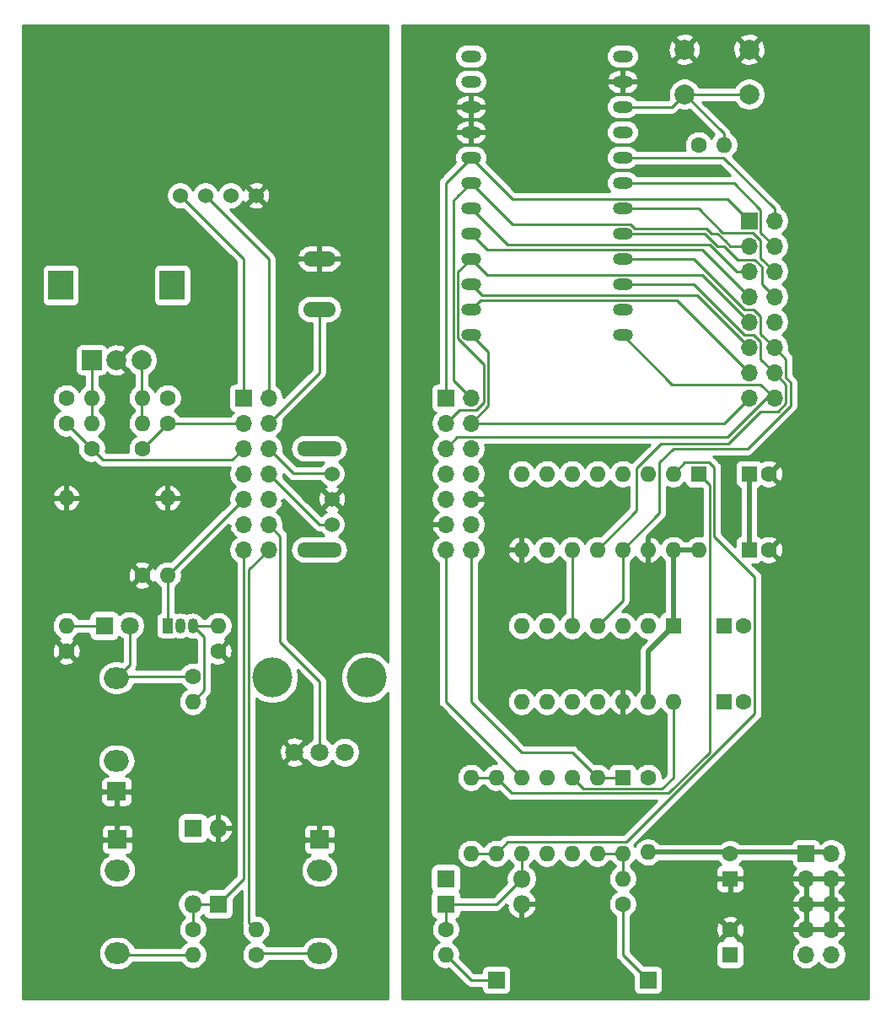
<source format=gbl>
G04 #@! TF.GenerationSoftware,KiCad,Pcbnew,(5.1.8-0-10_14)*
G04 #@! TF.CreationDate,2022-03-26T19:04:17+09:00*
G04 #@! TF.ProjectId,Quantizer,5175616e-7469-47a6-9572-2e6b69636164,rev?*
G04 #@! TF.SameCoordinates,Original*
G04 #@! TF.FileFunction,Copper,L2,Bot*
G04 #@! TF.FilePolarity,Positive*
%FSLAX46Y46*%
G04 Gerber Fmt 4.6, Leading zero omitted, Abs format (unit mm)*
G04 Created by KiCad (PCBNEW (5.1.8-0-10_14)) date 2022-03-26 19:04:17*
%MOMM*%
%LPD*%
G01*
G04 APERTURE LIST*
G04 #@! TA.AperFunction,ComponentPad*
%ADD10C,1.600000*%
G04 #@! TD*
G04 #@! TA.AperFunction,ComponentPad*
%ADD11O,1.600000X1.600000*%
G04 #@! TD*
G04 #@! TA.AperFunction,ComponentPad*
%ADD12R,1.800000X1.800000*%
G04 #@! TD*
G04 #@! TA.AperFunction,ComponentPad*
%ADD13O,1.800000X1.800000*%
G04 #@! TD*
G04 #@! TA.AperFunction,ComponentPad*
%ADD14C,1.800000*%
G04 #@! TD*
G04 #@! TA.AperFunction,ComponentPad*
%ADD15O,2.500000X2.130000*%
G04 #@! TD*
G04 #@! TA.AperFunction,ComponentPad*
%ADD16R,1.930000X1.830000*%
G04 #@! TD*
G04 #@! TA.AperFunction,ComponentPad*
%ADD17O,1.050000X1.500000*%
G04 #@! TD*
G04 #@! TA.AperFunction,ComponentPad*
%ADD18R,1.050000X1.500000*%
G04 #@! TD*
G04 #@! TA.AperFunction,ComponentPad*
%ADD19R,2.500000X3.000000*%
G04 #@! TD*
G04 #@! TA.AperFunction,ComponentPad*
%ADD20C,2.000000*%
G04 #@! TD*
G04 #@! TA.AperFunction,ComponentPad*
%ADD21R,2.000000X2.000000*%
G04 #@! TD*
G04 #@! TA.AperFunction,ComponentPad*
%ADD22O,3.300000X1.524000*%
G04 #@! TD*
G04 #@! TA.AperFunction,ComponentPad*
%ADD23C,1.524000*%
G04 #@! TD*
G04 #@! TA.AperFunction,ComponentPad*
%ADD24R,1.700000X1.700000*%
G04 #@! TD*
G04 #@! TA.AperFunction,ComponentPad*
%ADD25O,1.700000X1.700000*%
G04 #@! TD*
G04 #@! TA.AperFunction,WasherPad*
%ADD26C,4.000000*%
G04 #@! TD*
G04 #@! TA.AperFunction,WasherPad*
%ADD27O,4.500000X1.524000*%
G04 #@! TD*
G04 #@! TA.AperFunction,ComponentPad*
%ADD28R,1.600000X1.600000*%
G04 #@! TD*
G04 #@! TA.AperFunction,ComponentPad*
%ADD29O,2.000000X1.200000*%
G04 #@! TD*
G04 #@! TA.AperFunction,Conductor*
%ADD30C,0.250000*%
G04 #@! TD*
G04 #@! TA.AperFunction,Conductor*
%ADD31C,0.500000*%
G04 #@! TD*
G04 #@! TA.AperFunction,Conductor*
%ADD32C,0.254000*%
G04 #@! TD*
G04 #@! TA.AperFunction,Conductor*
%ADD33C,0.100000*%
G04 #@! TD*
G04 APERTURE END LIST*
D10*
X73025000Y-84455000D03*
D11*
X73025000Y-91955000D03*
X62865000Y-91955000D03*
D10*
X62865000Y-84455000D03*
D12*
X75565000Y-125095000D03*
D13*
X75565000Y-132715000D03*
X78105000Y-125095000D03*
D12*
X78105000Y-132715000D03*
X66675000Y-104775000D03*
D14*
X69215000Y-104775000D03*
D15*
X67975000Y-129335000D03*
X67975000Y-137635000D03*
D16*
X67975000Y-126235000D03*
D15*
X67915000Y-118315000D03*
X67915000Y-110015000D03*
D16*
X67915000Y-121415000D03*
X88295000Y-126235000D03*
D15*
X88295000Y-137635000D03*
X88295000Y-129335000D03*
D17*
X74295000Y-104775000D03*
X75565000Y-104775000D03*
D18*
X73025000Y-104775000D03*
D19*
X73505000Y-70605000D03*
X62305000Y-70605000D03*
D20*
X70405000Y-78105000D03*
X67905000Y-78105000D03*
D21*
X65405000Y-78105000D03*
D22*
X88265000Y-67945000D03*
X88265000Y-73025000D03*
D23*
X81915000Y-61595000D03*
X79375000Y-61595000D03*
X76835000Y-61595000D03*
X74295000Y-61595000D03*
D10*
X73025000Y-81915000D03*
D11*
X70485000Y-81915000D03*
X65405000Y-81915000D03*
D10*
X62865000Y-81915000D03*
X75565000Y-135255000D03*
D11*
X75565000Y-137795000D03*
D10*
X70485000Y-86995000D03*
D11*
X70485000Y-84455000D03*
X65405000Y-84455000D03*
D10*
X65405000Y-86995000D03*
X81915000Y-137795000D03*
D11*
X81915000Y-135255000D03*
X62865000Y-104775000D03*
D10*
X62865000Y-107315000D03*
D11*
X75565000Y-112395000D03*
D10*
X75565000Y-109855000D03*
X78105000Y-107315000D03*
D11*
X78105000Y-104775000D03*
D10*
X70485000Y-99695000D03*
D11*
X73025000Y-99695000D03*
D24*
X80645000Y-81915000D03*
D25*
X83185000Y-81915000D03*
X80645000Y-84455000D03*
X83185000Y-84455000D03*
X80645000Y-86995000D03*
X83185000Y-86995000D03*
X80645000Y-89535000D03*
X83185000Y-89535000D03*
X80645000Y-92075000D03*
X83185000Y-92075000D03*
X80645000Y-94615000D03*
X83185000Y-94615000D03*
X80645000Y-97155000D03*
X83185000Y-97155000D03*
D14*
X90825000Y-117475000D03*
X88305000Y-117475000D03*
X85785000Y-117475000D03*
D26*
X83555000Y-109975000D03*
X93055000Y-109975000D03*
D23*
X89535000Y-89535000D03*
X89535000Y-92075000D03*
X89535000Y-94615000D03*
D27*
X88265000Y-97155000D03*
X88265000Y-86995000D03*
D10*
X133445000Y-89535000D03*
D28*
X131445000Y-89535000D03*
X131445000Y-97155000D03*
D10*
X133445000Y-97155000D03*
X130905000Y-112395000D03*
D28*
X128905000Y-112395000D03*
X128905000Y-104775000D03*
D10*
X130905000Y-104775000D03*
X121285000Y-120015000D03*
D11*
X121285000Y-127515000D03*
D28*
X129540000Y-137795000D03*
D10*
X129540000Y-135295000D03*
X129540000Y-127675000D03*
D28*
X129540000Y-130175000D03*
D12*
X100965000Y-130175000D03*
D13*
X108585000Y-130175000D03*
X108585000Y-132715000D03*
D12*
X100965000Y-132715000D03*
D24*
X106045000Y-140335000D03*
X121285000Y-140335000D03*
X131445000Y-64135000D03*
D25*
X133985000Y-64135000D03*
X131445000Y-66675000D03*
X133985000Y-66675000D03*
X131445000Y-69215000D03*
X133985000Y-69215000D03*
X131445000Y-71755000D03*
X133985000Y-71755000D03*
X131445000Y-74295000D03*
X133985000Y-74295000D03*
X131445000Y-76835000D03*
X133985000Y-76835000D03*
X131445000Y-79375000D03*
X133985000Y-79375000D03*
X131445000Y-81915000D03*
X133985000Y-81915000D03*
D24*
X137160000Y-127635000D03*
D25*
X139700000Y-127635000D03*
X137160000Y-130175000D03*
X139700000Y-130175000D03*
X137160000Y-132715000D03*
X139700000Y-132715000D03*
X137160000Y-135255000D03*
X139700000Y-135255000D03*
X137160000Y-137795000D03*
X139700000Y-137795000D03*
D11*
X100965000Y-137795000D03*
D10*
X100965000Y-135255000D03*
X118745000Y-132715000D03*
D11*
X118745000Y-130175000D03*
D10*
X126365000Y-56515000D03*
D11*
X128905000Y-56515000D03*
D20*
X131445000Y-46935000D03*
X131445000Y-51435000D03*
X124945000Y-46935000D03*
X124945000Y-51435000D03*
D28*
X126365000Y-89535000D03*
D11*
X108585000Y-97155000D03*
X123825000Y-89535000D03*
X111125000Y-97155000D03*
X121285000Y-89535000D03*
X113665000Y-97155000D03*
X118745000Y-89535000D03*
X116205000Y-97155000D03*
X116205000Y-89535000D03*
X118745000Y-97155000D03*
X113665000Y-89535000D03*
X121285000Y-97155000D03*
X111125000Y-89535000D03*
X123825000Y-97155000D03*
X108585000Y-89535000D03*
X126365000Y-97155000D03*
D29*
X118745000Y-47625000D03*
X103505000Y-47625000D03*
X118745000Y-50165000D03*
X103505000Y-50165000D03*
X118745000Y-52705000D03*
X103505000Y-52705000D03*
X118745000Y-55245000D03*
X103505000Y-55245000D03*
X118745000Y-57785000D03*
X103505000Y-57785000D03*
X118745000Y-60325000D03*
X103505000Y-60325000D03*
X118745000Y-62865000D03*
X103505000Y-62865000D03*
X118745000Y-65405000D03*
X103505000Y-65405000D03*
X118745000Y-67945000D03*
X103505000Y-67945000D03*
X118745000Y-70485000D03*
X103505000Y-70485000D03*
X118745000Y-73025000D03*
X103505000Y-73025000D03*
X118745000Y-75565000D03*
X103505000Y-75565000D03*
D11*
X123825000Y-112395000D03*
X108585000Y-104775000D03*
X121285000Y-112395000D03*
X111125000Y-104775000D03*
X118745000Y-112395000D03*
X113665000Y-104775000D03*
X116205000Y-112395000D03*
X116205000Y-104775000D03*
X113665000Y-112395000D03*
X118745000Y-104775000D03*
X111125000Y-112395000D03*
X121285000Y-104775000D03*
X108585000Y-112395000D03*
D28*
X123825000Y-104775000D03*
X118745000Y-120015000D03*
D11*
X103505000Y-127635000D03*
X116205000Y-120015000D03*
X106045000Y-127635000D03*
X113665000Y-120015000D03*
X108585000Y-127635000D03*
X111125000Y-120015000D03*
X111125000Y-127635000D03*
X108585000Y-120015000D03*
X113665000Y-127635000D03*
X106045000Y-120015000D03*
X116205000Y-127635000D03*
X103505000Y-120015000D03*
X118745000Y-127635000D03*
D24*
X100965000Y-81915000D03*
D25*
X103505000Y-81915000D03*
X100965000Y-84455000D03*
X103505000Y-84455000D03*
X100965000Y-86995000D03*
X103505000Y-86995000D03*
X100965000Y-89535000D03*
X103505000Y-89535000D03*
X100965000Y-92075000D03*
X103505000Y-92075000D03*
X100965000Y-94615000D03*
X103505000Y-94615000D03*
X100965000Y-97155000D03*
X103505000Y-97155000D03*
D30*
X70485000Y-86995000D02*
X73025000Y-84455000D01*
X80645000Y-84455000D02*
X73025000Y-84455000D01*
X62865000Y-84455000D02*
X65405000Y-86995000D01*
X79519999Y-88120001D02*
X80645000Y-86995000D01*
X66530001Y-88120001D02*
X79519999Y-88120001D01*
X65405000Y-86995000D02*
X66530001Y-88120001D01*
D31*
X121285000Y-107315000D02*
X123825000Y-104775000D01*
X121285000Y-112395000D02*
X121285000Y-107315000D01*
X123825000Y-104775000D02*
X123825000Y-97155000D01*
X123825000Y-97155000D02*
X126365000Y-97155000D01*
X131445000Y-89535000D02*
X131445000Y-97155000D01*
D30*
X75565000Y-135255000D02*
X75565000Y-132715000D01*
X75565000Y-132715000D02*
X78105000Y-132715000D01*
X80645000Y-130175000D02*
X78105000Y-132715000D01*
X80645000Y-97155000D02*
X80645000Y-130175000D01*
X66675000Y-104775000D02*
X62865000Y-104775000D01*
X68075000Y-109855000D02*
X67915000Y-110015000D01*
X75565000Y-109855000D02*
X68075000Y-109855000D01*
X69215000Y-108715000D02*
X67915000Y-110015000D01*
X69215000Y-104775000D02*
X69215000Y-108715000D01*
X68135000Y-137795000D02*
X67975000Y-137635000D01*
X75565000Y-137795000D02*
X68135000Y-137795000D01*
X82075000Y-137635000D02*
X81915000Y-137795000D01*
X88295000Y-137635000D02*
X82075000Y-137635000D01*
X81229999Y-134569999D02*
X81915000Y-135255000D01*
X81229999Y-99110001D02*
X81229999Y-134569999D01*
X83185000Y-97155000D02*
X81229999Y-99110001D01*
X83185000Y-67945000D02*
X76835000Y-61595000D01*
X83185000Y-81915000D02*
X83185000Y-67945000D01*
X80645000Y-67945000D02*
X74295000Y-61595000D01*
X80645000Y-81915000D02*
X80645000Y-67945000D01*
X88265000Y-79375000D02*
X88265000Y-73025000D01*
X83185000Y-84455000D02*
X88265000Y-79375000D01*
X73025000Y-104775000D02*
X73025000Y-99695000D01*
X80645000Y-92075000D02*
X73025000Y-99695000D01*
X76690001Y-111269999D02*
X76690001Y-105900001D01*
X76690001Y-105900001D02*
X75565000Y-104775000D01*
X75565000Y-112395000D02*
X76690001Y-111269999D01*
X75565000Y-104775000D02*
X78105000Y-104775000D01*
X70405000Y-84375000D02*
X70485000Y-84455000D01*
X70405000Y-78105000D02*
X70405000Y-84375000D01*
X65405000Y-78105000D02*
X65405000Y-84455000D01*
X85689990Y-89499990D02*
X83185000Y-86995000D01*
X89499990Y-89499990D02*
X89535000Y-89535000D01*
X85689990Y-89499990D02*
X89499990Y-89499990D01*
X88265000Y-94615000D02*
X89535000Y-94615000D01*
X83185000Y-89535000D02*
X88265000Y-94615000D01*
X84360001Y-106435265D02*
X84360001Y-95790001D01*
X88305000Y-110380264D02*
X84360001Y-106435265D01*
X84360001Y-95790001D02*
X83185000Y-94615000D01*
X88305000Y-110380264D02*
X88305000Y-117475000D01*
D31*
X121405000Y-127635000D02*
X121285000Y-127515000D01*
X139580000Y-127515000D02*
X139700000Y-127635000D01*
X121285000Y-127515000D02*
X139580000Y-127515000D01*
D30*
X100965000Y-135255000D02*
X100965000Y-132715000D01*
X100965000Y-132715000D02*
X106045000Y-132715000D01*
X106045000Y-132715000D02*
X108585000Y-130175000D01*
X108585000Y-130175000D02*
X108585000Y-127635000D01*
X106045000Y-140335000D02*
X103505000Y-140335000D01*
X103505000Y-140335000D02*
X100965000Y-137795000D01*
X118745000Y-137795000D02*
X121285000Y-140335000D01*
X118745000Y-132715000D02*
X118745000Y-137795000D01*
X107659990Y-61939990D02*
X103505000Y-57785000D01*
X129249990Y-61939990D02*
X107659990Y-61939990D01*
X131445000Y-64135000D02*
X129249990Y-61939990D01*
X100965000Y-60325000D02*
X103505000Y-57785000D01*
X100965000Y-63500000D02*
X100965000Y-81915000D01*
X100965000Y-60325000D02*
X100965000Y-63500000D01*
X100965000Y-81915000D02*
X100965000Y-81280000D01*
X131445000Y-66675000D02*
X129541410Y-66675000D01*
X129541410Y-66675000D02*
X129091400Y-66224990D01*
X128271410Y-65405000D02*
X127637820Y-65405000D01*
X129091400Y-66224990D02*
X128271410Y-65405000D01*
X127637820Y-65405000D02*
X127636410Y-65403590D01*
X107659990Y-64479990D02*
X103505000Y-60325000D01*
X120003152Y-64954991D02*
X119528151Y-64479990D01*
X119528151Y-64479990D02*
X107659990Y-64479990D01*
X127187811Y-64954991D02*
X120003152Y-64954991D01*
X127637820Y-65405000D02*
X127187811Y-64954991D01*
X102179990Y-80589990D02*
X103505000Y-81915000D01*
X103505000Y-60325000D02*
X102179990Y-61650010D01*
X101729980Y-62100020D02*
X101729980Y-80139980D01*
X102179990Y-61650010D02*
X101729980Y-62100020D01*
X101729980Y-80139980D02*
X102235000Y-80645000D01*
X105119990Y-69559990D02*
X103505000Y-67945000D01*
X126709990Y-69559990D02*
X105119990Y-69559990D01*
X131445000Y-74295000D02*
X126709990Y-69559990D01*
X104069001Y-83090001D02*
X104775000Y-82384002D01*
X102329999Y-83090001D02*
X104069001Y-83090001D01*
X100965000Y-84455000D02*
X102329999Y-83090001D01*
X102179990Y-69270010D02*
X103505000Y-67945000D01*
X102179990Y-75948151D02*
X102179990Y-69270010D01*
X104775000Y-78543161D02*
X102179990Y-75948151D01*
X104775000Y-82384002D02*
X104775000Y-78543161D01*
X128905000Y-84455000D02*
X131445000Y-81915000D01*
X103505000Y-84455000D02*
X128905000Y-84455000D01*
X105225009Y-82734991D02*
X103505000Y-84455000D01*
X105225009Y-77285009D02*
X105225009Y-82734991D01*
X103505000Y-75565000D02*
X105225009Y-77285009D01*
X132620001Y-80550001D02*
X133985000Y-81915000D01*
X123730001Y-80550001D02*
X132620001Y-80550001D01*
X118745000Y-75565000D02*
X123730001Y-80550001D01*
X102140001Y-85819999D02*
X100965000Y-86995000D01*
X129279003Y-85819999D02*
X102140001Y-85819999D01*
X133184002Y-81915000D02*
X129279003Y-85819999D01*
X133985000Y-81915000D02*
X133184002Y-81915000D01*
X104669980Y-71649980D02*
X103505000Y-70485000D01*
X126259980Y-71649980D02*
X104669980Y-71649980D01*
X131445000Y-76835000D02*
X126259980Y-71649980D01*
X108585000Y-120015000D02*
X100965000Y-112395000D01*
X100965000Y-97155000D02*
X100965000Y-112395000D01*
X103505000Y-112395000D02*
X108585000Y-117475000D01*
X113665000Y-117475000D02*
X116205000Y-120015000D01*
X108585000Y-117475000D02*
X113665000Y-117475000D01*
X116205000Y-120015000D02*
X118745000Y-120015000D01*
X103505000Y-97155000D02*
X103505000Y-112395000D01*
X129920002Y-60325000D02*
X118745000Y-60325000D01*
X132620001Y-63024999D02*
X129920002Y-60325000D01*
X132620001Y-65310001D02*
X132620001Y-63024999D01*
X133985000Y-66675000D02*
X132620001Y-65310001D01*
X127529980Y-66569980D02*
X107209980Y-66569980D01*
X107209980Y-66569980D02*
X103505000Y-62865000D01*
X130175000Y-69215000D02*
X127529980Y-66569980D01*
X131445000Y-69215000D02*
X130175000Y-69215000D01*
X133985000Y-69215000D02*
X132620001Y-67850001D01*
X126367820Y-62865000D02*
X118745000Y-62865000D01*
X132620001Y-66110999D02*
X131819003Y-65310001D01*
X128812821Y-65310001D02*
X126367820Y-62865000D01*
X131819003Y-65310001D02*
X128812821Y-65310001D01*
X132620001Y-67850001D02*
X132620001Y-66110999D01*
X128905000Y-66675000D02*
X128271410Y-66675000D01*
X132009001Y-68039999D02*
X130269999Y-68039999D01*
X127001410Y-65405000D02*
X118745000Y-65405000D01*
X132715000Y-68745998D02*
X132009001Y-68039999D01*
X130269999Y-68039999D02*
X128905000Y-66675000D01*
X132715000Y-70485000D02*
X132715000Y-68745998D01*
X128271410Y-66675000D02*
X127001410Y-65405000D01*
X133985000Y-71755000D02*
X132715000Y-70485000D01*
X113665000Y-104775000D02*
X113665000Y-97155000D01*
X118745000Y-102235000D02*
X116205000Y-104775000D01*
X118745000Y-97155000D02*
X118745000Y-102235000D01*
X135160001Y-78010001D02*
X133985000Y-76835000D01*
X123825000Y-86995000D02*
X130644002Y-86995000D01*
X118745000Y-97155000D02*
X122410001Y-93489999D01*
X122410001Y-88409999D02*
X123825000Y-86995000D01*
X122410001Y-93489999D02*
X122410001Y-88409999D01*
X135610010Y-82665402D02*
X131280412Y-86995000D01*
X135610011Y-80363601D02*
X135610010Y-82665402D01*
X135160001Y-79913591D02*
X135610011Y-80363601D01*
X135160001Y-78010001D02*
X135160001Y-79913591D01*
X131280412Y-86995000D02*
X130175000Y-86995000D01*
X125895998Y-67945000D02*
X118745000Y-67945000D01*
X130975998Y-73025000D02*
X125895998Y-67945000D01*
X131914002Y-73025000D02*
X130975998Y-73025000D01*
X132620001Y-75470001D02*
X132620001Y-73730999D01*
X132620001Y-73730999D02*
X131914002Y-73025000D01*
X133985000Y-76835000D02*
X132620001Y-75470001D01*
X129355010Y-86544990D02*
X132620001Y-83279999D01*
X120159999Y-88994999D02*
X122610008Y-86544990D01*
X120159999Y-93200001D02*
X120159999Y-88994999D01*
X122610008Y-86544990D02*
X129355010Y-86544990D01*
X116205000Y-97155000D02*
X120159999Y-93200001D01*
X135160001Y-82479001D02*
X135160001Y-80550001D01*
X134359003Y-83279999D02*
X135160001Y-82479001D01*
X135160001Y-80550001D02*
X133985000Y-79375000D01*
X132620001Y-83279999D02*
X134359003Y-83279999D01*
X125895998Y-70485000D02*
X118745000Y-70485000D01*
X132620001Y-76270999D02*
X131914002Y-75565000D01*
X130975998Y-75565000D02*
X125895998Y-70485000D01*
X131914002Y-75565000D02*
X130975998Y-75565000D01*
X132620001Y-78010001D02*
X132620001Y-76270999D01*
X133985000Y-79375000D02*
X132620001Y-78010001D01*
X116205000Y-127635000D02*
X118745000Y-127635000D01*
X118745000Y-127635000D02*
X118745000Y-130175000D01*
X123675000Y-52705000D02*
X124945000Y-51435000D01*
X118745000Y-52705000D02*
X123675000Y-52705000D01*
X128905000Y-55395000D02*
X128905000Y-56515000D01*
X124945000Y-51435000D02*
X128905000Y-55395000D01*
X124945000Y-51435000D02*
X131445000Y-51435000D01*
X103505000Y-120015000D02*
X106045000Y-120015000D01*
X127490001Y-90660001D02*
X126365000Y-89535000D01*
X123374992Y-121590010D02*
X127490001Y-117475001D01*
X127490001Y-117475001D02*
X127490001Y-90660001D01*
X107620010Y-121590010D02*
X123374992Y-121590010D01*
X106045000Y-120015000D02*
X107620010Y-121590010D01*
X103505000Y-127635000D02*
X106045000Y-127635000D01*
X127425001Y-88409999D02*
X124950001Y-88409999D01*
X127940011Y-88925009D02*
X127425001Y-88409999D01*
X127940011Y-95835013D02*
X127940011Y-88925009D01*
X132030001Y-99925003D02*
X127940011Y-95835013D01*
X132030001Y-113571411D02*
X132030001Y-99925003D01*
X119091413Y-126509999D02*
X132030001Y-113571411D01*
X107170001Y-126509999D02*
X119091413Y-126509999D01*
X124950001Y-88409999D02*
X123825000Y-89535000D01*
X106045000Y-127635000D02*
X107170001Y-126509999D01*
X114790001Y-121140001D02*
X122699999Y-121140001D01*
X113665000Y-120015000D02*
X114790001Y-121140001D01*
X122699999Y-121140001D02*
X123825000Y-120015000D01*
X123825000Y-120015000D02*
X123825000Y-112395000D01*
X124169990Y-72099990D02*
X104430010Y-72099990D01*
X104430010Y-72099990D02*
X103505000Y-73025000D01*
X131445000Y-79375000D02*
X124169990Y-72099990D01*
X126709990Y-67019990D02*
X105119990Y-67019990D01*
X105119990Y-67019990D02*
X103505000Y-65405000D01*
X131445000Y-71755000D02*
X126709990Y-67019990D01*
X133985000Y-62932919D02*
X133985000Y-64135000D01*
X128837081Y-57785000D02*
X133985000Y-62932919D01*
X118745000Y-57785000D02*
X128837081Y-57785000D01*
D32*
X95200000Y-108442345D02*
X95101738Y-108295285D01*
X94734715Y-107928262D01*
X94303141Y-107639893D01*
X93823601Y-107441261D01*
X93314525Y-107340000D01*
X92795475Y-107340000D01*
X92286399Y-107441261D01*
X91806859Y-107639893D01*
X91375285Y-107928262D01*
X91008262Y-108295285D01*
X90719893Y-108726859D01*
X90521261Y-109206399D01*
X90420000Y-109715475D01*
X90420000Y-110234525D01*
X90521261Y-110743601D01*
X90719893Y-111223141D01*
X91008262Y-111654715D01*
X91375285Y-112021738D01*
X91806859Y-112310107D01*
X92286399Y-112508739D01*
X92795475Y-112610000D01*
X93314525Y-112610000D01*
X93823601Y-112508739D01*
X94303141Y-112310107D01*
X94734715Y-112021738D01*
X95101738Y-111654715D01*
X95200000Y-111507655D01*
X95200000Y-142190000D01*
X58470000Y-142190000D01*
X58470000Y-129335000D01*
X66081775Y-129335000D01*
X66114598Y-129668258D01*
X66211806Y-129988709D01*
X66369663Y-130284039D01*
X66582103Y-130542897D01*
X66840961Y-130755337D01*
X67136291Y-130913194D01*
X67456742Y-131010402D01*
X67706490Y-131035000D01*
X68243510Y-131035000D01*
X68493258Y-131010402D01*
X68813709Y-130913194D01*
X69109039Y-130755337D01*
X69367897Y-130542897D01*
X69580337Y-130284039D01*
X69738194Y-129988709D01*
X69835402Y-129668258D01*
X69868225Y-129335000D01*
X69835402Y-129001742D01*
X69738194Y-128681291D01*
X69580337Y-128385961D01*
X69367897Y-128127103D01*
X69109039Y-127914663D01*
X68871625Y-127787763D01*
X68940000Y-127788072D01*
X69064482Y-127775812D01*
X69184180Y-127739502D01*
X69294494Y-127680537D01*
X69391185Y-127601185D01*
X69470537Y-127504494D01*
X69529502Y-127394180D01*
X69565812Y-127274482D01*
X69578072Y-127150000D01*
X69575000Y-126520750D01*
X69416250Y-126362000D01*
X68102000Y-126362000D01*
X68102000Y-126382000D01*
X67848000Y-126382000D01*
X67848000Y-126362000D01*
X66533750Y-126362000D01*
X66375000Y-126520750D01*
X66371928Y-127150000D01*
X66384188Y-127274482D01*
X66420498Y-127394180D01*
X66479463Y-127504494D01*
X66558815Y-127601185D01*
X66655506Y-127680537D01*
X66765820Y-127739502D01*
X66885518Y-127775812D01*
X67010000Y-127788072D01*
X67078375Y-127787763D01*
X66840961Y-127914663D01*
X66582103Y-128127103D01*
X66369663Y-128385961D01*
X66211806Y-128681291D01*
X66114598Y-129001742D01*
X66081775Y-129335000D01*
X58470000Y-129335000D01*
X58470000Y-125320000D01*
X66371928Y-125320000D01*
X66375000Y-125949250D01*
X66533750Y-126108000D01*
X67848000Y-126108000D01*
X67848000Y-124843750D01*
X68102000Y-124843750D01*
X68102000Y-126108000D01*
X69416250Y-126108000D01*
X69575000Y-125949250D01*
X69578072Y-125320000D01*
X69565812Y-125195518D01*
X69529502Y-125075820D01*
X69470537Y-124965506D01*
X69391185Y-124868815D01*
X69294494Y-124789463D01*
X69184180Y-124730498D01*
X69064482Y-124694188D01*
X68940000Y-124681928D01*
X68260750Y-124685000D01*
X68102000Y-124843750D01*
X67848000Y-124843750D01*
X67689250Y-124685000D01*
X67010000Y-124681928D01*
X66885518Y-124694188D01*
X66765820Y-124730498D01*
X66655506Y-124789463D01*
X66558815Y-124868815D01*
X66479463Y-124965506D01*
X66420498Y-125075820D01*
X66384188Y-125195518D01*
X66371928Y-125320000D01*
X58470000Y-125320000D01*
X58470000Y-124195000D01*
X74026928Y-124195000D01*
X74026928Y-125995000D01*
X74039188Y-126119482D01*
X74075498Y-126239180D01*
X74134463Y-126349494D01*
X74213815Y-126446185D01*
X74310506Y-126525537D01*
X74420820Y-126584502D01*
X74540518Y-126620812D01*
X74665000Y-126633072D01*
X76465000Y-126633072D01*
X76589482Y-126620812D01*
X76709180Y-126584502D01*
X76819494Y-126525537D01*
X76916185Y-126446185D01*
X76995537Y-126349494D01*
X77054502Y-126239180D01*
X77060726Y-126218663D01*
X77067884Y-126226649D01*
X77308586Y-126407236D01*
X77579893Y-126537394D01*
X77740260Y-126586036D01*
X77978000Y-126465378D01*
X77978000Y-125222000D01*
X78232000Y-125222000D01*
X78232000Y-126465378D01*
X78469740Y-126586036D01*
X78630107Y-126537394D01*
X78901414Y-126407236D01*
X79142116Y-126226649D01*
X79342962Y-126002573D01*
X79496234Y-125743620D01*
X79596041Y-125459741D01*
X79475992Y-125222000D01*
X78232000Y-125222000D01*
X77978000Y-125222000D01*
X77958000Y-125222000D01*
X77958000Y-124968000D01*
X77978000Y-124968000D01*
X77978000Y-123724622D01*
X78232000Y-123724622D01*
X78232000Y-124968000D01*
X79475992Y-124968000D01*
X79596041Y-124730259D01*
X79496234Y-124446380D01*
X79342962Y-124187427D01*
X79142116Y-123963351D01*
X78901414Y-123782764D01*
X78630107Y-123652606D01*
X78469740Y-123603964D01*
X78232000Y-123724622D01*
X77978000Y-123724622D01*
X77740260Y-123603964D01*
X77579893Y-123652606D01*
X77308586Y-123782764D01*
X77067884Y-123963351D01*
X77060726Y-123971337D01*
X77054502Y-123950820D01*
X76995537Y-123840506D01*
X76916185Y-123743815D01*
X76819494Y-123664463D01*
X76709180Y-123605498D01*
X76589482Y-123569188D01*
X76465000Y-123556928D01*
X74665000Y-123556928D01*
X74540518Y-123569188D01*
X74420820Y-123605498D01*
X74310506Y-123664463D01*
X74213815Y-123743815D01*
X74134463Y-123840506D01*
X74075498Y-123950820D01*
X74039188Y-124070518D01*
X74026928Y-124195000D01*
X58470000Y-124195000D01*
X58470000Y-122330000D01*
X66311928Y-122330000D01*
X66324188Y-122454482D01*
X66360498Y-122574180D01*
X66419463Y-122684494D01*
X66498815Y-122781185D01*
X66595506Y-122860537D01*
X66705820Y-122919502D01*
X66825518Y-122955812D01*
X66950000Y-122968072D01*
X67629250Y-122965000D01*
X67788000Y-122806250D01*
X67788000Y-121542000D01*
X68042000Y-121542000D01*
X68042000Y-122806250D01*
X68200750Y-122965000D01*
X68880000Y-122968072D01*
X69004482Y-122955812D01*
X69124180Y-122919502D01*
X69234494Y-122860537D01*
X69331185Y-122781185D01*
X69410537Y-122684494D01*
X69469502Y-122574180D01*
X69505812Y-122454482D01*
X69518072Y-122330000D01*
X69515000Y-121700750D01*
X69356250Y-121542000D01*
X68042000Y-121542000D01*
X67788000Y-121542000D01*
X66473750Y-121542000D01*
X66315000Y-121700750D01*
X66311928Y-122330000D01*
X58470000Y-122330000D01*
X58470000Y-118315000D01*
X66021775Y-118315000D01*
X66054598Y-118648258D01*
X66151806Y-118968709D01*
X66309663Y-119264039D01*
X66522103Y-119522897D01*
X66780961Y-119735337D01*
X67018375Y-119862237D01*
X66950000Y-119861928D01*
X66825518Y-119874188D01*
X66705820Y-119910498D01*
X66595506Y-119969463D01*
X66498815Y-120048815D01*
X66419463Y-120145506D01*
X66360498Y-120255820D01*
X66324188Y-120375518D01*
X66311928Y-120500000D01*
X66315000Y-121129250D01*
X66473750Y-121288000D01*
X67788000Y-121288000D01*
X67788000Y-121268000D01*
X68042000Y-121268000D01*
X68042000Y-121288000D01*
X69356250Y-121288000D01*
X69515000Y-121129250D01*
X69518072Y-120500000D01*
X69505812Y-120375518D01*
X69469502Y-120255820D01*
X69410537Y-120145506D01*
X69331185Y-120048815D01*
X69234494Y-119969463D01*
X69124180Y-119910498D01*
X69004482Y-119874188D01*
X68880000Y-119861928D01*
X68811625Y-119862237D01*
X69049039Y-119735337D01*
X69307897Y-119522897D01*
X69520337Y-119264039D01*
X69678194Y-118968709D01*
X69775402Y-118648258D01*
X69808225Y-118315000D01*
X69775402Y-117981742D01*
X69678194Y-117661291D01*
X69520337Y-117365961D01*
X69307897Y-117107103D01*
X69049039Y-116894663D01*
X68753709Y-116736806D01*
X68433258Y-116639598D01*
X68183510Y-116615000D01*
X67646490Y-116615000D01*
X67396742Y-116639598D01*
X67076291Y-116736806D01*
X66780961Y-116894663D01*
X66522103Y-117107103D01*
X66309663Y-117365961D01*
X66151806Y-117661291D01*
X66054598Y-117981742D01*
X66021775Y-118315000D01*
X58470000Y-118315000D01*
X58470000Y-108307702D01*
X62051903Y-108307702D01*
X62123486Y-108551671D01*
X62378996Y-108672571D01*
X62653184Y-108741300D01*
X62935512Y-108755217D01*
X63215130Y-108713787D01*
X63481292Y-108618603D01*
X63606514Y-108551671D01*
X63678097Y-108307702D01*
X62865000Y-107494605D01*
X62051903Y-108307702D01*
X58470000Y-108307702D01*
X58470000Y-107385512D01*
X61424783Y-107385512D01*
X61466213Y-107665130D01*
X61561397Y-107931292D01*
X61628329Y-108056514D01*
X61872298Y-108128097D01*
X62685395Y-107315000D01*
X63044605Y-107315000D01*
X63857702Y-108128097D01*
X64101671Y-108056514D01*
X64222571Y-107801004D01*
X64291300Y-107526816D01*
X64305217Y-107244488D01*
X64263787Y-106964870D01*
X64168603Y-106698708D01*
X64101671Y-106573486D01*
X63857702Y-106501903D01*
X63044605Y-107315000D01*
X62685395Y-107315000D01*
X61872298Y-106501903D01*
X61628329Y-106573486D01*
X61507429Y-106828996D01*
X61438700Y-107103184D01*
X61424783Y-107385512D01*
X58470000Y-107385512D01*
X58470000Y-100687702D01*
X69671903Y-100687702D01*
X69743486Y-100931671D01*
X69998996Y-101052571D01*
X70273184Y-101121300D01*
X70555512Y-101135217D01*
X70835130Y-101093787D01*
X71101292Y-100998603D01*
X71226514Y-100931671D01*
X71298097Y-100687702D01*
X70485000Y-99874605D01*
X69671903Y-100687702D01*
X58470000Y-100687702D01*
X58470000Y-99765512D01*
X69044783Y-99765512D01*
X69086213Y-100045130D01*
X69181397Y-100311292D01*
X69248329Y-100436514D01*
X69492298Y-100508097D01*
X70305395Y-99695000D01*
X69492298Y-98881903D01*
X69248329Y-98953486D01*
X69127429Y-99208996D01*
X69058700Y-99483184D01*
X69044783Y-99765512D01*
X58470000Y-99765512D01*
X58470000Y-98702298D01*
X69671903Y-98702298D01*
X70485000Y-99515395D01*
X71298097Y-98702298D01*
X71226514Y-98458329D01*
X70971004Y-98337429D01*
X70696816Y-98268700D01*
X70414488Y-98254783D01*
X70134870Y-98296213D01*
X69868708Y-98391397D01*
X69743486Y-98458329D01*
X69671903Y-98702298D01*
X58470000Y-98702298D01*
X58470000Y-92304040D01*
X61473091Y-92304040D01*
X61567930Y-92568881D01*
X61712615Y-92810131D01*
X61901586Y-93018519D01*
X62127580Y-93186037D01*
X62381913Y-93306246D01*
X62515961Y-93346904D01*
X62738000Y-93224915D01*
X62738000Y-92082000D01*
X62992000Y-92082000D01*
X62992000Y-93224915D01*
X63214039Y-93346904D01*
X63348087Y-93306246D01*
X63602420Y-93186037D01*
X63828414Y-93018519D01*
X64017385Y-92810131D01*
X64162070Y-92568881D01*
X64256909Y-92304040D01*
X71633091Y-92304040D01*
X71727930Y-92568881D01*
X71872615Y-92810131D01*
X72061586Y-93018519D01*
X72287580Y-93186037D01*
X72541913Y-93306246D01*
X72675961Y-93346904D01*
X72898000Y-93224915D01*
X72898000Y-92082000D01*
X73152000Y-92082000D01*
X73152000Y-93224915D01*
X73374039Y-93346904D01*
X73508087Y-93306246D01*
X73762420Y-93186037D01*
X73988414Y-93018519D01*
X74177385Y-92810131D01*
X74322070Y-92568881D01*
X74416909Y-92304040D01*
X74295624Y-92082000D01*
X73152000Y-92082000D01*
X72898000Y-92082000D01*
X71754376Y-92082000D01*
X71633091Y-92304040D01*
X64256909Y-92304040D01*
X64135624Y-92082000D01*
X62992000Y-92082000D01*
X62738000Y-92082000D01*
X61594376Y-92082000D01*
X61473091Y-92304040D01*
X58470000Y-92304040D01*
X58470000Y-91605960D01*
X61473091Y-91605960D01*
X61594376Y-91828000D01*
X62738000Y-91828000D01*
X62738000Y-90685085D01*
X62992000Y-90685085D01*
X62992000Y-91828000D01*
X64135624Y-91828000D01*
X64256909Y-91605960D01*
X71633091Y-91605960D01*
X71754376Y-91828000D01*
X72898000Y-91828000D01*
X72898000Y-90685085D01*
X73152000Y-90685085D01*
X73152000Y-91828000D01*
X74295624Y-91828000D01*
X74416909Y-91605960D01*
X74322070Y-91341119D01*
X74177385Y-91099869D01*
X73988414Y-90891481D01*
X73762420Y-90723963D01*
X73508087Y-90603754D01*
X73374039Y-90563096D01*
X73152000Y-90685085D01*
X72898000Y-90685085D01*
X72675961Y-90563096D01*
X72541913Y-90603754D01*
X72287580Y-90723963D01*
X72061586Y-90891481D01*
X71872615Y-91099869D01*
X71727930Y-91341119D01*
X71633091Y-91605960D01*
X64256909Y-91605960D01*
X64162070Y-91341119D01*
X64017385Y-91099869D01*
X63828414Y-90891481D01*
X63602420Y-90723963D01*
X63348087Y-90603754D01*
X63214039Y-90563096D01*
X62992000Y-90685085D01*
X62738000Y-90685085D01*
X62515961Y-90563096D01*
X62381913Y-90603754D01*
X62127580Y-90723963D01*
X61901586Y-90891481D01*
X61712615Y-91099869D01*
X61567930Y-91341119D01*
X61473091Y-91605960D01*
X58470000Y-91605960D01*
X58470000Y-81773665D01*
X61430000Y-81773665D01*
X61430000Y-82056335D01*
X61485147Y-82333574D01*
X61593320Y-82594727D01*
X61750363Y-82829759D01*
X61950241Y-83029637D01*
X62182759Y-83185000D01*
X61950241Y-83340363D01*
X61750363Y-83540241D01*
X61593320Y-83775273D01*
X61485147Y-84036426D01*
X61430000Y-84313665D01*
X61430000Y-84596335D01*
X61485147Y-84873574D01*
X61593320Y-85134727D01*
X61750363Y-85369759D01*
X61950241Y-85569637D01*
X62185273Y-85726680D01*
X62446426Y-85834853D01*
X62723665Y-85890000D01*
X63006335Y-85890000D01*
X63188886Y-85853688D01*
X64006312Y-86671114D01*
X63970000Y-86853665D01*
X63970000Y-87136335D01*
X64025147Y-87413574D01*
X64133320Y-87674727D01*
X64290363Y-87909759D01*
X64490241Y-88109637D01*
X64725273Y-88266680D01*
X64986426Y-88374853D01*
X65263665Y-88430000D01*
X65546335Y-88430000D01*
X65728886Y-88393688D01*
X65966202Y-88631004D01*
X65990000Y-88660002D01*
X66105725Y-88754975D01*
X66237754Y-88825547D01*
X66381015Y-88869004D01*
X66492668Y-88880001D01*
X66492676Y-88880001D01*
X66530001Y-88883677D01*
X66567326Y-88880001D01*
X79308957Y-88880001D01*
X79217068Y-89101842D01*
X79160000Y-89388740D01*
X79160000Y-89681260D01*
X79217068Y-89968158D01*
X79329010Y-90238411D01*
X79491525Y-90481632D01*
X79698368Y-90688475D01*
X79872760Y-90805000D01*
X79698368Y-90921525D01*
X79491525Y-91128368D01*
X79329010Y-91371589D01*
X79217068Y-91641842D01*
X79160000Y-91928740D01*
X79160000Y-92221260D01*
X79203790Y-92441408D01*
X73348887Y-98296312D01*
X73166335Y-98260000D01*
X72883665Y-98260000D01*
X72606426Y-98315147D01*
X72345273Y-98423320D01*
X72110241Y-98580363D01*
X71910363Y-98780241D01*
X71754085Y-99014128D01*
X71721671Y-98953486D01*
X71477702Y-98881903D01*
X70664605Y-99695000D01*
X71477702Y-100508097D01*
X71721671Y-100436514D01*
X71752194Y-100372008D01*
X71753320Y-100374727D01*
X71910363Y-100609759D01*
X72110241Y-100809637D01*
X72265001Y-100913044D01*
X72265000Y-103432713D01*
X72255820Y-103435498D01*
X72145506Y-103494463D01*
X72048815Y-103573815D01*
X71969463Y-103670506D01*
X71910498Y-103780820D01*
X71874188Y-103900518D01*
X71861928Y-104025000D01*
X71861928Y-105525000D01*
X71874188Y-105649482D01*
X71910498Y-105769180D01*
X71969463Y-105879494D01*
X72048815Y-105976185D01*
X72145506Y-106055537D01*
X72255820Y-106114502D01*
X72375518Y-106150812D01*
X72500000Y-106163072D01*
X73550000Y-106163072D01*
X73674482Y-106150812D01*
X73794180Y-106114502D01*
X73858902Y-106079907D01*
X74067601Y-106143215D01*
X74295000Y-106165612D01*
X74522400Y-106143215D01*
X74741060Y-106076885D01*
X74930000Y-105975894D01*
X75118941Y-106076885D01*
X75337601Y-106143215D01*
X75565000Y-106165612D01*
X75792400Y-106143215D01*
X75843049Y-106127851D01*
X75930002Y-106214804D01*
X75930002Y-108464491D01*
X75706335Y-108420000D01*
X75423665Y-108420000D01*
X75146426Y-108475147D01*
X74885273Y-108583320D01*
X74650241Y-108740363D01*
X74450363Y-108940241D01*
X74346957Y-109095000D01*
X69873640Y-109095000D01*
X69920546Y-109007247D01*
X69964003Y-108863986D01*
X69975000Y-108752333D01*
X69975000Y-108752325D01*
X69978676Y-108715000D01*
X69975000Y-108677675D01*
X69975000Y-106113313D01*
X70193505Y-105967312D01*
X70407312Y-105753505D01*
X70575299Y-105502095D01*
X70691011Y-105222743D01*
X70750000Y-104926184D01*
X70750000Y-104623816D01*
X70691011Y-104327257D01*
X70575299Y-104047905D01*
X70407312Y-103796495D01*
X70193505Y-103582688D01*
X69942095Y-103414701D01*
X69662743Y-103298989D01*
X69366184Y-103240000D01*
X69063816Y-103240000D01*
X68767257Y-103298989D01*
X68487905Y-103414701D01*
X68236495Y-103582688D01*
X68170056Y-103649127D01*
X68164502Y-103630820D01*
X68105537Y-103520506D01*
X68026185Y-103423815D01*
X67929494Y-103344463D01*
X67819180Y-103285498D01*
X67699482Y-103249188D01*
X67575000Y-103236928D01*
X65775000Y-103236928D01*
X65650518Y-103249188D01*
X65530820Y-103285498D01*
X65420506Y-103344463D01*
X65323815Y-103423815D01*
X65244463Y-103520506D01*
X65185498Y-103630820D01*
X65149188Y-103750518D01*
X65136928Y-103875000D01*
X65136928Y-104015000D01*
X64083043Y-104015000D01*
X63979637Y-103860241D01*
X63779759Y-103660363D01*
X63544727Y-103503320D01*
X63283574Y-103395147D01*
X63006335Y-103340000D01*
X62723665Y-103340000D01*
X62446426Y-103395147D01*
X62185273Y-103503320D01*
X61950241Y-103660363D01*
X61750363Y-103860241D01*
X61593320Y-104095273D01*
X61485147Y-104356426D01*
X61430000Y-104633665D01*
X61430000Y-104916335D01*
X61485147Y-105193574D01*
X61593320Y-105454727D01*
X61750363Y-105689759D01*
X61950241Y-105889637D01*
X62184128Y-106045915D01*
X62123486Y-106078329D01*
X62051903Y-106322298D01*
X62865000Y-107135395D01*
X63678097Y-106322298D01*
X63606514Y-106078329D01*
X63542008Y-106047806D01*
X63544727Y-106046680D01*
X63779759Y-105889637D01*
X63979637Y-105689759D01*
X64083043Y-105535000D01*
X65136928Y-105535000D01*
X65136928Y-105675000D01*
X65149188Y-105799482D01*
X65185498Y-105919180D01*
X65244463Y-106029494D01*
X65323815Y-106126185D01*
X65420506Y-106205537D01*
X65530820Y-106264502D01*
X65650518Y-106300812D01*
X65775000Y-106313072D01*
X67575000Y-106313072D01*
X67699482Y-106300812D01*
X67819180Y-106264502D01*
X67929494Y-106205537D01*
X68026185Y-106126185D01*
X68105537Y-106029494D01*
X68164502Y-105919180D01*
X68170056Y-105900873D01*
X68236495Y-105967312D01*
X68455000Y-106113313D01*
X68455001Y-108346194D01*
X68433258Y-108339598D01*
X68183510Y-108315000D01*
X67646490Y-108315000D01*
X67396742Y-108339598D01*
X67076291Y-108436806D01*
X66780961Y-108594663D01*
X66522103Y-108807103D01*
X66309663Y-109065961D01*
X66151806Y-109361291D01*
X66054598Y-109681742D01*
X66021775Y-110015000D01*
X66054598Y-110348258D01*
X66151806Y-110668709D01*
X66309663Y-110964039D01*
X66522103Y-111222897D01*
X66780961Y-111435337D01*
X67076291Y-111593194D01*
X67396742Y-111690402D01*
X67646490Y-111715000D01*
X68183510Y-111715000D01*
X68433258Y-111690402D01*
X68753709Y-111593194D01*
X69049039Y-111435337D01*
X69307897Y-111222897D01*
X69520337Y-110964039D01*
X69678194Y-110668709D01*
X69694486Y-110615000D01*
X74346957Y-110615000D01*
X74450363Y-110769759D01*
X74650241Y-110969637D01*
X74882759Y-111125000D01*
X74650241Y-111280363D01*
X74450363Y-111480241D01*
X74293320Y-111715273D01*
X74185147Y-111976426D01*
X74130000Y-112253665D01*
X74130000Y-112536335D01*
X74185147Y-112813574D01*
X74293320Y-113074727D01*
X74450363Y-113309759D01*
X74650241Y-113509637D01*
X74885273Y-113666680D01*
X75146426Y-113774853D01*
X75423665Y-113830000D01*
X75706335Y-113830000D01*
X75983574Y-113774853D01*
X76244727Y-113666680D01*
X76479759Y-113509637D01*
X76679637Y-113309759D01*
X76836680Y-113074727D01*
X76944853Y-112813574D01*
X77000000Y-112536335D01*
X77000000Y-112253665D01*
X76963688Y-112071114D01*
X77201005Y-111833797D01*
X77230002Y-111810000D01*
X77324975Y-111694275D01*
X77395547Y-111562246D01*
X77439004Y-111418985D01*
X77450001Y-111307332D01*
X77450001Y-111307324D01*
X77453677Y-111269999D01*
X77450001Y-111232674D01*
X77450001Y-108592607D01*
X77618996Y-108672571D01*
X77893184Y-108741300D01*
X78175512Y-108755217D01*
X78455130Y-108713787D01*
X78721292Y-108618603D01*
X78846514Y-108551671D01*
X78918097Y-108307702D01*
X78105000Y-107494605D01*
X78090858Y-107508748D01*
X77911253Y-107329143D01*
X77925395Y-107315000D01*
X78284605Y-107315000D01*
X79097702Y-108128097D01*
X79341671Y-108056514D01*
X79462571Y-107801004D01*
X79531300Y-107526816D01*
X79545217Y-107244488D01*
X79503787Y-106964870D01*
X79408603Y-106698708D01*
X79341671Y-106573486D01*
X79097702Y-106501903D01*
X78284605Y-107315000D01*
X77925395Y-107315000D01*
X77911253Y-107300858D01*
X78090858Y-107121253D01*
X78105000Y-107135395D01*
X78918097Y-106322298D01*
X78846514Y-106078329D01*
X78782008Y-106047806D01*
X78784727Y-106046680D01*
X79019759Y-105889637D01*
X79219637Y-105689759D01*
X79376680Y-105454727D01*
X79484853Y-105193574D01*
X79540000Y-104916335D01*
X79540000Y-104633665D01*
X79484853Y-104356426D01*
X79376680Y-104095273D01*
X79219637Y-103860241D01*
X79019759Y-103660363D01*
X78784727Y-103503320D01*
X78523574Y-103395147D01*
X78246335Y-103340000D01*
X77963665Y-103340000D01*
X77686426Y-103395147D01*
X77425273Y-103503320D01*
X77190241Y-103660363D01*
X76990363Y-103860241D01*
X76886957Y-104015000D01*
X76594346Y-104015000D01*
X76534171Y-103902421D01*
X76389212Y-103725788D01*
X76212578Y-103580829D01*
X76011059Y-103473115D01*
X75792399Y-103406785D01*
X75565000Y-103384388D01*
X75337600Y-103406785D01*
X75118940Y-103473115D01*
X74930000Y-103574106D01*
X74741059Y-103473115D01*
X74522399Y-103406785D01*
X74295000Y-103384388D01*
X74067600Y-103406785D01*
X73858902Y-103470093D01*
X73794180Y-103435498D01*
X73785000Y-103432713D01*
X73785000Y-100913043D01*
X73939759Y-100809637D01*
X74139637Y-100609759D01*
X74296680Y-100374727D01*
X74404853Y-100113574D01*
X74460000Y-99836335D01*
X74460000Y-99553665D01*
X74423688Y-99371113D01*
X79160000Y-94634802D01*
X79160000Y-94742002D01*
X79324844Y-94742002D01*
X79203524Y-94971890D01*
X79248175Y-95119099D01*
X79373359Y-95381920D01*
X79547412Y-95615269D01*
X79763645Y-95810178D01*
X79880534Y-95879805D01*
X79698368Y-96001525D01*
X79491525Y-96208368D01*
X79329010Y-96451589D01*
X79217068Y-96721842D01*
X79160000Y-97008740D01*
X79160000Y-97301260D01*
X79217068Y-97588158D01*
X79329010Y-97858411D01*
X79491525Y-98101632D01*
X79698368Y-98308475D01*
X79885000Y-98433178D01*
X79885001Y-129860196D01*
X78568270Y-131176928D01*
X77205000Y-131176928D01*
X77080518Y-131189188D01*
X76960820Y-131225498D01*
X76850506Y-131284463D01*
X76753815Y-131363815D01*
X76674463Y-131460506D01*
X76615498Y-131570820D01*
X76609944Y-131589127D01*
X76543505Y-131522688D01*
X76292095Y-131354701D01*
X76012743Y-131238989D01*
X75716184Y-131180000D01*
X75413816Y-131180000D01*
X75117257Y-131238989D01*
X74837905Y-131354701D01*
X74586495Y-131522688D01*
X74372688Y-131736495D01*
X74204701Y-131987905D01*
X74088989Y-132267257D01*
X74030000Y-132563816D01*
X74030000Y-132866184D01*
X74088989Y-133162743D01*
X74204701Y-133442095D01*
X74372688Y-133693505D01*
X74586495Y-133907312D01*
X74792761Y-134045135D01*
X74650241Y-134140363D01*
X74450363Y-134340241D01*
X74293320Y-134575273D01*
X74185147Y-134836426D01*
X74130000Y-135113665D01*
X74130000Y-135396335D01*
X74185147Y-135673574D01*
X74293320Y-135934727D01*
X74450363Y-136169759D01*
X74650241Y-136369637D01*
X74882759Y-136525000D01*
X74650241Y-136680363D01*
X74450363Y-136880241D01*
X74346957Y-137035000D01*
X69754486Y-137035000D01*
X69738194Y-136981291D01*
X69580337Y-136685961D01*
X69367897Y-136427103D01*
X69109039Y-136214663D01*
X68813709Y-136056806D01*
X68493258Y-135959598D01*
X68243510Y-135935000D01*
X67706490Y-135935000D01*
X67456742Y-135959598D01*
X67136291Y-136056806D01*
X66840961Y-136214663D01*
X66582103Y-136427103D01*
X66369663Y-136685961D01*
X66211806Y-136981291D01*
X66114598Y-137301742D01*
X66081775Y-137635000D01*
X66114598Y-137968258D01*
X66211806Y-138288709D01*
X66369663Y-138584039D01*
X66582103Y-138842897D01*
X66840961Y-139055337D01*
X67136291Y-139213194D01*
X67456742Y-139310402D01*
X67706490Y-139335000D01*
X68243510Y-139335000D01*
X68493258Y-139310402D01*
X68813709Y-139213194D01*
X69109039Y-139055337D01*
X69367897Y-138842897D01*
X69580337Y-138584039D01*
X69595859Y-138555000D01*
X74346957Y-138555000D01*
X74450363Y-138709759D01*
X74650241Y-138909637D01*
X74885273Y-139066680D01*
X75146426Y-139174853D01*
X75423665Y-139230000D01*
X75706335Y-139230000D01*
X75983574Y-139174853D01*
X76244727Y-139066680D01*
X76479759Y-138909637D01*
X76679637Y-138709759D01*
X76836680Y-138474727D01*
X76944853Y-138213574D01*
X77000000Y-137936335D01*
X77000000Y-137653665D01*
X76944853Y-137376426D01*
X76836680Y-137115273D01*
X76679637Y-136880241D01*
X76479759Y-136680363D01*
X76247241Y-136525000D01*
X76479759Y-136369637D01*
X76679637Y-136169759D01*
X76836680Y-135934727D01*
X76944853Y-135673574D01*
X77000000Y-135396335D01*
X77000000Y-135113665D01*
X76944853Y-134836426D01*
X76836680Y-134575273D01*
X76679637Y-134340241D01*
X76479759Y-134140363D01*
X76337239Y-134045135D01*
X76543505Y-133907312D01*
X76609944Y-133840873D01*
X76615498Y-133859180D01*
X76674463Y-133969494D01*
X76753815Y-134066185D01*
X76850506Y-134145537D01*
X76960820Y-134204502D01*
X77080518Y-134240812D01*
X77205000Y-134253072D01*
X79005000Y-134253072D01*
X79129482Y-134240812D01*
X79249180Y-134204502D01*
X79359494Y-134145537D01*
X79456185Y-134066185D01*
X79535537Y-133969494D01*
X79594502Y-133859180D01*
X79630812Y-133739482D01*
X79643072Y-133615000D01*
X79643072Y-132251730D01*
X80470000Y-131424803D01*
X80470000Y-134532666D01*
X80466323Y-134569999D01*
X80480997Y-134718984D01*
X80524453Y-134862245D01*
X80528504Y-134869823D01*
X80480000Y-135113665D01*
X80480000Y-135396335D01*
X80535147Y-135673574D01*
X80643320Y-135934727D01*
X80800363Y-136169759D01*
X81000241Y-136369637D01*
X81232759Y-136525000D01*
X81000241Y-136680363D01*
X80800363Y-136880241D01*
X80643320Y-137115273D01*
X80535147Y-137376426D01*
X80480000Y-137653665D01*
X80480000Y-137936335D01*
X80535147Y-138213574D01*
X80643320Y-138474727D01*
X80800363Y-138709759D01*
X81000241Y-138909637D01*
X81235273Y-139066680D01*
X81496426Y-139174853D01*
X81773665Y-139230000D01*
X82056335Y-139230000D01*
X82333574Y-139174853D01*
X82594727Y-139066680D01*
X82829759Y-138909637D01*
X83029637Y-138709759D01*
X83186680Y-138474727D01*
X83219704Y-138395000D01*
X86588620Y-138395000D01*
X86689663Y-138584039D01*
X86902103Y-138842897D01*
X87160961Y-139055337D01*
X87456291Y-139213194D01*
X87776742Y-139310402D01*
X88026490Y-139335000D01*
X88563510Y-139335000D01*
X88813258Y-139310402D01*
X89133709Y-139213194D01*
X89429039Y-139055337D01*
X89687897Y-138842897D01*
X89900337Y-138584039D01*
X90058194Y-138288709D01*
X90155402Y-137968258D01*
X90188225Y-137635000D01*
X90155402Y-137301742D01*
X90058194Y-136981291D01*
X89900337Y-136685961D01*
X89687897Y-136427103D01*
X89429039Y-136214663D01*
X89133709Y-136056806D01*
X88813258Y-135959598D01*
X88563510Y-135935000D01*
X88026490Y-135935000D01*
X87776742Y-135959598D01*
X87456291Y-136056806D01*
X87160961Y-136214663D01*
X86902103Y-136427103D01*
X86689663Y-136685961D01*
X86588620Y-136875000D01*
X83024396Y-136875000D01*
X82829759Y-136680363D01*
X82597241Y-136525000D01*
X82829759Y-136369637D01*
X83029637Y-136169759D01*
X83186680Y-135934727D01*
X83294853Y-135673574D01*
X83350000Y-135396335D01*
X83350000Y-135113665D01*
X83294853Y-134836426D01*
X83186680Y-134575273D01*
X83029637Y-134340241D01*
X82829759Y-134140363D01*
X82594727Y-133983320D01*
X82333574Y-133875147D01*
X82056335Y-133820000D01*
X81989999Y-133820000D01*
X81989999Y-129335000D01*
X86401775Y-129335000D01*
X86434598Y-129668258D01*
X86531806Y-129988709D01*
X86689663Y-130284039D01*
X86902103Y-130542897D01*
X87160961Y-130755337D01*
X87456291Y-130913194D01*
X87776742Y-131010402D01*
X88026490Y-131035000D01*
X88563510Y-131035000D01*
X88813258Y-131010402D01*
X89133709Y-130913194D01*
X89429039Y-130755337D01*
X89687897Y-130542897D01*
X89900337Y-130284039D01*
X90058194Y-129988709D01*
X90155402Y-129668258D01*
X90188225Y-129335000D01*
X90155402Y-129001742D01*
X90058194Y-128681291D01*
X89900337Y-128385961D01*
X89687897Y-128127103D01*
X89429039Y-127914663D01*
X89191625Y-127787763D01*
X89260000Y-127788072D01*
X89384482Y-127775812D01*
X89504180Y-127739502D01*
X89614494Y-127680537D01*
X89711185Y-127601185D01*
X89790537Y-127504494D01*
X89849502Y-127394180D01*
X89885812Y-127274482D01*
X89898072Y-127150000D01*
X89895000Y-126520750D01*
X89736250Y-126362000D01*
X88422000Y-126362000D01*
X88422000Y-126382000D01*
X88168000Y-126382000D01*
X88168000Y-126362000D01*
X86853750Y-126362000D01*
X86695000Y-126520750D01*
X86691928Y-127150000D01*
X86704188Y-127274482D01*
X86740498Y-127394180D01*
X86799463Y-127504494D01*
X86878815Y-127601185D01*
X86975506Y-127680537D01*
X87085820Y-127739502D01*
X87205518Y-127775812D01*
X87330000Y-127788072D01*
X87398375Y-127787763D01*
X87160961Y-127914663D01*
X86902103Y-128127103D01*
X86689663Y-128385961D01*
X86531806Y-128681291D01*
X86434598Y-129001742D01*
X86401775Y-129335000D01*
X81989999Y-129335000D01*
X81989999Y-125320000D01*
X86691928Y-125320000D01*
X86695000Y-125949250D01*
X86853750Y-126108000D01*
X88168000Y-126108000D01*
X88168000Y-124843750D01*
X88422000Y-124843750D01*
X88422000Y-126108000D01*
X89736250Y-126108000D01*
X89895000Y-125949250D01*
X89898072Y-125320000D01*
X89885812Y-125195518D01*
X89849502Y-125075820D01*
X89790537Y-124965506D01*
X89711185Y-124868815D01*
X89614494Y-124789463D01*
X89504180Y-124730498D01*
X89384482Y-124694188D01*
X89260000Y-124681928D01*
X88580750Y-124685000D01*
X88422000Y-124843750D01*
X88168000Y-124843750D01*
X88009250Y-124685000D01*
X87330000Y-124681928D01*
X87205518Y-124694188D01*
X87085820Y-124730498D01*
X86975506Y-124789463D01*
X86878815Y-124868815D01*
X86799463Y-124965506D01*
X86740498Y-125075820D01*
X86704188Y-125195518D01*
X86691928Y-125320000D01*
X81989999Y-125320000D01*
X81989999Y-118539080D01*
X84900525Y-118539080D01*
X84984208Y-118793261D01*
X85256775Y-118924158D01*
X85549642Y-118999365D01*
X85851553Y-119015991D01*
X86150907Y-118973397D01*
X86436199Y-118873222D01*
X86585792Y-118793261D01*
X86669475Y-118539080D01*
X85785000Y-117654605D01*
X84900525Y-118539080D01*
X81989999Y-118539080D01*
X81989999Y-117541553D01*
X84244009Y-117541553D01*
X84286603Y-117840907D01*
X84386778Y-118126199D01*
X84466739Y-118275792D01*
X84720920Y-118359475D01*
X85605395Y-117475000D01*
X84720920Y-116590525D01*
X84466739Y-116674208D01*
X84335842Y-116946775D01*
X84260635Y-117239642D01*
X84244009Y-117541553D01*
X81989999Y-117541553D01*
X81989999Y-116410920D01*
X84900525Y-116410920D01*
X85785000Y-117295395D01*
X86669475Y-116410920D01*
X86585792Y-116156739D01*
X86313225Y-116025842D01*
X86020358Y-115950635D01*
X85718447Y-115934009D01*
X85419093Y-115976603D01*
X85133801Y-116076778D01*
X84984208Y-116156739D01*
X84900525Y-116410920D01*
X81989999Y-116410920D01*
X81989999Y-112098388D01*
X82306859Y-112310107D01*
X82786399Y-112508739D01*
X83295475Y-112610000D01*
X83814525Y-112610000D01*
X84323601Y-112508739D01*
X84803141Y-112310107D01*
X85234715Y-112021738D01*
X85601738Y-111654715D01*
X85890107Y-111223141D01*
X86088739Y-110743601D01*
X86190000Y-110234525D01*
X86190000Y-109715475D01*
X86096785Y-109246851D01*
X87545000Y-110695066D01*
X87545001Y-116136687D01*
X87326495Y-116282688D01*
X87112688Y-116496495D01*
X87013655Y-116644708D01*
X86849080Y-116590525D01*
X85964605Y-117475000D01*
X86849080Y-118359475D01*
X87013655Y-118305292D01*
X87112688Y-118453505D01*
X87326495Y-118667312D01*
X87577905Y-118835299D01*
X87857257Y-118951011D01*
X88153816Y-119010000D01*
X88456184Y-119010000D01*
X88752743Y-118951011D01*
X89032095Y-118835299D01*
X89283505Y-118667312D01*
X89497312Y-118453505D01*
X89565000Y-118352203D01*
X89632688Y-118453505D01*
X89846495Y-118667312D01*
X90097905Y-118835299D01*
X90377257Y-118951011D01*
X90673816Y-119010000D01*
X90976184Y-119010000D01*
X91272743Y-118951011D01*
X91552095Y-118835299D01*
X91803505Y-118667312D01*
X92017312Y-118453505D01*
X92185299Y-118202095D01*
X92301011Y-117922743D01*
X92360000Y-117626184D01*
X92360000Y-117323816D01*
X92301011Y-117027257D01*
X92185299Y-116747905D01*
X92017312Y-116496495D01*
X91803505Y-116282688D01*
X91552095Y-116114701D01*
X91272743Y-115998989D01*
X90976184Y-115940000D01*
X90673816Y-115940000D01*
X90377257Y-115998989D01*
X90097905Y-116114701D01*
X89846495Y-116282688D01*
X89632688Y-116496495D01*
X89565000Y-116597797D01*
X89497312Y-116496495D01*
X89283505Y-116282688D01*
X89065000Y-116136687D01*
X89065000Y-110417586D01*
X89068676Y-110380263D01*
X89065000Y-110342940D01*
X89065000Y-110342931D01*
X89054003Y-110231278D01*
X89010546Y-110088017D01*
X88971517Y-110015000D01*
X88939974Y-109955987D01*
X88868799Y-109869261D01*
X88845001Y-109840263D01*
X88816004Y-109816466D01*
X85120001Y-106120464D01*
X85120001Y-95827323D01*
X85123677Y-95790000D01*
X85120001Y-95752677D01*
X85120001Y-95752668D01*
X85109004Y-95641015D01*
X85065547Y-95497754D01*
X84994975Y-95365725D01*
X84900002Y-95250000D01*
X84871004Y-95226202D01*
X84626210Y-94981408D01*
X84670000Y-94761260D01*
X84670000Y-94468740D01*
X84612932Y-94181842D01*
X84500990Y-93911589D01*
X84338475Y-93668368D01*
X84131632Y-93461525D01*
X83949466Y-93339805D01*
X84066355Y-93270178D01*
X84282588Y-93075269D01*
X84456641Y-92841920D01*
X84581825Y-92579099D01*
X84626476Y-92431890D01*
X84505156Y-92202002D01*
X84670000Y-92202002D01*
X84670000Y-92094801D01*
X87701200Y-95126002D01*
X87724999Y-95155001D01*
X87753997Y-95178799D01*
X87840723Y-95249974D01*
X87895023Y-95278998D01*
X87972753Y-95320546D01*
X88116014Y-95364003D01*
X88227667Y-95375000D01*
X88227677Y-95375000D01*
X88265000Y-95378676D01*
X88302323Y-95375000D01*
X88362659Y-95375000D01*
X88449880Y-95505535D01*
X88644465Y-95700120D01*
X88731088Y-95758000D01*
X86708375Y-95758000D01*
X86503140Y-95778214D01*
X86239805Y-95858096D01*
X85997113Y-95987817D01*
X85784392Y-96162392D01*
X85609817Y-96375113D01*
X85480096Y-96617805D01*
X85400214Y-96881140D01*
X85373241Y-97155000D01*
X85400214Y-97428860D01*
X85480096Y-97692195D01*
X85609817Y-97934887D01*
X85784392Y-98147608D01*
X85997113Y-98322183D01*
X86239805Y-98451904D01*
X86503140Y-98531786D01*
X86708375Y-98552000D01*
X89821625Y-98552000D01*
X90026860Y-98531786D01*
X90290195Y-98451904D01*
X90532887Y-98322183D01*
X90745608Y-98147608D01*
X90920183Y-97934887D01*
X91049904Y-97692195D01*
X91129786Y-97428860D01*
X91156759Y-97155000D01*
X91129786Y-96881140D01*
X91049904Y-96617805D01*
X90920183Y-96375113D01*
X90745608Y-96162392D01*
X90532887Y-95987817D01*
X90290195Y-95858096D01*
X90220671Y-95837006D01*
X90425535Y-95700120D01*
X90620120Y-95505535D01*
X90773005Y-95276727D01*
X90878314Y-95022490D01*
X90932000Y-94752592D01*
X90932000Y-94477408D01*
X90878314Y-94207510D01*
X90773005Y-93953273D01*
X90620120Y-93724465D01*
X90425535Y-93529880D01*
X90196727Y-93376995D01*
X90125057Y-93347308D01*
X90138023Y-93342636D01*
X90253980Y-93280656D01*
X90320960Y-93040565D01*
X89535000Y-92254605D01*
X88749040Y-93040565D01*
X88816020Y-93280656D01*
X88951760Y-93344485D01*
X88873273Y-93376995D01*
X88644465Y-93529880D01*
X88449880Y-93724465D01*
X88449634Y-93724833D01*
X86871818Y-92147017D01*
X88133090Y-92147017D01*
X88174078Y-92419133D01*
X88267364Y-92678023D01*
X88329344Y-92793980D01*
X88569435Y-92860960D01*
X89355395Y-92075000D01*
X89714605Y-92075000D01*
X90500565Y-92860960D01*
X90740656Y-92793980D01*
X90857756Y-92544952D01*
X90924023Y-92277865D01*
X90936910Y-92002983D01*
X90895922Y-91730867D01*
X90802636Y-91471977D01*
X90740656Y-91356020D01*
X90500565Y-91289040D01*
X89714605Y-92075000D01*
X89355395Y-92075000D01*
X88569435Y-91289040D01*
X88329344Y-91356020D01*
X88212244Y-91605048D01*
X88145977Y-91872135D01*
X88133090Y-92147017D01*
X86871818Y-92147017D01*
X84626209Y-89901408D01*
X84670000Y-89681260D01*
X84670000Y-89554802D01*
X85126190Y-90010992D01*
X85149989Y-90039991D01*
X85265714Y-90134964D01*
X85397743Y-90205536D01*
X85541004Y-90248993D01*
X85652657Y-90259990D01*
X85652667Y-90259990D01*
X85689990Y-90263666D01*
X85727313Y-90259990D01*
X88339266Y-90259990D01*
X88449880Y-90425535D01*
X88644465Y-90620120D01*
X88873273Y-90773005D01*
X88944943Y-90802692D01*
X88931977Y-90807364D01*
X88816020Y-90869344D01*
X88749040Y-91109435D01*
X89535000Y-91895395D01*
X90320960Y-91109435D01*
X90253980Y-90869344D01*
X90118240Y-90805515D01*
X90196727Y-90773005D01*
X90425535Y-90620120D01*
X90620120Y-90425535D01*
X90773005Y-90196727D01*
X90878314Y-89942490D01*
X90932000Y-89672592D01*
X90932000Y-89397408D01*
X90878314Y-89127510D01*
X90773005Y-88873273D01*
X90620120Y-88644465D01*
X90425535Y-88449880D01*
X90220671Y-88312994D01*
X90290195Y-88291904D01*
X90532887Y-88162183D01*
X90745608Y-87987608D01*
X90920183Y-87774887D01*
X91049904Y-87532195D01*
X91129786Y-87268860D01*
X91156759Y-86995000D01*
X91129786Y-86721140D01*
X91049904Y-86457805D01*
X90920183Y-86215113D01*
X90745608Y-86002392D01*
X90532887Y-85827817D01*
X90290195Y-85698096D01*
X90026860Y-85618214D01*
X89821625Y-85598000D01*
X86708375Y-85598000D01*
X86503140Y-85618214D01*
X86239805Y-85698096D01*
X85997113Y-85827817D01*
X85784392Y-86002392D01*
X85609817Y-86215113D01*
X85480096Y-86457805D01*
X85400214Y-86721140D01*
X85373241Y-86995000D01*
X85400214Y-87268860D01*
X85480096Y-87532195D01*
X85609817Y-87774887D01*
X85784392Y-87987608D01*
X85997113Y-88162183D01*
X86239805Y-88291904D01*
X86503140Y-88371786D01*
X86708375Y-88392000D01*
X88731088Y-88392000D01*
X88644465Y-88449880D01*
X88449880Y-88644465D01*
X88386052Y-88739990D01*
X86004792Y-88739990D01*
X84626209Y-87361408D01*
X84670000Y-87141260D01*
X84670000Y-86848740D01*
X84612932Y-86561842D01*
X84500990Y-86291589D01*
X84338475Y-86048368D01*
X84131632Y-85841525D01*
X83957240Y-85725000D01*
X84131632Y-85608475D01*
X84338475Y-85401632D01*
X84500990Y-85158411D01*
X84612932Y-84888158D01*
X84670000Y-84601260D01*
X84670000Y-84308740D01*
X84626209Y-84088592D01*
X88776004Y-79938798D01*
X88805001Y-79915001D01*
X88831332Y-79882917D01*
X88899974Y-79799277D01*
X88970546Y-79667247D01*
X88980165Y-79635537D01*
X89014003Y-79523986D01*
X89025000Y-79412333D01*
X89025000Y-79412323D01*
X89028676Y-79375000D01*
X89025000Y-79337677D01*
X89025000Y-74422000D01*
X89221625Y-74422000D01*
X89426860Y-74401786D01*
X89690195Y-74321904D01*
X89932887Y-74192183D01*
X90145608Y-74017608D01*
X90320183Y-73804887D01*
X90449904Y-73562195D01*
X90529786Y-73298860D01*
X90556759Y-73025000D01*
X90529786Y-72751140D01*
X90449904Y-72487805D01*
X90320183Y-72245113D01*
X90145608Y-72032392D01*
X89932887Y-71857817D01*
X89690195Y-71728096D01*
X89426860Y-71648214D01*
X89221625Y-71628000D01*
X87308375Y-71628000D01*
X87103140Y-71648214D01*
X86839805Y-71728096D01*
X86597113Y-71857817D01*
X86384392Y-72032392D01*
X86209817Y-72245113D01*
X86080096Y-72487805D01*
X86000214Y-72751140D01*
X85973241Y-73025000D01*
X86000214Y-73298860D01*
X86080096Y-73562195D01*
X86209817Y-73804887D01*
X86384392Y-74017608D01*
X86597113Y-74192183D01*
X86839805Y-74321904D01*
X87103140Y-74401786D01*
X87308375Y-74422000D01*
X87505001Y-74422000D01*
X87505000Y-79060198D01*
X84670000Y-81895199D01*
X84670000Y-81768740D01*
X84612932Y-81481842D01*
X84500990Y-81211589D01*
X84338475Y-80968368D01*
X84131632Y-80761525D01*
X83945000Y-80636822D01*
X83945000Y-68288070D01*
X86022780Y-68288070D01*
X86037738Y-68362276D01*
X86144878Y-68615535D01*
X86299368Y-68843026D01*
X86495271Y-69036006D01*
X86725058Y-69187059D01*
X86979899Y-69290381D01*
X87250000Y-69342000D01*
X88138000Y-69342000D01*
X88138000Y-68072000D01*
X88392000Y-68072000D01*
X88392000Y-69342000D01*
X89280000Y-69342000D01*
X89550101Y-69290381D01*
X89804942Y-69187059D01*
X90034729Y-69036006D01*
X90230632Y-68843026D01*
X90385122Y-68615535D01*
X90492262Y-68362276D01*
X90507220Y-68288070D01*
X90384720Y-68072000D01*
X88392000Y-68072000D01*
X88138000Y-68072000D01*
X86145280Y-68072000D01*
X86022780Y-68288070D01*
X83945000Y-68288070D01*
X83945000Y-67982322D01*
X83948676Y-67944999D01*
X83945000Y-67907676D01*
X83945000Y-67907667D01*
X83934003Y-67796014D01*
X83890546Y-67652753D01*
X83863381Y-67601930D01*
X86022780Y-67601930D01*
X86145280Y-67818000D01*
X88138000Y-67818000D01*
X88138000Y-66548000D01*
X88392000Y-66548000D01*
X88392000Y-67818000D01*
X90384720Y-67818000D01*
X90507220Y-67601930D01*
X90492262Y-67527724D01*
X90385122Y-67274465D01*
X90230632Y-67046974D01*
X90034729Y-66853994D01*
X89804942Y-66702941D01*
X89550101Y-66599619D01*
X89280000Y-66548000D01*
X88392000Y-66548000D01*
X88138000Y-66548000D01*
X87250000Y-66548000D01*
X86979899Y-66599619D01*
X86725058Y-66702941D01*
X86495271Y-66853994D01*
X86299368Y-67046974D01*
X86144878Y-67274465D01*
X86037738Y-67527724D01*
X86022780Y-67601930D01*
X83863381Y-67601930D01*
X83823716Y-67527724D01*
X83819974Y-67520723D01*
X83748799Y-67433997D01*
X83725001Y-67404999D01*
X83696003Y-67381201D01*
X79306801Y-62992000D01*
X79512592Y-62992000D01*
X79782490Y-62938314D01*
X80036727Y-62833005D01*
X80265535Y-62680120D01*
X80385090Y-62560565D01*
X81129040Y-62560565D01*
X81196020Y-62800656D01*
X81445048Y-62917756D01*
X81712135Y-62984023D01*
X81987017Y-62996910D01*
X82259133Y-62955922D01*
X82518023Y-62862636D01*
X82633980Y-62800656D01*
X82700960Y-62560565D01*
X81915000Y-61774605D01*
X81129040Y-62560565D01*
X80385090Y-62560565D01*
X80460120Y-62485535D01*
X80613005Y-62256727D01*
X80642692Y-62185057D01*
X80647364Y-62198023D01*
X80709344Y-62313980D01*
X80949435Y-62380960D01*
X81735395Y-61595000D01*
X82094605Y-61595000D01*
X82880565Y-62380960D01*
X83120656Y-62313980D01*
X83237756Y-62064952D01*
X83304023Y-61797865D01*
X83316910Y-61522983D01*
X83275922Y-61250867D01*
X83182636Y-60991977D01*
X83120656Y-60876020D01*
X82880565Y-60809040D01*
X82094605Y-61595000D01*
X81735395Y-61595000D01*
X80949435Y-60809040D01*
X80709344Y-60876020D01*
X80645515Y-61011760D01*
X80613005Y-60933273D01*
X80460120Y-60704465D01*
X80385090Y-60629435D01*
X81129040Y-60629435D01*
X81915000Y-61415395D01*
X82700960Y-60629435D01*
X82633980Y-60389344D01*
X82384952Y-60272244D01*
X82117865Y-60205977D01*
X81842983Y-60193090D01*
X81570867Y-60234078D01*
X81311977Y-60327364D01*
X81196020Y-60389344D01*
X81129040Y-60629435D01*
X80385090Y-60629435D01*
X80265535Y-60509880D01*
X80036727Y-60356995D01*
X79782490Y-60251686D01*
X79512592Y-60198000D01*
X79237408Y-60198000D01*
X78967510Y-60251686D01*
X78713273Y-60356995D01*
X78484465Y-60509880D01*
X78289880Y-60704465D01*
X78136995Y-60933273D01*
X78105000Y-61010515D01*
X78073005Y-60933273D01*
X77920120Y-60704465D01*
X77725535Y-60509880D01*
X77496727Y-60356995D01*
X77242490Y-60251686D01*
X76972592Y-60198000D01*
X76697408Y-60198000D01*
X76427510Y-60251686D01*
X76173273Y-60356995D01*
X75944465Y-60509880D01*
X75749880Y-60704465D01*
X75596995Y-60933273D01*
X75565000Y-61010515D01*
X75533005Y-60933273D01*
X75380120Y-60704465D01*
X75185535Y-60509880D01*
X74956727Y-60356995D01*
X74702490Y-60251686D01*
X74432592Y-60198000D01*
X74157408Y-60198000D01*
X73887510Y-60251686D01*
X73633273Y-60356995D01*
X73404465Y-60509880D01*
X73209880Y-60704465D01*
X73056995Y-60933273D01*
X72951686Y-61187510D01*
X72898000Y-61457408D01*
X72898000Y-61732592D01*
X72951686Y-62002490D01*
X73056995Y-62256727D01*
X73209880Y-62485535D01*
X73404465Y-62680120D01*
X73633273Y-62833005D01*
X73887510Y-62938314D01*
X74157408Y-62992000D01*
X74432592Y-62992000D01*
X74586571Y-62961372D01*
X79885001Y-68259803D01*
X79885000Y-80426928D01*
X79795000Y-80426928D01*
X79670518Y-80439188D01*
X79550820Y-80475498D01*
X79440506Y-80534463D01*
X79343815Y-80613815D01*
X79264463Y-80710506D01*
X79205498Y-80820820D01*
X79169188Y-80940518D01*
X79156928Y-81065000D01*
X79156928Y-82765000D01*
X79169188Y-82889482D01*
X79205498Y-83009180D01*
X79264463Y-83119494D01*
X79343815Y-83216185D01*
X79440506Y-83295537D01*
X79550820Y-83354502D01*
X79623380Y-83376513D01*
X79491525Y-83508368D01*
X79366822Y-83695000D01*
X74243043Y-83695000D01*
X74139637Y-83540241D01*
X73939759Y-83340363D01*
X73707241Y-83185000D01*
X73939759Y-83029637D01*
X74139637Y-82829759D01*
X74296680Y-82594727D01*
X74404853Y-82333574D01*
X74460000Y-82056335D01*
X74460000Y-81773665D01*
X74404853Y-81496426D01*
X74296680Y-81235273D01*
X74139637Y-81000241D01*
X73939759Y-80800363D01*
X73704727Y-80643320D01*
X73443574Y-80535147D01*
X73166335Y-80480000D01*
X72883665Y-80480000D01*
X72606426Y-80535147D01*
X72345273Y-80643320D01*
X72110241Y-80800363D01*
X71910363Y-81000241D01*
X71755000Y-81232759D01*
X71599637Y-81000241D01*
X71399759Y-80800363D01*
X71165000Y-80643502D01*
X71165000Y-79559909D01*
X71179463Y-79553918D01*
X71447252Y-79374987D01*
X71674987Y-79147252D01*
X71853918Y-78879463D01*
X71977168Y-78581912D01*
X72040000Y-78266033D01*
X72040000Y-77943967D01*
X71977168Y-77628088D01*
X71853918Y-77330537D01*
X71674987Y-77062748D01*
X71447252Y-76835013D01*
X71179463Y-76656082D01*
X70881912Y-76532832D01*
X70566033Y-76470000D01*
X70243967Y-76470000D01*
X69928088Y-76532832D01*
X69630537Y-76656082D01*
X69362748Y-76835013D01*
X69135013Y-77062748D01*
X69070075Y-77159935D01*
X69040413Y-77149192D01*
X68084605Y-78105000D01*
X69040413Y-79060808D01*
X69070075Y-79050065D01*
X69135013Y-79147252D01*
X69362748Y-79374987D01*
X69630537Y-79553918D01*
X69645000Y-79559909D01*
X69645000Y-80750410D01*
X69570241Y-80800363D01*
X69370363Y-81000241D01*
X69213320Y-81235273D01*
X69105147Y-81496426D01*
X69050000Y-81773665D01*
X69050000Y-82056335D01*
X69105147Y-82333574D01*
X69213320Y-82594727D01*
X69370363Y-82829759D01*
X69570241Y-83029637D01*
X69645001Y-83079590D01*
X69645001Y-83290410D01*
X69570241Y-83340363D01*
X69370363Y-83540241D01*
X69213320Y-83775273D01*
X69105147Y-84036426D01*
X69050000Y-84313665D01*
X69050000Y-84596335D01*
X69105147Y-84873574D01*
X69213320Y-85134727D01*
X69370363Y-85369759D01*
X69570241Y-85569637D01*
X69802759Y-85725000D01*
X69570241Y-85880363D01*
X69370363Y-86080241D01*
X69213320Y-86315273D01*
X69105147Y-86576426D01*
X69050000Y-86853665D01*
X69050000Y-87136335D01*
X69094491Y-87360001D01*
X66844803Y-87360001D01*
X66803688Y-87318886D01*
X66840000Y-87136335D01*
X66840000Y-86853665D01*
X66784853Y-86576426D01*
X66676680Y-86315273D01*
X66519637Y-86080241D01*
X66319759Y-85880363D01*
X66087241Y-85725000D01*
X66319759Y-85569637D01*
X66519637Y-85369759D01*
X66676680Y-85134727D01*
X66784853Y-84873574D01*
X66840000Y-84596335D01*
X66840000Y-84313665D01*
X66784853Y-84036426D01*
X66676680Y-83775273D01*
X66519637Y-83540241D01*
X66319759Y-83340363D01*
X66165000Y-83236957D01*
X66165000Y-83133043D01*
X66319759Y-83029637D01*
X66519637Y-82829759D01*
X66676680Y-82594727D01*
X66784853Y-82333574D01*
X66840000Y-82056335D01*
X66840000Y-81773665D01*
X66784853Y-81496426D01*
X66676680Y-81235273D01*
X66519637Y-81000241D01*
X66319759Y-80800363D01*
X66165000Y-80696957D01*
X66165000Y-79743072D01*
X66405000Y-79743072D01*
X66529482Y-79730812D01*
X66649180Y-79694502D01*
X66759494Y-79635537D01*
X66856185Y-79556185D01*
X66935537Y-79459494D01*
X66990976Y-79355777D01*
X67044956Y-79504814D01*
X67334571Y-79645704D01*
X67646108Y-79727384D01*
X67967595Y-79746718D01*
X68286675Y-79702961D01*
X68591088Y-79597795D01*
X68765044Y-79504814D01*
X68860808Y-79240413D01*
X67905000Y-78284605D01*
X67890858Y-78298748D01*
X67711253Y-78119143D01*
X67725395Y-78105000D01*
X67711253Y-78090858D01*
X67890858Y-77911253D01*
X67905000Y-77925395D01*
X68860808Y-76969587D01*
X68765044Y-76705186D01*
X68475429Y-76564296D01*
X68163892Y-76482616D01*
X67842405Y-76463282D01*
X67523325Y-76507039D01*
X67218912Y-76612205D01*
X67044956Y-76705186D01*
X66990976Y-76854223D01*
X66935537Y-76750506D01*
X66856185Y-76653815D01*
X66759494Y-76574463D01*
X66649180Y-76515498D01*
X66529482Y-76479188D01*
X66405000Y-76466928D01*
X64405000Y-76466928D01*
X64280518Y-76479188D01*
X64160820Y-76515498D01*
X64050506Y-76574463D01*
X63953815Y-76653815D01*
X63874463Y-76750506D01*
X63815498Y-76860820D01*
X63779188Y-76980518D01*
X63766928Y-77105000D01*
X63766928Y-79105000D01*
X63779188Y-79229482D01*
X63815498Y-79349180D01*
X63874463Y-79459494D01*
X63953815Y-79556185D01*
X64050506Y-79635537D01*
X64160820Y-79694502D01*
X64280518Y-79730812D01*
X64405000Y-79743072D01*
X64645000Y-79743072D01*
X64645000Y-80696956D01*
X64490241Y-80800363D01*
X64290363Y-81000241D01*
X64135000Y-81232759D01*
X63979637Y-81000241D01*
X63779759Y-80800363D01*
X63544727Y-80643320D01*
X63283574Y-80535147D01*
X63006335Y-80480000D01*
X62723665Y-80480000D01*
X62446426Y-80535147D01*
X62185273Y-80643320D01*
X61950241Y-80800363D01*
X61750363Y-81000241D01*
X61593320Y-81235273D01*
X61485147Y-81496426D01*
X61430000Y-81773665D01*
X58470000Y-81773665D01*
X58470000Y-69105000D01*
X60416928Y-69105000D01*
X60416928Y-72105000D01*
X60429188Y-72229482D01*
X60465498Y-72349180D01*
X60524463Y-72459494D01*
X60603815Y-72556185D01*
X60700506Y-72635537D01*
X60810820Y-72694502D01*
X60930518Y-72730812D01*
X61055000Y-72743072D01*
X63555000Y-72743072D01*
X63679482Y-72730812D01*
X63799180Y-72694502D01*
X63909494Y-72635537D01*
X64006185Y-72556185D01*
X64085537Y-72459494D01*
X64144502Y-72349180D01*
X64180812Y-72229482D01*
X64193072Y-72105000D01*
X64193072Y-69105000D01*
X71616928Y-69105000D01*
X71616928Y-72105000D01*
X71629188Y-72229482D01*
X71665498Y-72349180D01*
X71724463Y-72459494D01*
X71803815Y-72556185D01*
X71900506Y-72635537D01*
X72010820Y-72694502D01*
X72130518Y-72730812D01*
X72255000Y-72743072D01*
X74755000Y-72743072D01*
X74879482Y-72730812D01*
X74999180Y-72694502D01*
X75109494Y-72635537D01*
X75206185Y-72556185D01*
X75285537Y-72459494D01*
X75344502Y-72349180D01*
X75380812Y-72229482D01*
X75393072Y-72105000D01*
X75393072Y-69105000D01*
X75380812Y-68980518D01*
X75344502Y-68860820D01*
X75285537Y-68750506D01*
X75206185Y-68653815D01*
X75109494Y-68574463D01*
X74999180Y-68515498D01*
X74879482Y-68479188D01*
X74755000Y-68466928D01*
X72255000Y-68466928D01*
X72130518Y-68479188D01*
X72010820Y-68515498D01*
X71900506Y-68574463D01*
X71803815Y-68653815D01*
X71724463Y-68750506D01*
X71665498Y-68860820D01*
X71629188Y-68980518D01*
X71616928Y-69105000D01*
X64193072Y-69105000D01*
X64180812Y-68980518D01*
X64144502Y-68860820D01*
X64085537Y-68750506D01*
X64006185Y-68653815D01*
X63909494Y-68574463D01*
X63799180Y-68515498D01*
X63679482Y-68479188D01*
X63555000Y-68466928D01*
X61055000Y-68466928D01*
X60930518Y-68479188D01*
X60810820Y-68515498D01*
X60700506Y-68574463D01*
X60603815Y-68653815D01*
X60524463Y-68750506D01*
X60465498Y-68860820D01*
X60429188Y-68980518D01*
X60416928Y-69105000D01*
X58470000Y-69105000D01*
X58470000Y-44500000D01*
X95200001Y-44500000D01*
X95200000Y-108442345D01*
G04 #@! TA.AperFunction,Conductor*
D33*
G36*
X95200000Y-108442345D02*
G01*
X95101738Y-108295285D01*
X94734715Y-107928262D01*
X94303141Y-107639893D01*
X93823601Y-107441261D01*
X93314525Y-107340000D01*
X92795475Y-107340000D01*
X92286399Y-107441261D01*
X91806859Y-107639893D01*
X91375285Y-107928262D01*
X91008262Y-108295285D01*
X90719893Y-108726859D01*
X90521261Y-109206399D01*
X90420000Y-109715475D01*
X90420000Y-110234525D01*
X90521261Y-110743601D01*
X90719893Y-111223141D01*
X91008262Y-111654715D01*
X91375285Y-112021738D01*
X91806859Y-112310107D01*
X92286399Y-112508739D01*
X92795475Y-112610000D01*
X93314525Y-112610000D01*
X93823601Y-112508739D01*
X94303141Y-112310107D01*
X94734715Y-112021738D01*
X95101738Y-111654715D01*
X95200000Y-111507655D01*
X95200000Y-142190000D01*
X58470000Y-142190000D01*
X58470000Y-129335000D01*
X66081775Y-129335000D01*
X66114598Y-129668258D01*
X66211806Y-129988709D01*
X66369663Y-130284039D01*
X66582103Y-130542897D01*
X66840961Y-130755337D01*
X67136291Y-130913194D01*
X67456742Y-131010402D01*
X67706490Y-131035000D01*
X68243510Y-131035000D01*
X68493258Y-131010402D01*
X68813709Y-130913194D01*
X69109039Y-130755337D01*
X69367897Y-130542897D01*
X69580337Y-130284039D01*
X69738194Y-129988709D01*
X69835402Y-129668258D01*
X69868225Y-129335000D01*
X69835402Y-129001742D01*
X69738194Y-128681291D01*
X69580337Y-128385961D01*
X69367897Y-128127103D01*
X69109039Y-127914663D01*
X68871625Y-127787763D01*
X68940000Y-127788072D01*
X69064482Y-127775812D01*
X69184180Y-127739502D01*
X69294494Y-127680537D01*
X69391185Y-127601185D01*
X69470537Y-127504494D01*
X69529502Y-127394180D01*
X69565812Y-127274482D01*
X69578072Y-127150000D01*
X69575000Y-126520750D01*
X69416250Y-126362000D01*
X68102000Y-126362000D01*
X68102000Y-126382000D01*
X67848000Y-126382000D01*
X67848000Y-126362000D01*
X66533750Y-126362000D01*
X66375000Y-126520750D01*
X66371928Y-127150000D01*
X66384188Y-127274482D01*
X66420498Y-127394180D01*
X66479463Y-127504494D01*
X66558815Y-127601185D01*
X66655506Y-127680537D01*
X66765820Y-127739502D01*
X66885518Y-127775812D01*
X67010000Y-127788072D01*
X67078375Y-127787763D01*
X66840961Y-127914663D01*
X66582103Y-128127103D01*
X66369663Y-128385961D01*
X66211806Y-128681291D01*
X66114598Y-129001742D01*
X66081775Y-129335000D01*
X58470000Y-129335000D01*
X58470000Y-125320000D01*
X66371928Y-125320000D01*
X66375000Y-125949250D01*
X66533750Y-126108000D01*
X67848000Y-126108000D01*
X67848000Y-124843750D01*
X68102000Y-124843750D01*
X68102000Y-126108000D01*
X69416250Y-126108000D01*
X69575000Y-125949250D01*
X69578072Y-125320000D01*
X69565812Y-125195518D01*
X69529502Y-125075820D01*
X69470537Y-124965506D01*
X69391185Y-124868815D01*
X69294494Y-124789463D01*
X69184180Y-124730498D01*
X69064482Y-124694188D01*
X68940000Y-124681928D01*
X68260750Y-124685000D01*
X68102000Y-124843750D01*
X67848000Y-124843750D01*
X67689250Y-124685000D01*
X67010000Y-124681928D01*
X66885518Y-124694188D01*
X66765820Y-124730498D01*
X66655506Y-124789463D01*
X66558815Y-124868815D01*
X66479463Y-124965506D01*
X66420498Y-125075820D01*
X66384188Y-125195518D01*
X66371928Y-125320000D01*
X58470000Y-125320000D01*
X58470000Y-124195000D01*
X74026928Y-124195000D01*
X74026928Y-125995000D01*
X74039188Y-126119482D01*
X74075498Y-126239180D01*
X74134463Y-126349494D01*
X74213815Y-126446185D01*
X74310506Y-126525537D01*
X74420820Y-126584502D01*
X74540518Y-126620812D01*
X74665000Y-126633072D01*
X76465000Y-126633072D01*
X76589482Y-126620812D01*
X76709180Y-126584502D01*
X76819494Y-126525537D01*
X76916185Y-126446185D01*
X76995537Y-126349494D01*
X77054502Y-126239180D01*
X77060726Y-126218663D01*
X77067884Y-126226649D01*
X77308586Y-126407236D01*
X77579893Y-126537394D01*
X77740260Y-126586036D01*
X77978000Y-126465378D01*
X77978000Y-125222000D01*
X78232000Y-125222000D01*
X78232000Y-126465378D01*
X78469740Y-126586036D01*
X78630107Y-126537394D01*
X78901414Y-126407236D01*
X79142116Y-126226649D01*
X79342962Y-126002573D01*
X79496234Y-125743620D01*
X79596041Y-125459741D01*
X79475992Y-125222000D01*
X78232000Y-125222000D01*
X77978000Y-125222000D01*
X77958000Y-125222000D01*
X77958000Y-124968000D01*
X77978000Y-124968000D01*
X77978000Y-123724622D01*
X78232000Y-123724622D01*
X78232000Y-124968000D01*
X79475992Y-124968000D01*
X79596041Y-124730259D01*
X79496234Y-124446380D01*
X79342962Y-124187427D01*
X79142116Y-123963351D01*
X78901414Y-123782764D01*
X78630107Y-123652606D01*
X78469740Y-123603964D01*
X78232000Y-123724622D01*
X77978000Y-123724622D01*
X77740260Y-123603964D01*
X77579893Y-123652606D01*
X77308586Y-123782764D01*
X77067884Y-123963351D01*
X77060726Y-123971337D01*
X77054502Y-123950820D01*
X76995537Y-123840506D01*
X76916185Y-123743815D01*
X76819494Y-123664463D01*
X76709180Y-123605498D01*
X76589482Y-123569188D01*
X76465000Y-123556928D01*
X74665000Y-123556928D01*
X74540518Y-123569188D01*
X74420820Y-123605498D01*
X74310506Y-123664463D01*
X74213815Y-123743815D01*
X74134463Y-123840506D01*
X74075498Y-123950820D01*
X74039188Y-124070518D01*
X74026928Y-124195000D01*
X58470000Y-124195000D01*
X58470000Y-122330000D01*
X66311928Y-122330000D01*
X66324188Y-122454482D01*
X66360498Y-122574180D01*
X66419463Y-122684494D01*
X66498815Y-122781185D01*
X66595506Y-122860537D01*
X66705820Y-122919502D01*
X66825518Y-122955812D01*
X66950000Y-122968072D01*
X67629250Y-122965000D01*
X67788000Y-122806250D01*
X67788000Y-121542000D01*
X68042000Y-121542000D01*
X68042000Y-122806250D01*
X68200750Y-122965000D01*
X68880000Y-122968072D01*
X69004482Y-122955812D01*
X69124180Y-122919502D01*
X69234494Y-122860537D01*
X69331185Y-122781185D01*
X69410537Y-122684494D01*
X69469502Y-122574180D01*
X69505812Y-122454482D01*
X69518072Y-122330000D01*
X69515000Y-121700750D01*
X69356250Y-121542000D01*
X68042000Y-121542000D01*
X67788000Y-121542000D01*
X66473750Y-121542000D01*
X66315000Y-121700750D01*
X66311928Y-122330000D01*
X58470000Y-122330000D01*
X58470000Y-118315000D01*
X66021775Y-118315000D01*
X66054598Y-118648258D01*
X66151806Y-118968709D01*
X66309663Y-119264039D01*
X66522103Y-119522897D01*
X66780961Y-119735337D01*
X67018375Y-119862237D01*
X66950000Y-119861928D01*
X66825518Y-119874188D01*
X66705820Y-119910498D01*
X66595506Y-119969463D01*
X66498815Y-120048815D01*
X66419463Y-120145506D01*
X66360498Y-120255820D01*
X66324188Y-120375518D01*
X66311928Y-120500000D01*
X66315000Y-121129250D01*
X66473750Y-121288000D01*
X67788000Y-121288000D01*
X67788000Y-121268000D01*
X68042000Y-121268000D01*
X68042000Y-121288000D01*
X69356250Y-121288000D01*
X69515000Y-121129250D01*
X69518072Y-120500000D01*
X69505812Y-120375518D01*
X69469502Y-120255820D01*
X69410537Y-120145506D01*
X69331185Y-120048815D01*
X69234494Y-119969463D01*
X69124180Y-119910498D01*
X69004482Y-119874188D01*
X68880000Y-119861928D01*
X68811625Y-119862237D01*
X69049039Y-119735337D01*
X69307897Y-119522897D01*
X69520337Y-119264039D01*
X69678194Y-118968709D01*
X69775402Y-118648258D01*
X69808225Y-118315000D01*
X69775402Y-117981742D01*
X69678194Y-117661291D01*
X69520337Y-117365961D01*
X69307897Y-117107103D01*
X69049039Y-116894663D01*
X68753709Y-116736806D01*
X68433258Y-116639598D01*
X68183510Y-116615000D01*
X67646490Y-116615000D01*
X67396742Y-116639598D01*
X67076291Y-116736806D01*
X66780961Y-116894663D01*
X66522103Y-117107103D01*
X66309663Y-117365961D01*
X66151806Y-117661291D01*
X66054598Y-117981742D01*
X66021775Y-118315000D01*
X58470000Y-118315000D01*
X58470000Y-108307702D01*
X62051903Y-108307702D01*
X62123486Y-108551671D01*
X62378996Y-108672571D01*
X62653184Y-108741300D01*
X62935512Y-108755217D01*
X63215130Y-108713787D01*
X63481292Y-108618603D01*
X63606514Y-108551671D01*
X63678097Y-108307702D01*
X62865000Y-107494605D01*
X62051903Y-108307702D01*
X58470000Y-108307702D01*
X58470000Y-107385512D01*
X61424783Y-107385512D01*
X61466213Y-107665130D01*
X61561397Y-107931292D01*
X61628329Y-108056514D01*
X61872298Y-108128097D01*
X62685395Y-107315000D01*
X63044605Y-107315000D01*
X63857702Y-108128097D01*
X64101671Y-108056514D01*
X64222571Y-107801004D01*
X64291300Y-107526816D01*
X64305217Y-107244488D01*
X64263787Y-106964870D01*
X64168603Y-106698708D01*
X64101671Y-106573486D01*
X63857702Y-106501903D01*
X63044605Y-107315000D01*
X62685395Y-107315000D01*
X61872298Y-106501903D01*
X61628329Y-106573486D01*
X61507429Y-106828996D01*
X61438700Y-107103184D01*
X61424783Y-107385512D01*
X58470000Y-107385512D01*
X58470000Y-100687702D01*
X69671903Y-100687702D01*
X69743486Y-100931671D01*
X69998996Y-101052571D01*
X70273184Y-101121300D01*
X70555512Y-101135217D01*
X70835130Y-101093787D01*
X71101292Y-100998603D01*
X71226514Y-100931671D01*
X71298097Y-100687702D01*
X70485000Y-99874605D01*
X69671903Y-100687702D01*
X58470000Y-100687702D01*
X58470000Y-99765512D01*
X69044783Y-99765512D01*
X69086213Y-100045130D01*
X69181397Y-100311292D01*
X69248329Y-100436514D01*
X69492298Y-100508097D01*
X70305395Y-99695000D01*
X69492298Y-98881903D01*
X69248329Y-98953486D01*
X69127429Y-99208996D01*
X69058700Y-99483184D01*
X69044783Y-99765512D01*
X58470000Y-99765512D01*
X58470000Y-98702298D01*
X69671903Y-98702298D01*
X70485000Y-99515395D01*
X71298097Y-98702298D01*
X71226514Y-98458329D01*
X70971004Y-98337429D01*
X70696816Y-98268700D01*
X70414488Y-98254783D01*
X70134870Y-98296213D01*
X69868708Y-98391397D01*
X69743486Y-98458329D01*
X69671903Y-98702298D01*
X58470000Y-98702298D01*
X58470000Y-92304040D01*
X61473091Y-92304040D01*
X61567930Y-92568881D01*
X61712615Y-92810131D01*
X61901586Y-93018519D01*
X62127580Y-93186037D01*
X62381913Y-93306246D01*
X62515961Y-93346904D01*
X62738000Y-93224915D01*
X62738000Y-92082000D01*
X62992000Y-92082000D01*
X62992000Y-93224915D01*
X63214039Y-93346904D01*
X63348087Y-93306246D01*
X63602420Y-93186037D01*
X63828414Y-93018519D01*
X64017385Y-92810131D01*
X64162070Y-92568881D01*
X64256909Y-92304040D01*
X71633091Y-92304040D01*
X71727930Y-92568881D01*
X71872615Y-92810131D01*
X72061586Y-93018519D01*
X72287580Y-93186037D01*
X72541913Y-93306246D01*
X72675961Y-93346904D01*
X72898000Y-93224915D01*
X72898000Y-92082000D01*
X73152000Y-92082000D01*
X73152000Y-93224915D01*
X73374039Y-93346904D01*
X73508087Y-93306246D01*
X73762420Y-93186037D01*
X73988414Y-93018519D01*
X74177385Y-92810131D01*
X74322070Y-92568881D01*
X74416909Y-92304040D01*
X74295624Y-92082000D01*
X73152000Y-92082000D01*
X72898000Y-92082000D01*
X71754376Y-92082000D01*
X71633091Y-92304040D01*
X64256909Y-92304040D01*
X64135624Y-92082000D01*
X62992000Y-92082000D01*
X62738000Y-92082000D01*
X61594376Y-92082000D01*
X61473091Y-92304040D01*
X58470000Y-92304040D01*
X58470000Y-91605960D01*
X61473091Y-91605960D01*
X61594376Y-91828000D01*
X62738000Y-91828000D01*
X62738000Y-90685085D01*
X62992000Y-90685085D01*
X62992000Y-91828000D01*
X64135624Y-91828000D01*
X64256909Y-91605960D01*
X71633091Y-91605960D01*
X71754376Y-91828000D01*
X72898000Y-91828000D01*
X72898000Y-90685085D01*
X73152000Y-90685085D01*
X73152000Y-91828000D01*
X74295624Y-91828000D01*
X74416909Y-91605960D01*
X74322070Y-91341119D01*
X74177385Y-91099869D01*
X73988414Y-90891481D01*
X73762420Y-90723963D01*
X73508087Y-90603754D01*
X73374039Y-90563096D01*
X73152000Y-90685085D01*
X72898000Y-90685085D01*
X72675961Y-90563096D01*
X72541913Y-90603754D01*
X72287580Y-90723963D01*
X72061586Y-90891481D01*
X71872615Y-91099869D01*
X71727930Y-91341119D01*
X71633091Y-91605960D01*
X64256909Y-91605960D01*
X64162070Y-91341119D01*
X64017385Y-91099869D01*
X63828414Y-90891481D01*
X63602420Y-90723963D01*
X63348087Y-90603754D01*
X63214039Y-90563096D01*
X62992000Y-90685085D01*
X62738000Y-90685085D01*
X62515961Y-90563096D01*
X62381913Y-90603754D01*
X62127580Y-90723963D01*
X61901586Y-90891481D01*
X61712615Y-91099869D01*
X61567930Y-91341119D01*
X61473091Y-91605960D01*
X58470000Y-91605960D01*
X58470000Y-81773665D01*
X61430000Y-81773665D01*
X61430000Y-82056335D01*
X61485147Y-82333574D01*
X61593320Y-82594727D01*
X61750363Y-82829759D01*
X61950241Y-83029637D01*
X62182759Y-83185000D01*
X61950241Y-83340363D01*
X61750363Y-83540241D01*
X61593320Y-83775273D01*
X61485147Y-84036426D01*
X61430000Y-84313665D01*
X61430000Y-84596335D01*
X61485147Y-84873574D01*
X61593320Y-85134727D01*
X61750363Y-85369759D01*
X61950241Y-85569637D01*
X62185273Y-85726680D01*
X62446426Y-85834853D01*
X62723665Y-85890000D01*
X63006335Y-85890000D01*
X63188886Y-85853688D01*
X64006312Y-86671114D01*
X63970000Y-86853665D01*
X63970000Y-87136335D01*
X64025147Y-87413574D01*
X64133320Y-87674727D01*
X64290363Y-87909759D01*
X64490241Y-88109637D01*
X64725273Y-88266680D01*
X64986426Y-88374853D01*
X65263665Y-88430000D01*
X65546335Y-88430000D01*
X65728886Y-88393688D01*
X65966202Y-88631004D01*
X65990000Y-88660002D01*
X66105725Y-88754975D01*
X66237754Y-88825547D01*
X66381015Y-88869004D01*
X66492668Y-88880001D01*
X66492676Y-88880001D01*
X66530001Y-88883677D01*
X66567326Y-88880001D01*
X79308957Y-88880001D01*
X79217068Y-89101842D01*
X79160000Y-89388740D01*
X79160000Y-89681260D01*
X79217068Y-89968158D01*
X79329010Y-90238411D01*
X79491525Y-90481632D01*
X79698368Y-90688475D01*
X79872760Y-90805000D01*
X79698368Y-90921525D01*
X79491525Y-91128368D01*
X79329010Y-91371589D01*
X79217068Y-91641842D01*
X79160000Y-91928740D01*
X79160000Y-92221260D01*
X79203790Y-92441408D01*
X73348887Y-98296312D01*
X73166335Y-98260000D01*
X72883665Y-98260000D01*
X72606426Y-98315147D01*
X72345273Y-98423320D01*
X72110241Y-98580363D01*
X71910363Y-98780241D01*
X71754085Y-99014128D01*
X71721671Y-98953486D01*
X71477702Y-98881903D01*
X70664605Y-99695000D01*
X71477702Y-100508097D01*
X71721671Y-100436514D01*
X71752194Y-100372008D01*
X71753320Y-100374727D01*
X71910363Y-100609759D01*
X72110241Y-100809637D01*
X72265001Y-100913044D01*
X72265000Y-103432713D01*
X72255820Y-103435498D01*
X72145506Y-103494463D01*
X72048815Y-103573815D01*
X71969463Y-103670506D01*
X71910498Y-103780820D01*
X71874188Y-103900518D01*
X71861928Y-104025000D01*
X71861928Y-105525000D01*
X71874188Y-105649482D01*
X71910498Y-105769180D01*
X71969463Y-105879494D01*
X72048815Y-105976185D01*
X72145506Y-106055537D01*
X72255820Y-106114502D01*
X72375518Y-106150812D01*
X72500000Y-106163072D01*
X73550000Y-106163072D01*
X73674482Y-106150812D01*
X73794180Y-106114502D01*
X73858902Y-106079907D01*
X74067601Y-106143215D01*
X74295000Y-106165612D01*
X74522400Y-106143215D01*
X74741060Y-106076885D01*
X74930000Y-105975894D01*
X75118941Y-106076885D01*
X75337601Y-106143215D01*
X75565000Y-106165612D01*
X75792400Y-106143215D01*
X75843049Y-106127851D01*
X75930002Y-106214804D01*
X75930002Y-108464491D01*
X75706335Y-108420000D01*
X75423665Y-108420000D01*
X75146426Y-108475147D01*
X74885273Y-108583320D01*
X74650241Y-108740363D01*
X74450363Y-108940241D01*
X74346957Y-109095000D01*
X69873640Y-109095000D01*
X69920546Y-109007247D01*
X69964003Y-108863986D01*
X69975000Y-108752333D01*
X69975000Y-108752325D01*
X69978676Y-108715000D01*
X69975000Y-108677675D01*
X69975000Y-106113313D01*
X70193505Y-105967312D01*
X70407312Y-105753505D01*
X70575299Y-105502095D01*
X70691011Y-105222743D01*
X70750000Y-104926184D01*
X70750000Y-104623816D01*
X70691011Y-104327257D01*
X70575299Y-104047905D01*
X70407312Y-103796495D01*
X70193505Y-103582688D01*
X69942095Y-103414701D01*
X69662743Y-103298989D01*
X69366184Y-103240000D01*
X69063816Y-103240000D01*
X68767257Y-103298989D01*
X68487905Y-103414701D01*
X68236495Y-103582688D01*
X68170056Y-103649127D01*
X68164502Y-103630820D01*
X68105537Y-103520506D01*
X68026185Y-103423815D01*
X67929494Y-103344463D01*
X67819180Y-103285498D01*
X67699482Y-103249188D01*
X67575000Y-103236928D01*
X65775000Y-103236928D01*
X65650518Y-103249188D01*
X65530820Y-103285498D01*
X65420506Y-103344463D01*
X65323815Y-103423815D01*
X65244463Y-103520506D01*
X65185498Y-103630820D01*
X65149188Y-103750518D01*
X65136928Y-103875000D01*
X65136928Y-104015000D01*
X64083043Y-104015000D01*
X63979637Y-103860241D01*
X63779759Y-103660363D01*
X63544727Y-103503320D01*
X63283574Y-103395147D01*
X63006335Y-103340000D01*
X62723665Y-103340000D01*
X62446426Y-103395147D01*
X62185273Y-103503320D01*
X61950241Y-103660363D01*
X61750363Y-103860241D01*
X61593320Y-104095273D01*
X61485147Y-104356426D01*
X61430000Y-104633665D01*
X61430000Y-104916335D01*
X61485147Y-105193574D01*
X61593320Y-105454727D01*
X61750363Y-105689759D01*
X61950241Y-105889637D01*
X62184128Y-106045915D01*
X62123486Y-106078329D01*
X62051903Y-106322298D01*
X62865000Y-107135395D01*
X63678097Y-106322298D01*
X63606514Y-106078329D01*
X63542008Y-106047806D01*
X63544727Y-106046680D01*
X63779759Y-105889637D01*
X63979637Y-105689759D01*
X64083043Y-105535000D01*
X65136928Y-105535000D01*
X65136928Y-105675000D01*
X65149188Y-105799482D01*
X65185498Y-105919180D01*
X65244463Y-106029494D01*
X65323815Y-106126185D01*
X65420506Y-106205537D01*
X65530820Y-106264502D01*
X65650518Y-106300812D01*
X65775000Y-106313072D01*
X67575000Y-106313072D01*
X67699482Y-106300812D01*
X67819180Y-106264502D01*
X67929494Y-106205537D01*
X68026185Y-106126185D01*
X68105537Y-106029494D01*
X68164502Y-105919180D01*
X68170056Y-105900873D01*
X68236495Y-105967312D01*
X68455000Y-106113313D01*
X68455001Y-108346194D01*
X68433258Y-108339598D01*
X68183510Y-108315000D01*
X67646490Y-108315000D01*
X67396742Y-108339598D01*
X67076291Y-108436806D01*
X66780961Y-108594663D01*
X66522103Y-108807103D01*
X66309663Y-109065961D01*
X66151806Y-109361291D01*
X66054598Y-109681742D01*
X66021775Y-110015000D01*
X66054598Y-110348258D01*
X66151806Y-110668709D01*
X66309663Y-110964039D01*
X66522103Y-111222897D01*
X66780961Y-111435337D01*
X67076291Y-111593194D01*
X67396742Y-111690402D01*
X67646490Y-111715000D01*
X68183510Y-111715000D01*
X68433258Y-111690402D01*
X68753709Y-111593194D01*
X69049039Y-111435337D01*
X69307897Y-111222897D01*
X69520337Y-110964039D01*
X69678194Y-110668709D01*
X69694486Y-110615000D01*
X74346957Y-110615000D01*
X74450363Y-110769759D01*
X74650241Y-110969637D01*
X74882759Y-111125000D01*
X74650241Y-111280363D01*
X74450363Y-111480241D01*
X74293320Y-111715273D01*
X74185147Y-111976426D01*
X74130000Y-112253665D01*
X74130000Y-112536335D01*
X74185147Y-112813574D01*
X74293320Y-113074727D01*
X74450363Y-113309759D01*
X74650241Y-113509637D01*
X74885273Y-113666680D01*
X75146426Y-113774853D01*
X75423665Y-113830000D01*
X75706335Y-113830000D01*
X75983574Y-113774853D01*
X76244727Y-113666680D01*
X76479759Y-113509637D01*
X76679637Y-113309759D01*
X76836680Y-113074727D01*
X76944853Y-112813574D01*
X77000000Y-112536335D01*
X77000000Y-112253665D01*
X76963688Y-112071114D01*
X77201005Y-111833797D01*
X77230002Y-111810000D01*
X77324975Y-111694275D01*
X77395547Y-111562246D01*
X77439004Y-111418985D01*
X77450001Y-111307332D01*
X77450001Y-111307324D01*
X77453677Y-111269999D01*
X77450001Y-111232674D01*
X77450001Y-108592607D01*
X77618996Y-108672571D01*
X77893184Y-108741300D01*
X78175512Y-108755217D01*
X78455130Y-108713787D01*
X78721292Y-108618603D01*
X78846514Y-108551671D01*
X78918097Y-108307702D01*
X78105000Y-107494605D01*
X78090858Y-107508748D01*
X77911253Y-107329143D01*
X77925395Y-107315000D01*
X78284605Y-107315000D01*
X79097702Y-108128097D01*
X79341671Y-108056514D01*
X79462571Y-107801004D01*
X79531300Y-107526816D01*
X79545217Y-107244488D01*
X79503787Y-106964870D01*
X79408603Y-106698708D01*
X79341671Y-106573486D01*
X79097702Y-106501903D01*
X78284605Y-107315000D01*
X77925395Y-107315000D01*
X77911253Y-107300858D01*
X78090858Y-107121253D01*
X78105000Y-107135395D01*
X78918097Y-106322298D01*
X78846514Y-106078329D01*
X78782008Y-106047806D01*
X78784727Y-106046680D01*
X79019759Y-105889637D01*
X79219637Y-105689759D01*
X79376680Y-105454727D01*
X79484853Y-105193574D01*
X79540000Y-104916335D01*
X79540000Y-104633665D01*
X79484853Y-104356426D01*
X79376680Y-104095273D01*
X79219637Y-103860241D01*
X79019759Y-103660363D01*
X78784727Y-103503320D01*
X78523574Y-103395147D01*
X78246335Y-103340000D01*
X77963665Y-103340000D01*
X77686426Y-103395147D01*
X77425273Y-103503320D01*
X77190241Y-103660363D01*
X76990363Y-103860241D01*
X76886957Y-104015000D01*
X76594346Y-104015000D01*
X76534171Y-103902421D01*
X76389212Y-103725788D01*
X76212578Y-103580829D01*
X76011059Y-103473115D01*
X75792399Y-103406785D01*
X75565000Y-103384388D01*
X75337600Y-103406785D01*
X75118940Y-103473115D01*
X74930000Y-103574106D01*
X74741059Y-103473115D01*
X74522399Y-103406785D01*
X74295000Y-103384388D01*
X74067600Y-103406785D01*
X73858902Y-103470093D01*
X73794180Y-103435498D01*
X73785000Y-103432713D01*
X73785000Y-100913043D01*
X73939759Y-100809637D01*
X74139637Y-100609759D01*
X74296680Y-100374727D01*
X74404853Y-100113574D01*
X74460000Y-99836335D01*
X74460000Y-99553665D01*
X74423688Y-99371113D01*
X79160000Y-94634802D01*
X79160000Y-94742002D01*
X79324844Y-94742002D01*
X79203524Y-94971890D01*
X79248175Y-95119099D01*
X79373359Y-95381920D01*
X79547412Y-95615269D01*
X79763645Y-95810178D01*
X79880534Y-95879805D01*
X79698368Y-96001525D01*
X79491525Y-96208368D01*
X79329010Y-96451589D01*
X79217068Y-96721842D01*
X79160000Y-97008740D01*
X79160000Y-97301260D01*
X79217068Y-97588158D01*
X79329010Y-97858411D01*
X79491525Y-98101632D01*
X79698368Y-98308475D01*
X79885000Y-98433178D01*
X79885001Y-129860196D01*
X78568270Y-131176928D01*
X77205000Y-131176928D01*
X77080518Y-131189188D01*
X76960820Y-131225498D01*
X76850506Y-131284463D01*
X76753815Y-131363815D01*
X76674463Y-131460506D01*
X76615498Y-131570820D01*
X76609944Y-131589127D01*
X76543505Y-131522688D01*
X76292095Y-131354701D01*
X76012743Y-131238989D01*
X75716184Y-131180000D01*
X75413816Y-131180000D01*
X75117257Y-131238989D01*
X74837905Y-131354701D01*
X74586495Y-131522688D01*
X74372688Y-131736495D01*
X74204701Y-131987905D01*
X74088989Y-132267257D01*
X74030000Y-132563816D01*
X74030000Y-132866184D01*
X74088989Y-133162743D01*
X74204701Y-133442095D01*
X74372688Y-133693505D01*
X74586495Y-133907312D01*
X74792761Y-134045135D01*
X74650241Y-134140363D01*
X74450363Y-134340241D01*
X74293320Y-134575273D01*
X74185147Y-134836426D01*
X74130000Y-135113665D01*
X74130000Y-135396335D01*
X74185147Y-135673574D01*
X74293320Y-135934727D01*
X74450363Y-136169759D01*
X74650241Y-136369637D01*
X74882759Y-136525000D01*
X74650241Y-136680363D01*
X74450363Y-136880241D01*
X74346957Y-137035000D01*
X69754486Y-137035000D01*
X69738194Y-136981291D01*
X69580337Y-136685961D01*
X69367897Y-136427103D01*
X69109039Y-136214663D01*
X68813709Y-136056806D01*
X68493258Y-135959598D01*
X68243510Y-135935000D01*
X67706490Y-135935000D01*
X67456742Y-135959598D01*
X67136291Y-136056806D01*
X66840961Y-136214663D01*
X66582103Y-136427103D01*
X66369663Y-136685961D01*
X66211806Y-136981291D01*
X66114598Y-137301742D01*
X66081775Y-137635000D01*
X66114598Y-137968258D01*
X66211806Y-138288709D01*
X66369663Y-138584039D01*
X66582103Y-138842897D01*
X66840961Y-139055337D01*
X67136291Y-139213194D01*
X67456742Y-139310402D01*
X67706490Y-139335000D01*
X68243510Y-139335000D01*
X68493258Y-139310402D01*
X68813709Y-139213194D01*
X69109039Y-139055337D01*
X69367897Y-138842897D01*
X69580337Y-138584039D01*
X69595859Y-138555000D01*
X74346957Y-138555000D01*
X74450363Y-138709759D01*
X74650241Y-138909637D01*
X74885273Y-139066680D01*
X75146426Y-139174853D01*
X75423665Y-139230000D01*
X75706335Y-139230000D01*
X75983574Y-139174853D01*
X76244727Y-139066680D01*
X76479759Y-138909637D01*
X76679637Y-138709759D01*
X76836680Y-138474727D01*
X76944853Y-138213574D01*
X77000000Y-137936335D01*
X77000000Y-137653665D01*
X76944853Y-137376426D01*
X76836680Y-137115273D01*
X76679637Y-136880241D01*
X76479759Y-136680363D01*
X76247241Y-136525000D01*
X76479759Y-136369637D01*
X76679637Y-136169759D01*
X76836680Y-135934727D01*
X76944853Y-135673574D01*
X77000000Y-135396335D01*
X77000000Y-135113665D01*
X76944853Y-134836426D01*
X76836680Y-134575273D01*
X76679637Y-134340241D01*
X76479759Y-134140363D01*
X76337239Y-134045135D01*
X76543505Y-133907312D01*
X76609944Y-133840873D01*
X76615498Y-133859180D01*
X76674463Y-133969494D01*
X76753815Y-134066185D01*
X76850506Y-134145537D01*
X76960820Y-134204502D01*
X77080518Y-134240812D01*
X77205000Y-134253072D01*
X79005000Y-134253072D01*
X79129482Y-134240812D01*
X79249180Y-134204502D01*
X79359494Y-134145537D01*
X79456185Y-134066185D01*
X79535537Y-133969494D01*
X79594502Y-133859180D01*
X79630812Y-133739482D01*
X79643072Y-133615000D01*
X79643072Y-132251730D01*
X80470000Y-131424803D01*
X80470000Y-134532666D01*
X80466323Y-134569999D01*
X80480997Y-134718984D01*
X80524453Y-134862245D01*
X80528504Y-134869823D01*
X80480000Y-135113665D01*
X80480000Y-135396335D01*
X80535147Y-135673574D01*
X80643320Y-135934727D01*
X80800363Y-136169759D01*
X81000241Y-136369637D01*
X81232759Y-136525000D01*
X81000241Y-136680363D01*
X80800363Y-136880241D01*
X80643320Y-137115273D01*
X80535147Y-137376426D01*
X80480000Y-137653665D01*
X80480000Y-137936335D01*
X80535147Y-138213574D01*
X80643320Y-138474727D01*
X80800363Y-138709759D01*
X81000241Y-138909637D01*
X81235273Y-139066680D01*
X81496426Y-139174853D01*
X81773665Y-139230000D01*
X82056335Y-139230000D01*
X82333574Y-139174853D01*
X82594727Y-139066680D01*
X82829759Y-138909637D01*
X83029637Y-138709759D01*
X83186680Y-138474727D01*
X83219704Y-138395000D01*
X86588620Y-138395000D01*
X86689663Y-138584039D01*
X86902103Y-138842897D01*
X87160961Y-139055337D01*
X87456291Y-139213194D01*
X87776742Y-139310402D01*
X88026490Y-139335000D01*
X88563510Y-139335000D01*
X88813258Y-139310402D01*
X89133709Y-139213194D01*
X89429039Y-139055337D01*
X89687897Y-138842897D01*
X89900337Y-138584039D01*
X90058194Y-138288709D01*
X90155402Y-137968258D01*
X90188225Y-137635000D01*
X90155402Y-137301742D01*
X90058194Y-136981291D01*
X89900337Y-136685961D01*
X89687897Y-136427103D01*
X89429039Y-136214663D01*
X89133709Y-136056806D01*
X88813258Y-135959598D01*
X88563510Y-135935000D01*
X88026490Y-135935000D01*
X87776742Y-135959598D01*
X87456291Y-136056806D01*
X87160961Y-136214663D01*
X86902103Y-136427103D01*
X86689663Y-136685961D01*
X86588620Y-136875000D01*
X83024396Y-136875000D01*
X82829759Y-136680363D01*
X82597241Y-136525000D01*
X82829759Y-136369637D01*
X83029637Y-136169759D01*
X83186680Y-135934727D01*
X83294853Y-135673574D01*
X83350000Y-135396335D01*
X83350000Y-135113665D01*
X83294853Y-134836426D01*
X83186680Y-134575273D01*
X83029637Y-134340241D01*
X82829759Y-134140363D01*
X82594727Y-133983320D01*
X82333574Y-133875147D01*
X82056335Y-133820000D01*
X81989999Y-133820000D01*
X81989999Y-129335000D01*
X86401775Y-129335000D01*
X86434598Y-129668258D01*
X86531806Y-129988709D01*
X86689663Y-130284039D01*
X86902103Y-130542897D01*
X87160961Y-130755337D01*
X87456291Y-130913194D01*
X87776742Y-131010402D01*
X88026490Y-131035000D01*
X88563510Y-131035000D01*
X88813258Y-131010402D01*
X89133709Y-130913194D01*
X89429039Y-130755337D01*
X89687897Y-130542897D01*
X89900337Y-130284039D01*
X90058194Y-129988709D01*
X90155402Y-129668258D01*
X90188225Y-129335000D01*
X90155402Y-129001742D01*
X90058194Y-128681291D01*
X89900337Y-128385961D01*
X89687897Y-128127103D01*
X89429039Y-127914663D01*
X89191625Y-127787763D01*
X89260000Y-127788072D01*
X89384482Y-127775812D01*
X89504180Y-127739502D01*
X89614494Y-127680537D01*
X89711185Y-127601185D01*
X89790537Y-127504494D01*
X89849502Y-127394180D01*
X89885812Y-127274482D01*
X89898072Y-127150000D01*
X89895000Y-126520750D01*
X89736250Y-126362000D01*
X88422000Y-126362000D01*
X88422000Y-126382000D01*
X88168000Y-126382000D01*
X88168000Y-126362000D01*
X86853750Y-126362000D01*
X86695000Y-126520750D01*
X86691928Y-127150000D01*
X86704188Y-127274482D01*
X86740498Y-127394180D01*
X86799463Y-127504494D01*
X86878815Y-127601185D01*
X86975506Y-127680537D01*
X87085820Y-127739502D01*
X87205518Y-127775812D01*
X87330000Y-127788072D01*
X87398375Y-127787763D01*
X87160961Y-127914663D01*
X86902103Y-128127103D01*
X86689663Y-128385961D01*
X86531806Y-128681291D01*
X86434598Y-129001742D01*
X86401775Y-129335000D01*
X81989999Y-129335000D01*
X81989999Y-125320000D01*
X86691928Y-125320000D01*
X86695000Y-125949250D01*
X86853750Y-126108000D01*
X88168000Y-126108000D01*
X88168000Y-124843750D01*
X88422000Y-124843750D01*
X88422000Y-126108000D01*
X89736250Y-126108000D01*
X89895000Y-125949250D01*
X89898072Y-125320000D01*
X89885812Y-125195518D01*
X89849502Y-125075820D01*
X89790537Y-124965506D01*
X89711185Y-124868815D01*
X89614494Y-124789463D01*
X89504180Y-124730498D01*
X89384482Y-124694188D01*
X89260000Y-124681928D01*
X88580750Y-124685000D01*
X88422000Y-124843750D01*
X88168000Y-124843750D01*
X88009250Y-124685000D01*
X87330000Y-124681928D01*
X87205518Y-124694188D01*
X87085820Y-124730498D01*
X86975506Y-124789463D01*
X86878815Y-124868815D01*
X86799463Y-124965506D01*
X86740498Y-125075820D01*
X86704188Y-125195518D01*
X86691928Y-125320000D01*
X81989999Y-125320000D01*
X81989999Y-118539080D01*
X84900525Y-118539080D01*
X84984208Y-118793261D01*
X85256775Y-118924158D01*
X85549642Y-118999365D01*
X85851553Y-119015991D01*
X86150907Y-118973397D01*
X86436199Y-118873222D01*
X86585792Y-118793261D01*
X86669475Y-118539080D01*
X85785000Y-117654605D01*
X84900525Y-118539080D01*
X81989999Y-118539080D01*
X81989999Y-117541553D01*
X84244009Y-117541553D01*
X84286603Y-117840907D01*
X84386778Y-118126199D01*
X84466739Y-118275792D01*
X84720920Y-118359475D01*
X85605395Y-117475000D01*
X84720920Y-116590525D01*
X84466739Y-116674208D01*
X84335842Y-116946775D01*
X84260635Y-117239642D01*
X84244009Y-117541553D01*
X81989999Y-117541553D01*
X81989999Y-116410920D01*
X84900525Y-116410920D01*
X85785000Y-117295395D01*
X86669475Y-116410920D01*
X86585792Y-116156739D01*
X86313225Y-116025842D01*
X86020358Y-115950635D01*
X85718447Y-115934009D01*
X85419093Y-115976603D01*
X85133801Y-116076778D01*
X84984208Y-116156739D01*
X84900525Y-116410920D01*
X81989999Y-116410920D01*
X81989999Y-112098388D01*
X82306859Y-112310107D01*
X82786399Y-112508739D01*
X83295475Y-112610000D01*
X83814525Y-112610000D01*
X84323601Y-112508739D01*
X84803141Y-112310107D01*
X85234715Y-112021738D01*
X85601738Y-111654715D01*
X85890107Y-111223141D01*
X86088739Y-110743601D01*
X86190000Y-110234525D01*
X86190000Y-109715475D01*
X86096785Y-109246851D01*
X87545000Y-110695066D01*
X87545001Y-116136687D01*
X87326495Y-116282688D01*
X87112688Y-116496495D01*
X87013655Y-116644708D01*
X86849080Y-116590525D01*
X85964605Y-117475000D01*
X86849080Y-118359475D01*
X87013655Y-118305292D01*
X87112688Y-118453505D01*
X87326495Y-118667312D01*
X87577905Y-118835299D01*
X87857257Y-118951011D01*
X88153816Y-119010000D01*
X88456184Y-119010000D01*
X88752743Y-118951011D01*
X89032095Y-118835299D01*
X89283505Y-118667312D01*
X89497312Y-118453505D01*
X89565000Y-118352203D01*
X89632688Y-118453505D01*
X89846495Y-118667312D01*
X90097905Y-118835299D01*
X90377257Y-118951011D01*
X90673816Y-119010000D01*
X90976184Y-119010000D01*
X91272743Y-118951011D01*
X91552095Y-118835299D01*
X91803505Y-118667312D01*
X92017312Y-118453505D01*
X92185299Y-118202095D01*
X92301011Y-117922743D01*
X92360000Y-117626184D01*
X92360000Y-117323816D01*
X92301011Y-117027257D01*
X92185299Y-116747905D01*
X92017312Y-116496495D01*
X91803505Y-116282688D01*
X91552095Y-116114701D01*
X91272743Y-115998989D01*
X90976184Y-115940000D01*
X90673816Y-115940000D01*
X90377257Y-115998989D01*
X90097905Y-116114701D01*
X89846495Y-116282688D01*
X89632688Y-116496495D01*
X89565000Y-116597797D01*
X89497312Y-116496495D01*
X89283505Y-116282688D01*
X89065000Y-116136687D01*
X89065000Y-110417586D01*
X89068676Y-110380263D01*
X89065000Y-110342940D01*
X89065000Y-110342931D01*
X89054003Y-110231278D01*
X89010546Y-110088017D01*
X88971517Y-110015000D01*
X88939974Y-109955987D01*
X88868799Y-109869261D01*
X88845001Y-109840263D01*
X88816004Y-109816466D01*
X85120001Y-106120464D01*
X85120001Y-95827323D01*
X85123677Y-95790000D01*
X85120001Y-95752677D01*
X85120001Y-95752668D01*
X85109004Y-95641015D01*
X85065547Y-95497754D01*
X84994975Y-95365725D01*
X84900002Y-95250000D01*
X84871004Y-95226202D01*
X84626210Y-94981408D01*
X84670000Y-94761260D01*
X84670000Y-94468740D01*
X84612932Y-94181842D01*
X84500990Y-93911589D01*
X84338475Y-93668368D01*
X84131632Y-93461525D01*
X83949466Y-93339805D01*
X84066355Y-93270178D01*
X84282588Y-93075269D01*
X84456641Y-92841920D01*
X84581825Y-92579099D01*
X84626476Y-92431890D01*
X84505156Y-92202002D01*
X84670000Y-92202002D01*
X84670000Y-92094801D01*
X87701200Y-95126002D01*
X87724999Y-95155001D01*
X87753997Y-95178799D01*
X87840723Y-95249974D01*
X87895023Y-95278998D01*
X87972753Y-95320546D01*
X88116014Y-95364003D01*
X88227667Y-95375000D01*
X88227677Y-95375000D01*
X88265000Y-95378676D01*
X88302323Y-95375000D01*
X88362659Y-95375000D01*
X88449880Y-95505535D01*
X88644465Y-95700120D01*
X88731088Y-95758000D01*
X86708375Y-95758000D01*
X86503140Y-95778214D01*
X86239805Y-95858096D01*
X85997113Y-95987817D01*
X85784392Y-96162392D01*
X85609817Y-96375113D01*
X85480096Y-96617805D01*
X85400214Y-96881140D01*
X85373241Y-97155000D01*
X85400214Y-97428860D01*
X85480096Y-97692195D01*
X85609817Y-97934887D01*
X85784392Y-98147608D01*
X85997113Y-98322183D01*
X86239805Y-98451904D01*
X86503140Y-98531786D01*
X86708375Y-98552000D01*
X89821625Y-98552000D01*
X90026860Y-98531786D01*
X90290195Y-98451904D01*
X90532887Y-98322183D01*
X90745608Y-98147608D01*
X90920183Y-97934887D01*
X91049904Y-97692195D01*
X91129786Y-97428860D01*
X91156759Y-97155000D01*
X91129786Y-96881140D01*
X91049904Y-96617805D01*
X90920183Y-96375113D01*
X90745608Y-96162392D01*
X90532887Y-95987817D01*
X90290195Y-95858096D01*
X90220671Y-95837006D01*
X90425535Y-95700120D01*
X90620120Y-95505535D01*
X90773005Y-95276727D01*
X90878314Y-95022490D01*
X90932000Y-94752592D01*
X90932000Y-94477408D01*
X90878314Y-94207510D01*
X90773005Y-93953273D01*
X90620120Y-93724465D01*
X90425535Y-93529880D01*
X90196727Y-93376995D01*
X90125057Y-93347308D01*
X90138023Y-93342636D01*
X90253980Y-93280656D01*
X90320960Y-93040565D01*
X89535000Y-92254605D01*
X88749040Y-93040565D01*
X88816020Y-93280656D01*
X88951760Y-93344485D01*
X88873273Y-93376995D01*
X88644465Y-93529880D01*
X88449880Y-93724465D01*
X88449634Y-93724833D01*
X86871818Y-92147017D01*
X88133090Y-92147017D01*
X88174078Y-92419133D01*
X88267364Y-92678023D01*
X88329344Y-92793980D01*
X88569435Y-92860960D01*
X89355395Y-92075000D01*
X89714605Y-92075000D01*
X90500565Y-92860960D01*
X90740656Y-92793980D01*
X90857756Y-92544952D01*
X90924023Y-92277865D01*
X90936910Y-92002983D01*
X90895922Y-91730867D01*
X90802636Y-91471977D01*
X90740656Y-91356020D01*
X90500565Y-91289040D01*
X89714605Y-92075000D01*
X89355395Y-92075000D01*
X88569435Y-91289040D01*
X88329344Y-91356020D01*
X88212244Y-91605048D01*
X88145977Y-91872135D01*
X88133090Y-92147017D01*
X86871818Y-92147017D01*
X84626209Y-89901408D01*
X84670000Y-89681260D01*
X84670000Y-89554802D01*
X85126190Y-90010992D01*
X85149989Y-90039991D01*
X85265714Y-90134964D01*
X85397743Y-90205536D01*
X85541004Y-90248993D01*
X85652657Y-90259990D01*
X85652667Y-90259990D01*
X85689990Y-90263666D01*
X85727313Y-90259990D01*
X88339266Y-90259990D01*
X88449880Y-90425535D01*
X88644465Y-90620120D01*
X88873273Y-90773005D01*
X88944943Y-90802692D01*
X88931977Y-90807364D01*
X88816020Y-90869344D01*
X88749040Y-91109435D01*
X89535000Y-91895395D01*
X90320960Y-91109435D01*
X90253980Y-90869344D01*
X90118240Y-90805515D01*
X90196727Y-90773005D01*
X90425535Y-90620120D01*
X90620120Y-90425535D01*
X90773005Y-90196727D01*
X90878314Y-89942490D01*
X90932000Y-89672592D01*
X90932000Y-89397408D01*
X90878314Y-89127510D01*
X90773005Y-88873273D01*
X90620120Y-88644465D01*
X90425535Y-88449880D01*
X90220671Y-88312994D01*
X90290195Y-88291904D01*
X90532887Y-88162183D01*
X90745608Y-87987608D01*
X90920183Y-87774887D01*
X91049904Y-87532195D01*
X91129786Y-87268860D01*
X91156759Y-86995000D01*
X91129786Y-86721140D01*
X91049904Y-86457805D01*
X90920183Y-86215113D01*
X90745608Y-86002392D01*
X90532887Y-85827817D01*
X90290195Y-85698096D01*
X90026860Y-85618214D01*
X89821625Y-85598000D01*
X86708375Y-85598000D01*
X86503140Y-85618214D01*
X86239805Y-85698096D01*
X85997113Y-85827817D01*
X85784392Y-86002392D01*
X85609817Y-86215113D01*
X85480096Y-86457805D01*
X85400214Y-86721140D01*
X85373241Y-86995000D01*
X85400214Y-87268860D01*
X85480096Y-87532195D01*
X85609817Y-87774887D01*
X85784392Y-87987608D01*
X85997113Y-88162183D01*
X86239805Y-88291904D01*
X86503140Y-88371786D01*
X86708375Y-88392000D01*
X88731088Y-88392000D01*
X88644465Y-88449880D01*
X88449880Y-88644465D01*
X88386052Y-88739990D01*
X86004792Y-88739990D01*
X84626209Y-87361408D01*
X84670000Y-87141260D01*
X84670000Y-86848740D01*
X84612932Y-86561842D01*
X84500990Y-86291589D01*
X84338475Y-86048368D01*
X84131632Y-85841525D01*
X83957240Y-85725000D01*
X84131632Y-85608475D01*
X84338475Y-85401632D01*
X84500990Y-85158411D01*
X84612932Y-84888158D01*
X84670000Y-84601260D01*
X84670000Y-84308740D01*
X84626209Y-84088592D01*
X88776004Y-79938798D01*
X88805001Y-79915001D01*
X88831332Y-79882917D01*
X88899974Y-79799277D01*
X88970546Y-79667247D01*
X88980165Y-79635537D01*
X89014003Y-79523986D01*
X89025000Y-79412333D01*
X89025000Y-79412323D01*
X89028676Y-79375000D01*
X89025000Y-79337677D01*
X89025000Y-74422000D01*
X89221625Y-74422000D01*
X89426860Y-74401786D01*
X89690195Y-74321904D01*
X89932887Y-74192183D01*
X90145608Y-74017608D01*
X90320183Y-73804887D01*
X90449904Y-73562195D01*
X90529786Y-73298860D01*
X90556759Y-73025000D01*
X90529786Y-72751140D01*
X90449904Y-72487805D01*
X90320183Y-72245113D01*
X90145608Y-72032392D01*
X89932887Y-71857817D01*
X89690195Y-71728096D01*
X89426860Y-71648214D01*
X89221625Y-71628000D01*
X87308375Y-71628000D01*
X87103140Y-71648214D01*
X86839805Y-71728096D01*
X86597113Y-71857817D01*
X86384392Y-72032392D01*
X86209817Y-72245113D01*
X86080096Y-72487805D01*
X86000214Y-72751140D01*
X85973241Y-73025000D01*
X86000214Y-73298860D01*
X86080096Y-73562195D01*
X86209817Y-73804887D01*
X86384392Y-74017608D01*
X86597113Y-74192183D01*
X86839805Y-74321904D01*
X87103140Y-74401786D01*
X87308375Y-74422000D01*
X87505001Y-74422000D01*
X87505000Y-79060198D01*
X84670000Y-81895199D01*
X84670000Y-81768740D01*
X84612932Y-81481842D01*
X84500990Y-81211589D01*
X84338475Y-80968368D01*
X84131632Y-80761525D01*
X83945000Y-80636822D01*
X83945000Y-68288070D01*
X86022780Y-68288070D01*
X86037738Y-68362276D01*
X86144878Y-68615535D01*
X86299368Y-68843026D01*
X86495271Y-69036006D01*
X86725058Y-69187059D01*
X86979899Y-69290381D01*
X87250000Y-69342000D01*
X88138000Y-69342000D01*
X88138000Y-68072000D01*
X88392000Y-68072000D01*
X88392000Y-69342000D01*
X89280000Y-69342000D01*
X89550101Y-69290381D01*
X89804942Y-69187059D01*
X90034729Y-69036006D01*
X90230632Y-68843026D01*
X90385122Y-68615535D01*
X90492262Y-68362276D01*
X90507220Y-68288070D01*
X90384720Y-68072000D01*
X88392000Y-68072000D01*
X88138000Y-68072000D01*
X86145280Y-68072000D01*
X86022780Y-68288070D01*
X83945000Y-68288070D01*
X83945000Y-67982322D01*
X83948676Y-67944999D01*
X83945000Y-67907676D01*
X83945000Y-67907667D01*
X83934003Y-67796014D01*
X83890546Y-67652753D01*
X83863381Y-67601930D01*
X86022780Y-67601930D01*
X86145280Y-67818000D01*
X88138000Y-67818000D01*
X88138000Y-66548000D01*
X88392000Y-66548000D01*
X88392000Y-67818000D01*
X90384720Y-67818000D01*
X90507220Y-67601930D01*
X90492262Y-67527724D01*
X90385122Y-67274465D01*
X90230632Y-67046974D01*
X90034729Y-66853994D01*
X89804942Y-66702941D01*
X89550101Y-66599619D01*
X89280000Y-66548000D01*
X88392000Y-66548000D01*
X88138000Y-66548000D01*
X87250000Y-66548000D01*
X86979899Y-66599619D01*
X86725058Y-66702941D01*
X86495271Y-66853994D01*
X86299368Y-67046974D01*
X86144878Y-67274465D01*
X86037738Y-67527724D01*
X86022780Y-67601930D01*
X83863381Y-67601930D01*
X83823716Y-67527724D01*
X83819974Y-67520723D01*
X83748799Y-67433997D01*
X83725001Y-67404999D01*
X83696003Y-67381201D01*
X79306801Y-62992000D01*
X79512592Y-62992000D01*
X79782490Y-62938314D01*
X80036727Y-62833005D01*
X80265535Y-62680120D01*
X80385090Y-62560565D01*
X81129040Y-62560565D01*
X81196020Y-62800656D01*
X81445048Y-62917756D01*
X81712135Y-62984023D01*
X81987017Y-62996910D01*
X82259133Y-62955922D01*
X82518023Y-62862636D01*
X82633980Y-62800656D01*
X82700960Y-62560565D01*
X81915000Y-61774605D01*
X81129040Y-62560565D01*
X80385090Y-62560565D01*
X80460120Y-62485535D01*
X80613005Y-62256727D01*
X80642692Y-62185057D01*
X80647364Y-62198023D01*
X80709344Y-62313980D01*
X80949435Y-62380960D01*
X81735395Y-61595000D01*
X82094605Y-61595000D01*
X82880565Y-62380960D01*
X83120656Y-62313980D01*
X83237756Y-62064952D01*
X83304023Y-61797865D01*
X83316910Y-61522983D01*
X83275922Y-61250867D01*
X83182636Y-60991977D01*
X83120656Y-60876020D01*
X82880565Y-60809040D01*
X82094605Y-61595000D01*
X81735395Y-61595000D01*
X80949435Y-60809040D01*
X80709344Y-60876020D01*
X80645515Y-61011760D01*
X80613005Y-60933273D01*
X80460120Y-60704465D01*
X80385090Y-60629435D01*
X81129040Y-60629435D01*
X81915000Y-61415395D01*
X82700960Y-60629435D01*
X82633980Y-60389344D01*
X82384952Y-60272244D01*
X82117865Y-60205977D01*
X81842983Y-60193090D01*
X81570867Y-60234078D01*
X81311977Y-60327364D01*
X81196020Y-60389344D01*
X81129040Y-60629435D01*
X80385090Y-60629435D01*
X80265535Y-60509880D01*
X80036727Y-60356995D01*
X79782490Y-60251686D01*
X79512592Y-60198000D01*
X79237408Y-60198000D01*
X78967510Y-60251686D01*
X78713273Y-60356995D01*
X78484465Y-60509880D01*
X78289880Y-60704465D01*
X78136995Y-60933273D01*
X78105000Y-61010515D01*
X78073005Y-60933273D01*
X77920120Y-60704465D01*
X77725535Y-60509880D01*
X77496727Y-60356995D01*
X77242490Y-60251686D01*
X76972592Y-60198000D01*
X76697408Y-60198000D01*
X76427510Y-60251686D01*
X76173273Y-60356995D01*
X75944465Y-60509880D01*
X75749880Y-60704465D01*
X75596995Y-60933273D01*
X75565000Y-61010515D01*
X75533005Y-60933273D01*
X75380120Y-60704465D01*
X75185535Y-60509880D01*
X74956727Y-60356995D01*
X74702490Y-60251686D01*
X74432592Y-60198000D01*
X74157408Y-60198000D01*
X73887510Y-60251686D01*
X73633273Y-60356995D01*
X73404465Y-60509880D01*
X73209880Y-60704465D01*
X73056995Y-60933273D01*
X72951686Y-61187510D01*
X72898000Y-61457408D01*
X72898000Y-61732592D01*
X72951686Y-62002490D01*
X73056995Y-62256727D01*
X73209880Y-62485535D01*
X73404465Y-62680120D01*
X73633273Y-62833005D01*
X73887510Y-62938314D01*
X74157408Y-62992000D01*
X74432592Y-62992000D01*
X74586571Y-62961372D01*
X79885001Y-68259803D01*
X79885000Y-80426928D01*
X79795000Y-80426928D01*
X79670518Y-80439188D01*
X79550820Y-80475498D01*
X79440506Y-80534463D01*
X79343815Y-80613815D01*
X79264463Y-80710506D01*
X79205498Y-80820820D01*
X79169188Y-80940518D01*
X79156928Y-81065000D01*
X79156928Y-82765000D01*
X79169188Y-82889482D01*
X79205498Y-83009180D01*
X79264463Y-83119494D01*
X79343815Y-83216185D01*
X79440506Y-83295537D01*
X79550820Y-83354502D01*
X79623380Y-83376513D01*
X79491525Y-83508368D01*
X79366822Y-83695000D01*
X74243043Y-83695000D01*
X74139637Y-83540241D01*
X73939759Y-83340363D01*
X73707241Y-83185000D01*
X73939759Y-83029637D01*
X74139637Y-82829759D01*
X74296680Y-82594727D01*
X74404853Y-82333574D01*
X74460000Y-82056335D01*
X74460000Y-81773665D01*
X74404853Y-81496426D01*
X74296680Y-81235273D01*
X74139637Y-81000241D01*
X73939759Y-80800363D01*
X73704727Y-80643320D01*
X73443574Y-80535147D01*
X73166335Y-80480000D01*
X72883665Y-80480000D01*
X72606426Y-80535147D01*
X72345273Y-80643320D01*
X72110241Y-80800363D01*
X71910363Y-81000241D01*
X71755000Y-81232759D01*
X71599637Y-81000241D01*
X71399759Y-80800363D01*
X71165000Y-80643502D01*
X71165000Y-79559909D01*
X71179463Y-79553918D01*
X71447252Y-79374987D01*
X71674987Y-79147252D01*
X71853918Y-78879463D01*
X71977168Y-78581912D01*
X72040000Y-78266033D01*
X72040000Y-77943967D01*
X71977168Y-77628088D01*
X71853918Y-77330537D01*
X71674987Y-77062748D01*
X71447252Y-76835013D01*
X71179463Y-76656082D01*
X70881912Y-76532832D01*
X70566033Y-76470000D01*
X70243967Y-76470000D01*
X69928088Y-76532832D01*
X69630537Y-76656082D01*
X69362748Y-76835013D01*
X69135013Y-77062748D01*
X69070075Y-77159935D01*
X69040413Y-77149192D01*
X68084605Y-78105000D01*
X69040413Y-79060808D01*
X69070075Y-79050065D01*
X69135013Y-79147252D01*
X69362748Y-79374987D01*
X69630537Y-79553918D01*
X69645000Y-79559909D01*
X69645000Y-80750410D01*
X69570241Y-80800363D01*
X69370363Y-81000241D01*
X69213320Y-81235273D01*
X69105147Y-81496426D01*
X69050000Y-81773665D01*
X69050000Y-82056335D01*
X69105147Y-82333574D01*
X69213320Y-82594727D01*
X69370363Y-82829759D01*
X69570241Y-83029637D01*
X69645001Y-83079590D01*
X69645001Y-83290410D01*
X69570241Y-83340363D01*
X69370363Y-83540241D01*
X69213320Y-83775273D01*
X69105147Y-84036426D01*
X69050000Y-84313665D01*
X69050000Y-84596335D01*
X69105147Y-84873574D01*
X69213320Y-85134727D01*
X69370363Y-85369759D01*
X69570241Y-85569637D01*
X69802759Y-85725000D01*
X69570241Y-85880363D01*
X69370363Y-86080241D01*
X69213320Y-86315273D01*
X69105147Y-86576426D01*
X69050000Y-86853665D01*
X69050000Y-87136335D01*
X69094491Y-87360001D01*
X66844803Y-87360001D01*
X66803688Y-87318886D01*
X66840000Y-87136335D01*
X66840000Y-86853665D01*
X66784853Y-86576426D01*
X66676680Y-86315273D01*
X66519637Y-86080241D01*
X66319759Y-85880363D01*
X66087241Y-85725000D01*
X66319759Y-85569637D01*
X66519637Y-85369759D01*
X66676680Y-85134727D01*
X66784853Y-84873574D01*
X66840000Y-84596335D01*
X66840000Y-84313665D01*
X66784853Y-84036426D01*
X66676680Y-83775273D01*
X66519637Y-83540241D01*
X66319759Y-83340363D01*
X66165000Y-83236957D01*
X66165000Y-83133043D01*
X66319759Y-83029637D01*
X66519637Y-82829759D01*
X66676680Y-82594727D01*
X66784853Y-82333574D01*
X66840000Y-82056335D01*
X66840000Y-81773665D01*
X66784853Y-81496426D01*
X66676680Y-81235273D01*
X66519637Y-81000241D01*
X66319759Y-80800363D01*
X66165000Y-80696957D01*
X66165000Y-79743072D01*
X66405000Y-79743072D01*
X66529482Y-79730812D01*
X66649180Y-79694502D01*
X66759494Y-79635537D01*
X66856185Y-79556185D01*
X66935537Y-79459494D01*
X66990976Y-79355777D01*
X67044956Y-79504814D01*
X67334571Y-79645704D01*
X67646108Y-79727384D01*
X67967595Y-79746718D01*
X68286675Y-79702961D01*
X68591088Y-79597795D01*
X68765044Y-79504814D01*
X68860808Y-79240413D01*
X67905000Y-78284605D01*
X67890858Y-78298748D01*
X67711253Y-78119143D01*
X67725395Y-78105000D01*
X67711253Y-78090858D01*
X67890858Y-77911253D01*
X67905000Y-77925395D01*
X68860808Y-76969587D01*
X68765044Y-76705186D01*
X68475429Y-76564296D01*
X68163892Y-76482616D01*
X67842405Y-76463282D01*
X67523325Y-76507039D01*
X67218912Y-76612205D01*
X67044956Y-76705186D01*
X66990976Y-76854223D01*
X66935537Y-76750506D01*
X66856185Y-76653815D01*
X66759494Y-76574463D01*
X66649180Y-76515498D01*
X66529482Y-76479188D01*
X66405000Y-76466928D01*
X64405000Y-76466928D01*
X64280518Y-76479188D01*
X64160820Y-76515498D01*
X64050506Y-76574463D01*
X63953815Y-76653815D01*
X63874463Y-76750506D01*
X63815498Y-76860820D01*
X63779188Y-76980518D01*
X63766928Y-77105000D01*
X63766928Y-79105000D01*
X63779188Y-79229482D01*
X63815498Y-79349180D01*
X63874463Y-79459494D01*
X63953815Y-79556185D01*
X64050506Y-79635537D01*
X64160820Y-79694502D01*
X64280518Y-79730812D01*
X64405000Y-79743072D01*
X64645000Y-79743072D01*
X64645000Y-80696956D01*
X64490241Y-80800363D01*
X64290363Y-81000241D01*
X64135000Y-81232759D01*
X63979637Y-81000241D01*
X63779759Y-80800363D01*
X63544727Y-80643320D01*
X63283574Y-80535147D01*
X63006335Y-80480000D01*
X62723665Y-80480000D01*
X62446426Y-80535147D01*
X62185273Y-80643320D01*
X61950241Y-80800363D01*
X61750363Y-81000241D01*
X61593320Y-81235273D01*
X61485147Y-81496426D01*
X61430000Y-81773665D01*
X58470000Y-81773665D01*
X58470000Y-69105000D01*
X60416928Y-69105000D01*
X60416928Y-72105000D01*
X60429188Y-72229482D01*
X60465498Y-72349180D01*
X60524463Y-72459494D01*
X60603815Y-72556185D01*
X60700506Y-72635537D01*
X60810820Y-72694502D01*
X60930518Y-72730812D01*
X61055000Y-72743072D01*
X63555000Y-72743072D01*
X63679482Y-72730812D01*
X63799180Y-72694502D01*
X63909494Y-72635537D01*
X64006185Y-72556185D01*
X64085537Y-72459494D01*
X64144502Y-72349180D01*
X64180812Y-72229482D01*
X64193072Y-72105000D01*
X64193072Y-69105000D01*
X71616928Y-69105000D01*
X71616928Y-72105000D01*
X71629188Y-72229482D01*
X71665498Y-72349180D01*
X71724463Y-72459494D01*
X71803815Y-72556185D01*
X71900506Y-72635537D01*
X72010820Y-72694502D01*
X72130518Y-72730812D01*
X72255000Y-72743072D01*
X74755000Y-72743072D01*
X74879482Y-72730812D01*
X74999180Y-72694502D01*
X75109494Y-72635537D01*
X75206185Y-72556185D01*
X75285537Y-72459494D01*
X75344502Y-72349180D01*
X75380812Y-72229482D01*
X75393072Y-72105000D01*
X75393072Y-69105000D01*
X75380812Y-68980518D01*
X75344502Y-68860820D01*
X75285537Y-68750506D01*
X75206185Y-68653815D01*
X75109494Y-68574463D01*
X74999180Y-68515498D01*
X74879482Y-68479188D01*
X74755000Y-68466928D01*
X72255000Y-68466928D01*
X72130518Y-68479188D01*
X72010820Y-68515498D01*
X71900506Y-68574463D01*
X71803815Y-68653815D01*
X71724463Y-68750506D01*
X71665498Y-68860820D01*
X71629188Y-68980518D01*
X71616928Y-69105000D01*
X64193072Y-69105000D01*
X64180812Y-68980518D01*
X64144502Y-68860820D01*
X64085537Y-68750506D01*
X64006185Y-68653815D01*
X63909494Y-68574463D01*
X63799180Y-68515498D01*
X63679482Y-68479188D01*
X63555000Y-68466928D01*
X61055000Y-68466928D01*
X60930518Y-68479188D01*
X60810820Y-68515498D01*
X60700506Y-68574463D01*
X60603815Y-68653815D01*
X60524463Y-68750506D01*
X60465498Y-68860820D01*
X60429188Y-68980518D01*
X60416928Y-69105000D01*
X58470000Y-69105000D01*
X58470000Y-44500000D01*
X95200001Y-44500000D01*
X95200000Y-108442345D01*
G37*
G04 #@! TD.AperFunction*
D32*
X80772000Y-94488000D02*
X80792000Y-94488000D01*
X80792000Y-94742000D01*
X80772000Y-94742000D01*
X80772000Y-94762000D01*
X80518000Y-94762000D01*
X80518000Y-94742000D01*
X80498000Y-94742000D01*
X80498000Y-94488000D01*
X80518000Y-94488000D01*
X80518000Y-94468000D01*
X80772000Y-94468000D01*
X80772000Y-94488000D01*
G04 #@! TA.AperFunction,Conductor*
D33*
G36*
X80772000Y-94488000D02*
G01*
X80792000Y-94488000D01*
X80792000Y-94742000D01*
X80772000Y-94742000D01*
X80772000Y-94762000D01*
X80518000Y-94762000D01*
X80518000Y-94742000D01*
X80498000Y-94742000D01*
X80498000Y-94488000D01*
X80518000Y-94488000D01*
X80518000Y-94468000D01*
X80772000Y-94468000D01*
X80772000Y-94488000D01*
G37*
G04 #@! TD.AperFunction*
D32*
X83312000Y-91948000D02*
X83332000Y-91948000D01*
X83332000Y-92202000D01*
X83312000Y-92202000D01*
X83312000Y-92222000D01*
X83058000Y-92222000D01*
X83058000Y-92202000D01*
X83038000Y-92202000D01*
X83038000Y-91948000D01*
X83058000Y-91948000D01*
X83058000Y-91928000D01*
X83312000Y-91928000D01*
X83312000Y-91948000D01*
G04 #@! TA.AperFunction,Conductor*
D33*
G36*
X83312000Y-91948000D02*
G01*
X83332000Y-91948000D01*
X83332000Y-92202000D01*
X83312000Y-92202000D01*
X83312000Y-92222000D01*
X83058000Y-92222000D01*
X83058000Y-92202000D01*
X83038000Y-92202000D01*
X83038000Y-91948000D01*
X83058000Y-91948000D01*
X83058000Y-91928000D01*
X83312000Y-91928000D01*
X83312000Y-91948000D01*
G37*
G04 #@! TD.AperFunction*
D32*
X143460000Y-142190000D02*
X96570000Y-142190000D01*
X96570000Y-129275000D01*
X99426928Y-129275000D01*
X99426928Y-131075000D01*
X99439188Y-131199482D01*
X99475498Y-131319180D01*
X99534463Y-131429494D01*
X99547188Y-131445000D01*
X99534463Y-131460506D01*
X99475498Y-131570820D01*
X99439188Y-131690518D01*
X99426928Y-131815000D01*
X99426928Y-133615000D01*
X99439188Y-133739482D01*
X99475498Y-133859180D01*
X99534463Y-133969494D01*
X99613815Y-134066185D01*
X99710506Y-134145537D01*
X99820820Y-134204502D01*
X99940518Y-134240812D01*
X99948961Y-134241643D01*
X99850363Y-134340241D01*
X99693320Y-134575273D01*
X99585147Y-134836426D01*
X99530000Y-135113665D01*
X99530000Y-135396335D01*
X99585147Y-135673574D01*
X99693320Y-135934727D01*
X99850363Y-136169759D01*
X100050241Y-136369637D01*
X100282759Y-136525000D01*
X100050241Y-136680363D01*
X99850363Y-136880241D01*
X99693320Y-137115273D01*
X99585147Y-137376426D01*
X99530000Y-137653665D01*
X99530000Y-137936335D01*
X99585147Y-138213574D01*
X99693320Y-138474727D01*
X99850363Y-138709759D01*
X100050241Y-138909637D01*
X100285273Y-139066680D01*
X100546426Y-139174853D01*
X100823665Y-139230000D01*
X101106335Y-139230000D01*
X101288886Y-139193688D01*
X102941205Y-140846008D01*
X102964999Y-140875001D01*
X102993992Y-140898795D01*
X102993996Y-140898799D01*
X103064685Y-140956811D01*
X103080724Y-140969974D01*
X103212753Y-141040546D01*
X103356014Y-141084003D01*
X103467667Y-141095000D01*
X103467676Y-141095000D01*
X103504999Y-141098676D01*
X103542322Y-141095000D01*
X104556928Y-141095000D01*
X104556928Y-141185000D01*
X104569188Y-141309482D01*
X104605498Y-141429180D01*
X104664463Y-141539494D01*
X104743815Y-141636185D01*
X104840506Y-141715537D01*
X104950820Y-141774502D01*
X105070518Y-141810812D01*
X105195000Y-141823072D01*
X106895000Y-141823072D01*
X107019482Y-141810812D01*
X107139180Y-141774502D01*
X107249494Y-141715537D01*
X107346185Y-141636185D01*
X107425537Y-141539494D01*
X107484502Y-141429180D01*
X107520812Y-141309482D01*
X107533072Y-141185000D01*
X107533072Y-139485000D01*
X107520812Y-139360518D01*
X107484502Y-139240820D01*
X107425537Y-139130506D01*
X107346185Y-139033815D01*
X107249494Y-138954463D01*
X107139180Y-138895498D01*
X107019482Y-138859188D01*
X106895000Y-138846928D01*
X105195000Y-138846928D01*
X105070518Y-138859188D01*
X104950820Y-138895498D01*
X104840506Y-138954463D01*
X104743815Y-139033815D01*
X104664463Y-139130506D01*
X104605498Y-139240820D01*
X104569188Y-139360518D01*
X104556928Y-139485000D01*
X104556928Y-139575000D01*
X103819803Y-139575000D01*
X102363688Y-138118886D01*
X102400000Y-137936335D01*
X102400000Y-137653665D01*
X102344853Y-137376426D01*
X102236680Y-137115273D01*
X102079637Y-136880241D01*
X101879759Y-136680363D01*
X101647241Y-136525000D01*
X101879759Y-136369637D01*
X102079637Y-136169759D01*
X102236680Y-135934727D01*
X102344853Y-135673574D01*
X102400000Y-135396335D01*
X102400000Y-135113665D01*
X102344853Y-134836426D01*
X102236680Y-134575273D01*
X102079637Y-134340241D01*
X101981039Y-134241643D01*
X101989482Y-134240812D01*
X102109180Y-134204502D01*
X102219494Y-134145537D01*
X102316185Y-134066185D01*
X102395537Y-133969494D01*
X102454502Y-133859180D01*
X102490812Y-133739482D01*
X102503072Y-133615000D01*
X102503072Y-133475000D01*
X106007678Y-133475000D01*
X106045000Y-133478676D01*
X106082322Y-133475000D01*
X106082333Y-133475000D01*
X106193986Y-133464003D01*
X106337247Y-133420546D01*
X106469276Y-133349974D01*
X106585001Y-133255001D01*
X106608804Y-133225997D01*
X107050000Y-132784802D01*
X107050000Y-132842002D01*
X107214621Y-132842002D01*
X107093964Y-133079740D01*
X107142606Y-133240107D01*
X107272764Y-133511414D01*
X107453351Y-133752116D01*
X107677427Y-133952962D01*
X107936380Y-134106234D01*
X108220259Y-134206041D01*
X108458000Y-134085992D01*
X108458000Y-132842000D01*
X108712000Y-132842000D01*
X108712000Y-134085992D01*
X108949741Y-134206041D01*
X109233620Y-134106234D01*
X109492573Y-133952962D01*
X109716649Y-133752116D01*
X109897236Y-133511414D01*
X110027394Y-133240107D01*
X110076036Y-133079740D01*
X109955378Y-132842000D01*
X108712000Y-132842000D01*
X108458000Y-132842000D01*
X108438000Y-132842000D01*
X108438000Y-132588000D01*
X108458000Y-132588000D01*
X108458000Y-132568000D01*
X108712000Y-132568000D01*
X108712000Y-132588000D01*
X109955378Y-132588000D01*
X110076036Y-132350260D01*
X110027394Y-132189893D01*
X109897236Y-131918586D01*
X109716649Y-131677884D01*
X109492573Y-131477038D01*
X109443107Y-131447759D01*
X109563505Y-131367312D01*
X109777312Y-131153505D01*
X109945299Y-130902095D01*
X110061011Y-130622743D01*
X110120000Y-130326184D01*
X110120000Y-130023816D01*
X110061011Y-129727257D01*
X109945299Y-129447905D01*
X109777312Y-129196495D01*
X109563505Y-128982688D01*
X109357239Y-128844865D01*
X109499759Y-128749637D01*
X109699637Y-128549759D01*
X109855000Y-128317241D01*
X110010363Y-128549759D01*
X110210241Y-128749637D01*
X110445273Y-128906680D01*
X110706426Y-129014853D01*
X110983665Y-129070000D01*
X111266335Y-129070000D01*
X111543574Y-129014853D01*
X111804727Y-128906680D01*
X112039759Y-128749637D01*
X112239637Y-128549759D01*
X112395000Y-128317241D01*
X112550363Y-128549759D01*
X112750241Y-128749637D01*
X112985273Y-128906680D01*
X113246426Y-129014853D01*
X113523665Y-129070000D01*
X113806335Y-129070000D01*
X114083574Y-129014853D01*
X114344727Y-128906680D01*
X114579759Y-128749637D01*
X114779637Y-128549759D01*
X114935000Y-128317241D01*
X115090363Y-128549759D01*
X115290241Y-128749637D01*
X115525273Y-128906680D01*
X115786426Y-129014853D01*
X116063665Y-129070000D01*
X116346335Y-129070000D01*
X116623574Y-129014853D01*
X116884727Y-128906680D01*
X117119759Y-128749637D01*
X117319637Y-128549759D01*
X117423043Y-128395000D01*
X117526957Y-128395000D01*
X117630363Y-128549759D01*
X117830241Y-128749637D01*
X117985000Y-128853044D01*
X117985001Y-128956956D01*
X117830241Y-129060363D01*
X117630363Y-129260241D01*
X117473320Y-129495273D01*
X117365147Y-129756426D01*
X117310000Y-130033665D01*
X117310000Y-130316335D01*
X117365147Y-130593574D01*
X117473320Y-130854727D01*
X117630363Y-131089759D01*
X117830241Y-131289637D01*
X118062759Y-131445000D01*
X117830241Y-131600363D01*
X117630363Y-131800241D01*
X117473320Y-132035273D01*
X117365147Y-132296426D01*
X117310000Y-132573665D01*
X117310000Y-132856335D01*
X117365147Y-133133574D01*
X117473320Y-133394727D01*
X117630363Y-133629759D01*
X117830241Y-133829637D01*
X117985000Y-133933044D01*
X117985001Y-137757668D01*
X117981324Y-137795000D01*
X117985001Y-137832333D01*
X117995245Y-137936335D01*
X117995998Y-137943985D01*
X118039454Y-138087246D01*
X118110026Y-138219276D01*
X118181201Y-138306002D01*
X118205000Y-138335001D01*
X118233998Y-138358799D01*
X119796928Y-139921730D01*
X119796928Y-141185000D01*
X119809188Y-141309482D01*
X119845498Y-141429180D01*
X119904463Y-141539494D01*
X119983815Y-141636185D01*
X120080506Y-141715537D01*
X120190820Y-141774502D01*
X120310518Y-141810812D01*
X120435000Y-141823072D01*
X122135000Y-141823072D01*
X122259482Y-141810812D01*
X122379180Y-141774502D01*
X122489494Y-141715537D01*
X122586185Y-141636185D01*
X122665537Y-141539494D01*
X122724502Y-141429180D01*
X122760812Y-141309482D01*
X122773072Y-141185000D01*
X122773072Y-139485000D01*
X122760812Y-139360518D01*
X122724502Y-139240820D01*
X122665537Y-139130506D01*
X122586185Y-139033815D01*
X122489494Y-138954463D01*
X122379180Y-138895498D01*
X122259482Y-138859188D01*
X122135000Y-138846928D01*
X120871730Y-138846928D01*
X119505000Y-137480199D01*
X119505000Y-136995000D01*
X128101928Y-136995000D01*
X128101928Y-138595000D01*
X128114188Y-138719482D01*
X128150498Y-138839180D01*
X128209463Y-138949494D01*
X128288815Y-139046185D01*
X128385506Y-139125537D01*
X128495820Y-139184502D01*
X128615518Y-139220812D01*
X128740000Y-139233072D01*
X130340000Y-139233072D01*
X130464482Y-139220812D01*
X130584180Y-139184502D01*
X130694494Y-139125537D01*
X130791185Y-139046185D01*
X130870537Y-138949494D01*
X130929502Y-138839180D01*
X130965812Y-138719482D01*
X130978072Y-138595000D01*
X130978072Y-137648740D01*
X135675000Y-137648740D01*
X135675000Y-137941260D01*
X135732068Y-138228158D01*
X135844010Y-138498411D01*
X136006525Y-138741632D01*
X136213368Y-138948475D01*
X136456589Y-139110990D01*
X136726842Y-139222932D01*
X137013740Y-139280000D01*
X137306260Y-139280000D01*
X137593158Y-139222932D01*
X137863411Y-139110990D01*
X138106632Y-138948475D01*
X138313475Y-138741632D01*
X138430000Y-138567240D01*
X138546525Y-138741632D01*
X138753368Y-138948475D01*
X138996589Y-139110990D01*
X139266842Y-139222932D01*
X139553740Y-139280000D01*
X139846260Y-139280000D01*
X140133158Y-139222932D01*
X140403411Y-139110990D01*
X140646632Y-138948475D01*
X140853475Y-138741632D01*
X141015990Y-138498411D01*
X141127932Y-138228158D01*
X141185000Y-137941260D01*
X141185000Y-137648740D01*
X141127932Y-137361842D01*
X141015990Y-137091589D01*
X140853475Y-136848368D01*
X140646632Y-136641525D01*
X140464466Y-136519805D01*
X140581355Y-136450178D01*
X140797588Y-136255269D01*
X140971641Y-136021920D01*
X141096825Y-135759099D01*
X141141476Y-135611890D01*
X141020155Y-135382000D01*
X139827000Y-135382000D01*
X139827000Y-135402000D01*
X139573000Y-135402000D01*
X139573000Y-135382000D01*
X137287000Y-135382000D01*
X137287000Y-135402000D01*
X137033000Y-135402000D01*
X137033000Y-135382000D01*
X135839845Y-135382000D01*
X135718524Y-135611890D01*
X135763175Y-135759099D01*
X135888359Y-136021920D01*
X136062412Y-136255269D01*
X136278645Y-136450178D01*
X136395534Y-136519805D01*
X136213368Y-136641525D01*
X136006525Y-136848368D01*
X135844010Y-137091589D01*
X135732068Y-137361842D01*
X135675000Y-137648740D01*
X130978072Y-137648740D01*
X130978072Y-136995000D01*
X130965812Y-136870518D01*
X130929502Y-136750820D01*
X130870537Y-136640506D01*
X130791185Y-136543815D01*
X130694494Y-136464463D01*
X130584180Y-136405498D01*
X130464482Y-136369188D01*
X130340000Y-136356928D01*
X130332785Y-136356928D01*
X130353097Y-136287702D01*
X129540000Y-135474605D01*
X128726903Y-136287702D01*
X128747215Y-136356928D01*
X128740000Y-136356928D01*
X128615518Y-136369188D01*
X128495820Y-136405498D01*
X128385506Y-136464463D01*
X128288815Y-136543815D01*
X128209463Y-136640506D01*
X128150498Y-136750820D01*
X128114188Y-136870518D01*
X128101928Y-136995000D01*
X119505000Y-136995000D01*
X119505000Y-135365512D01*
X128099783Y-135365512D01*
X128141213Y-135645130D01*
X128236397Y-135911292D01*
X128303329Y-136036514D01*
X128547298Y-136108097D01*
X129360395Y-135295000D01*
X129719605Y-135295000D01*
X130532702Y-136108097D01*
X130776671Y-136036514D01*
X130897571Y-135781004D01*
X130966300Y-135506816D01*
X130980217Y-135224488D01*
X130938787Y-134944870D01*
X130843603Y-134678708D01*
X130776671Y-134553486D01*
X130532702Y-134481903D01*
X129719605Y-135295000D01*
X129360395Y-135295000D01*
X128547298Y-134481903D01*
X128303329Y-134553486D01*
X128182429Y-134808996D01*
X128113700Y-135083184D01*
X128099783Y-135365512D01*
X119505000Y-135365512D01*
X119505000Y-134302298D01*
X128726903Y-134302298D01*
X129540000Y-135115395D01*
X130353097Y-134302298D01*
X130281514Y-134058329D01*
X130026004Y-133937429D01*
X129751816Y-133868700D01*
X129469488Y-133854783D01*
X129189870Y-133896213D01*
X128923708Y-133991397D01*
X128798486Y-134058329D01*
X128726903Y-134302298D01*
X119505000Y-134302298D01*
X119505000Y-133933043D01*
X119659759Y-133829637D01*
X119859637Y-133629759D01*
X120016680Y-133394727D01*
X120124853Y-133133574D01*
X120137122Y-133071890D01*
X135718524Y-133071890D01*
X135763175Y-133219099D01*
X135888359Y-133481920D01*
X136062412Y-133715269D01*
X136278645Y-133910178D01*
X136404255Y-133985000D01*
X136278645Y-134059822D01*
X136062412Y-134254731D01*
X135888359Y-134488080D01*
X135763175Y-134750901D01*
X135718524Y-134898110D01*
X135839845Y-135128000D01*
X137033000Y-135128000D01*
X137033000Y-132842000D01*
X137287000Y-132842000D01*
X137287000Y-135128000D01*
X139573000Y-135128000D01*
X139573000Y-132842000D01*
X139827000Y-132842000D01*
X139827000Y-135128000D01*
X141020155Y-135128000D01*
X141141476Y-134898110D01*
X141096825Y-134750901D01*
X140971641Y-134488080D01*
X140797588Y-134254731D01*
X140581355Y-134059822D01*
X140455745Y-133985000D01*
X140581355Y-133910178D01*
X140797588Y-133715269D01*
X140971641Y-133481920D01*
X141096825Y-133219099D01*
X141141476Y-133071890D01*
X141020155Y-132842000D01*
X139827000Y-132842000D01*
X139573000Y-132842000D01*
X137287000Y-132842000D01*
X137033000Y-132842000D01*
X135839845Y-132842000D01*
X135718524Y-133071890D01*
X120137122Y-133071890D01*
X120180000Y-132856335D01*
X120180000Y-132573665D01*
X120124853Y-132296426D01*
X120016680Y-132035273D01*
X119859637Y-131800241D01*
X119659759Y-131600363D01*
X119427241Y-131445000D01*
X119659759Y-131289637D01*
X119859637Y-131089759D01*
X119936316Y-130975000D01*
X128101928Y-130975000D01*
X128114188Y-131099482D01*
X128150498Y-131219180D01*
X128209463Y-131329494D01*
X128288815Y-131426185D01*
X128385506Y-131505537D01*
X128495820Y-131564502D01*
X128615518Y-131600812D01*
X128740000Y-131613072D01*
X129254250Y-131610000D01*
X129413000Y-131451250D01*
X129413000Y-130302000D01*
X129667000Y-130302000D01*
X129667000Y-131451250D01*
X129825750Y-131610000D01*
X130340000Y-131613072D01*
X130464482Y-131600812D01*
X130584180Y-131564502D01*
X130694494Y-131505537D01*
X130791185Y-131426185D01*
X130870537Y-131329494D01*
X130929502Y-131219180D01*
X130965812Y-131099482D01*
X130978072Y-130975000D01*
X130975425Y-130531890D01*
X135718524Y-130531890D01*
X135763175Y-130679099D01*
X135888359Y-130941920D01*
X136062412Y-131175269D01*
X136278645Y-131370178D01*
X136404255Y-131445000D01*
X136278645Y-131519822D01*
X136062412Y-131714731D01*
X135888359Y-131948080D01*
X135763175Y-132210901D01*
X135718524Y-132358110D01*
X135839845Y-132588000D01*
X137033000Y-132588000D01*
X137033000Y-130302000D01*
X137287000Y-130302000D01*
X137287000Y-132588000D01*
X139573000Y-132588000D01*
X139573000Y-130302000D01*
X139827000Y-130302000D01*
X139827000Y-132588000D01*
X141020155Y-132588000D01*
X141141476Y-132358110D01*
X141096825Y-132210901D01*
X140971641Y-131948080D01*
X140797588Y-131714731D01*
X140581355Y-131519822D01*
X140455745Y-131445000D01*
X140581355Y-131370178D01*
X140797588Y-131175269D01*
X140971641Y-130941920D01*
X141096825Y-130679099D01*
X141141476Y-130531890D01*
X141020155Y-130302000D01*
X139827000Y-130302000D01*
X139573000Y-130302000D01*
X137287000Y-130302000D01*
X137033000Y-130302000D01*
X135839845Y-130302000D01*
X135718524Y-130531890D01*
X130975425Y-130531890D01*
X130975000Y-130460750D01*
X130816250Y-130302000D01*
X129667000Y-130302000D01*
X129413000Y-130302000D01*
X128263750Y-130302000D01*
X128105000Y-130460750D01*
X128101928Y-130975000D01*
X119936316Y-130975000D01*
X120016680Y-130854727D01*
X120124853Y-130593574D01*
X120180000Y-130316335D01*
X120180000Y-130033665D01*
X120124853Y-129756426D01*
X120016680Y-129495273D01*
X119859637Y-129260241D01*
X119659759Y-129060363D01*
X119505000Y-128956957D01*
X119505000Y-128853043D01*
X119659759Y-128749637D01*
X119859637Y-128549759D01*
X120016680Y-128314727D01*
X120046078Y-128243753D01*
X120170363Y-128429759D01*
X120370241Y-128629637D01*
X120605273Y-128786680D01*
X120866426Y-128894853D01*
X121143665Y-128950000D01*
X121426335Y-128950000D01*
X121703574Y-128894853D01*
X121964727Y-128786680D01*
X122199759Y-128629637D01*
X122399637Y-128429759D01*
X122419521Y-128400000D01*
X128298570Y-128400000D01*
X128425363Y-128589759D01*
X128591943Y-128756339D01*
X128495820Y-128785498D01*
X128385506Y-128844463D01*
X128288815Y-128923815D01*
X128209463Y-129020506D01*
X128150498Y-129130820D01*
X128114188Y-129250518D01*
X128101928Y-129375000D01*
X128105000Y-129889250D01*
X128263750Y-130048000D01*
X129413000Y-130048000D01*
X129413000Y-130028000D01*
X129667000Y-130028000D01*
X129667000Y-130048000D01*
X130816250Y-130048000D01*
X130975000Y-129889250D01*
X130978072Y-129375000D01*
X130965812Y-129250518D01*
X130929502Y-129130820D01*
X130870537Y-129020506D01*
X130791185Y-128923815D01*
X130694494Y-128844463D01*
X130584180Y-128785498D01*
X130488057Y-128756339D01*
X130654637Y-128589759D01*
X130781430Y-128400000D01*
X135671928Y-128400000D01*
X135671928Y-128485000D01*
X135684188Y-128609482D01*
X135720498Y-128729180D01*
X135779463Y-128839494D01*
X135858815Y-128936185D01*
X135955506Y-129015537D01*
X136065820Y-129074502D01*
X136146466Y-129098966D01*
X136062412Y-129174731D01*
X135888359Y-129408080D01*
X135763175Y-129670901D01*
X135718524Y-129818110D01*
X135839845Y-130048000D01*
X137033000Y-130048000D01*
X137033000Y-130028000D01*
X137287000Y-130028000D01*
X137287000Y-130048000D01*
X139573000Y-130048000D01*
X139573000Y-130028000D01*
X139827000Y-130028000D01*
X139827000Y-130048000D01*
X141020155Y-130048000D01*
X141141476Y-129818110D01*
X141096825Y-129670901D01*
X140971641Y-129408080D01*
X140797588Y-129174731D01*
X140581355Y-128979822D01*
X140464466Y-128910195D01*
X140646632Y-128788475D01*
X140853475Y-128581632D01*
X141015990Y-128338411D01*
X141127932Y-128068158D01*
X141185000Y-127781260D01*
X141185000Y-127488740D01*
X141127932Y-127201842D01*
X141015990Y-126931589D01*
X140853475Y-126688368D01*
X140646632Y-126481525D01*
X140403411Y-126319010D01*
X140133158Y-126207068D01*
X139846260Y-126150000D01*
X139553740Y-126150000D01*
X139266842Y-126207068D01*
X138996589Y-126319010D01*
X138753368Y-126481525D01*
X138621513Y-126613380D01*
X138599502Y-126540820D01*
X138540537Y-126430506D01*
X138461185Y-126333815D01*
X138364494Y-126254463D01*
X138254180Y-126195498D01*
X138134482Y-126159188D01*
X138010000Y-126146928D01*
X136310000Y-126146928D01*
X136185518Y-126159188D01*
X136065820Y-126195498D01*
X135955506Y-126254463D01*
X135858815Y-126333815D01*
X135779463Y-126430506D01*
X135720498Y-126540820D01*
X135693446Y-126630000D01*
X130524396Y-126630000D01*
X130454759Y-126560363D01*
X130219727Y-126403320D01*
X129958574Y-126295147D01*
X129681335Y-126240000D01*
X129398665Y-126240000D01*
X129121426Y-126295147D01*
X128860273Y-126403320D01*
X128625241Y-126560363D01*
X128555604Y-126630000D01*
X122419521Y-126630000D01*
X122399637Y-126600241D01*
X122199759Y-126400363D01*
X121964727Y-126243320D01*
X121703574Y-126135147D01*
X121426335Y-126080000D01*
X121143665Y-126080000D01*
X120866426Y-126135147D01*
X120605273Y-126243320D01*
X120370241Y-126400363D01*
X120170363Y-126600241D01*
X120013320Y-126835273D01*
X119983922Y-126906247D01*
X119898223Y-126777990D01*
X132541005Y-114135209D01*
X132570002Y-114111412D01*
X132664975Y-113995687D01*
X132735547Y-113863658D01*
X132779004Y-113720397D01*
X132790001Y-113608744D01*
X132790001Y-113608743D01*
X132793678Y-113571411D01*
X132790001Y-113534078D01*
X132790001Y-99962325D01*
X132793677Y-99925002D01*
X132790001Y-99887679D01*
X132790001Y-99887670D01*
X132779004Y-99776017D01*
X132735547Y-99632756D01*
X132664975Y-99500727D01*
X132570002Y-99385002D01*
X132541004Y-99361204D01*
X131772872Y-98593072D01*
X132245000Y-98593072D01*
X132369482Y-98580812D01*
X132489180Y-98544502D01*
X132599494Y-98485537D01*
X132696185Y-98406185D01*
X132706807Y-98393242D01*
X132958996Y-98512571D01*
X133233184Y-98581300D01*
X133515512Y-98595217D01*
X133795130Y-98553787D01*
X134061292Y-98458603D01*
X134186514Y-98391671D01*
X134258097Y-98147702D01*
X133445000Y-97334605D01*
X133430858Y-97348748D01*
X133251253Y-97169143D01*
X133265395Y-97155000D01*
X133624605Y-97155000D01*
X134437702Y-97968097D01*
X134681671Y-97896514D01*
X134802571Y-97641004D01*
X134871300Y-97366816D01*
X134885217Y-97084488D01*
X134843787Y-96804870D01*
X134748603Y-96538708D01*
X134681671Y-96413486D01*
X134437702Y-96341903D01*
X133624605Y-97155000D01*
X133265395Y-97155000D01*
X133251253Y-97140858D01*
X133430858Y-96961253D01*
X133445000Y-96975395D01*
X134258097Y-96162298D01*
X134186514Y-95918329D01*
X133931004Y-95797429D01*
X133656816Y-95728700D01*
X133374488Y-95714783D01*
X133094870Y-95756213D01*
X132828708Y-95851397D01*
X132706691Y-95916616D01*
X132696185Y-95903815D01*
X132599494Y-95824463D01*
X132489180Y-95765498D01*
X132369482Y-95729188D01*
X132330000Y-95725299D01*
X132330000Y-90964701D01*
X132369482Y-90960812D01*
X132489180Y-90924502D01*
X132599494Y-90865537D01*
X132696185Y-90786185D01*
X132706807Y-90773242D01*
X132958996Y-90892571D01*
X133233184Y-90961300D01*
X133515512Y-90975217D01*
X133795130Y-90933787D01*
X134061292Y-90838603D01*
X134186514Y-90771671D01*
X134258097Y-90527702D01*
X133445000Y-89714605D01*
X133430858Y-89728748D01*
X133251253Y-89549143D01*
X133265395Y-89535000D01*
X133624605Y-89535000D01*
X134437702Y-90348097D01*
X134681671Y-90276514D01*
X134802571Y-90021004D01*
X134871300Y-89746816D01*
X134885217Y-89464488D01*
X134843787Y-89184870D01*
X134748603Y-88918708D01*
X134681671Y-88793486D01*
X134437702Y-88721903D01*
X133624605Y-89535000D01*
X133265395Y-89535000D01*
X133251253Y-89520858D01*
X133430858Y-89341253D01*
X133445000Y-89355395D01*
X134258097Y-88542298D01*
X134186514Y-88298329D01*
X133931004Y-88177429D01*
X133656816Y-88108700D01*
X133374488Y-88094783D01*
X133094870Y-88136213D01*
X132828708Y-88231397D01*
X132706691Y-88296616D01*
X132696185Y-88283815D01*
X132599494Y-88204463D01*
X132489180Y-88145498D01*
X132369482Y-88109188D01*
X132245000Y-88096928D01*
X130645000Y-88096928D01*
X130520518Y-88109188D01*
X130400820Y-88145498D01*
X130290506Y-88204463D01*
X130193815Y-88283815D01*
X130114463Y-88380506D01*
X130055498Y-88490820D01*
X130019188Y-88610518D01*
X130006928Y-88735000D01*
X130006928Y-90335000D01*
X130019188Y-90459482D01*
X130055498Y-90579180D01*
X130114463Y-90689494D01*
X130193815Y-90786185D01*
X130290506Y-90865537D01*
X130400820Y-90924502D01*
X130520518Y-90960812D01*
X130560000Y-90964701D01*
X130560001Y-95725299D01*
X130520518Y-95729188D01*
X130400820Y-95765498D01*
X130290506Y-95824463D01*
X130193815Y-95903815D01*
X130114463Y-96000506D01*
X130055498Y-96110820D01*
X130019188Y-96230518D01*
X130006928Y-96355000D01*
X130006928Y-96827129D01*
X128700011Y-95520212D01*
X128700011Y-88962331D01*
X128703687Y-88925008D01*
X128700011Y-88887685D01*
X128700011Y-88887676D01*
X128689014Y-88776023D01*
X128645557Y-88632762D01*
X128606122Y-88558985D01*
X128574985Y-88500732D01*
X128503810Y-88414006D01*
X128480012Y-88385008D01*
X128451013Y-88361209D01*
X127988804Y-87899001D01*
X127965002Y-87869998D01*
X127849277Y-87775025D01*
X127811813Y-87755000D01*
X131243090Y-87755000D01*
X131280412Y-87758676D01*
X131317734Y-87755000D01*
X131317745Y-87755000D01*
X131429398Y-87744003D01*
X131572659Y-87700546D01*
X131704688Y-87629974D01*
X131820413Y-87535001D01*
X131844216Y-87505997D01*
X136121017Y-83229197D01*
X136150010Y-83205403D01*
X136173804Y-83176410D01*
X136173809Y-83176405D01*
X136244983Y-83089679D01*
X136315556Y-82957649D01*
X136359012Y-82814389D01*
X136373686Y-82665403D01*
X136370009Y-82628071D01*
X136370011Y-80400923D01*
X136373687Y-80363600D01*
X136370011Y-80326277D01*
X136370011Y-80326269D01*
X136359014Y-80214616D01*
X136318345Y-80080546D01*
X136315557Y-80071354D01*
X136244984Y-79939324D01*
X136173810Y-79852599D01*
X136150012Y-79823601D01*
X136121014Y-79799803D01*
X135920001Y-79598790D01*
X135920001Y-78047323D01*
X135923677Y-78010000D01*
X135920001Y-77972677D01*
X135920001Y-77972668D01*
X135909004Y-77861015D01*
X135865547Y-77717754D01*
X135794975Y-77585725D01*
X135700002Y-77470000D01*
X135671004Y-77446202D01*
X135426210Y-77201408D01*
X135470000Y-76981260D01*
X135470000Y-76688740D01*
X135412932Y-76401842D01*
X135300990Y-76131589D01*
X135138475Y-75888368D01*
X134931632Y-75681525D01*
X134757240Y-75565000D01*
X134931632Y-75448475D01*
X135138475Y-75241632D01*
X135300990Y-74998411D01*
X135412932Y-74728158D01*
X135470000Y-74441260D01*
X135470000Y-74148740D01*
X135412932Y-73861842D01*
X135300990Y-73591589D01*
X135138475Y-73348368D01*
X134931632Y-73141525D01*
X134757240Y-73025000D01*
X134931632Y-72908475D01*
X135138475Y-72701632D01*
X135300990Y-72458411D01*
X135412932Y-72188158D01*
X135470000Y-71901260D01*
X135470000Y-71608740D01*
X135412932Y-71321842D01*
X135300990Y-71051589D01*
X135138475Y-70808368D01*
X134931632Y-70601525D01*
X134757240Y-70485000D01*
X134931632Y-70368475D01*
X135138475Y-70161632D01*
X135300990Y-69918411D01*
X135412932Y-69648158D01*
X135470000Y-69361260D01*
X135470000Y-69068740D01*
X135412932Y-68781842D01*
X135300990Y-68511589D01*
X135138475Y-68268368D01*
X134931632Y-68061525D01*
X134757240Y-67945000D01*
X134931632Y-67828475D01*
X135138475Y-67621632D01*
X135300990Y-67378411D01*
X135412932Y-67108158D01*
X135470000Y-66821260D01*
X135470000Y-66528740D01*
X135412932Y-66241842D01*
X135300990Y-65971589D01*
X135138475Y-65728368D01*
X134931632Y-65521525D01*
X134757240Y-65405000D01*
X134931632Y-65288475D01*
X135138475Y-65081632D01*
X135300990Y-64838411D01*
X135412932Y-64568158D01*
X135470000Y-64281260D01*
X135470000Y-63988740D01*
X135412932Y-63701842D01*
X135300990Y-63431589D01*
X135138475Y-63188368D01*
X134931632Y-62981525D01*
X134740913Y-62854091D01*
X134734003Y-62783933D01*
X134690546Y-62640672D01*
X134619974Y-62508643D01*
X134525001Y-62392918D01*
X134496004Y-62369121D01*
X129781849Y-57654967D01*
X129819759Y-57629637D01*
X130019637Y-57429759D01*
X130176680Y-57194727D01*
X130284853Y-56933574D01*
X130340000Y-56656335D01*
X130340000Y-56373665D01*
X130284853Y-56096426D01*
X130176680Y-55835273D01*
X130019637Y-55600241D01*
X129819759Y-55400363D01*
X129658599Y-55292680D01*
X129654003Y-55246014D01*
X129610546Y-55102753D01*
X129539974Y-54970724D01*
X129445001Y-54854999D01*
X129416004Y-54831202D01*
X126779801Y-52195000D01*
X129990091Y-52195000D01*
X129996082Y-52209463D01*
X130175013Y-52477252D01*
X130402748Y-52704987D01*
X130670537Y-52883918D01*
X130968088Y-53007168D01*
X131283967Y-53070000D01*
X131606033Y-53070000D01*
X131921912Y-53007168D01*
X132219463Y-52883918D01*
X132487252Y-52704987D01*
X132714987Y-52477252D01*
X132893918Y-52209463D01*
X133017168Y-51911912D01*
X133080000Y-51596033D01*
X133080000Y-51273967D01*
X133017168Y-50958088D01*
X132893918Y-50660537D01*
X132714987Y-50392748D01*
X132487252Y-50165013D01*
X132219463Y-49986082D01*
X131921912Y-49862832D01*
X131606033Y-49800000D01*
X131283967Y-49800000D01*
X130968088Y-49862832D01*
X130670537Y-49986082D01*
X130402748Y-50165013D01*
X130175013Y-50392748D01*
X129996082Y-50660537D01*
X129990091Y-50675000D01*
X126399909Y-50675000D01*
X126393918Y-50660537D01*
X126214987Y-50392748D01*
X125987252Y-50165013D01*
X125719463Y-49986082D01*
X125421912Y-49862832D01*
X125106033Y-49800000D01*
X124783967Y-49800000D01*
X124468088Y-49862832D01*
X124170537Y-49986082D01*
X123902748Y-50165013D01*
X123675013Y-50392748D01*
X123496082Y-50660537D01*
X123372832Y-50958088D01*
X123310000Y-51273967D01*
X123310000Y-51596033D01*
X123372832Y-51911912D01*
X123378823Y-51926376D01*
X123360199Y-51945000D01*
X120118933Y-51945000D01*
X120022502Y-51827498D01*
X119834449Y-51673167D01*
X119619901Y-51558489D01*
X119387102Y-51487870D01*
X119205665Y-51470000D01*
X118284335Y-51470000D01*
X118102898Y-51487870D01*
X117870099Y-51558489D01*
X117655551Y-51673167D01*
X117467498Y-51827498D01*
X117313167Y-52015551D01*
X117198489Y-52230099D01*
X117127870Y-52462898D01*
X117104025Y-52705000D01*
X117127870Y-52947102D01*
X117198489Y-53179901D01*
X117313167Y-53394449D01*
X117467498Y-53582502D01*
X117655551Y-53736833D01*
X117870099Y-53851511D01*
X118102898Y-53922130D01*
X118284335Y-53940000D01*
X119205665Y-53940000D01*
X119387102Y-53922130D01*
X119619901Y-53851511D01*
X119834449Y-53736833D01*
X120022502Y-53582502D01*
X120118933Y-53465000D01*
X123637678Y-53465000D01*
X123675000Y-53468676D01*
X123712322Y-53465000D01*
X123712333Y-53465000D01*
X123823986Y-53454003D01*
X123967247Y-53410546D01*
X124099276Y-53339974D01*
X124215001Y-53245001D01*
X124238804Y-53215997D01*
X124453624Y-53001177D01*
X124468088Y-53007168D01*
X124783967Y-53070000D01*
X125106033Y-53070000D01*
X125421912Y-53007168D01*
X125436376Y-53001177D01*
X127912901Y-55477703D01*
X127790363Y-55600241D01*
X127635000Y-55832759D01*
X127479637Y-55600241D01*
X127279759Y-55400363D01*
X127044727Y-55243320D01*
X126783574Y-55135147D01*
X126506335Y-55080000D01*
X126223665Y-55080000D01*
X125946426Y-55135147D01*
X125685273Y-55243320D01*
X125450241Y-55400363D01*
X125250363Y-55600241D01*
X125093320Y-55835273D01*
X124985147Y-56096426D01*
X124930000Y-56373665D01*
X124930000Y-56656335D01*
X124985147Y-56933574D01*
X125023017Y-57025000D01*
X120118933Y-57025000D01*
X120022502Y-56907498D01*
X119834449Y-56753167D01*
X119619901Y-56638489D01*
X119387102Y-56567870D01*
X119205665Y-56550000D01*
X118284335Y-56550000D01*
X118102898Y-56567870D01*
X117870099Y-56638489D01*
X117655551Y-56753167D01*
X117467498Y-56907498D01*
X117313167Y-57095551D01*
X117198489Y-57310099D01*
X117127870Y-57542898D01*
X117104025Y-57785000D01*
X117127870Y-58027102D01*
X117198489Y-58259901D01*
X117313167Y-58474449D01*
X117467498Y-58662502D01*
X117655551Y-58816833D01*
X117870099Y-58931511D01*
X118102898Y-59002130D01*
X118284335Y-59020000D01*
X119205665Y-59020000D01*
X119387102Y-59002130D01*
X119619901Y-58931511D01*
X119834449Y-58816833D01*
X120022502Y-58662502D01*
X120118933Y-58545000D01*
X128522280Y-58545000D01*
X129542280Y-59565000D01*
X120118933Y-59565000D01*
X120022502Y-59447498D01*
X119834449Y-59293167D01*
X119619901Y-59178489D01*
X119387102Y-59107870D01*
X119205665Y-59090000D01*
X118284335Y-59090000D01*
X118102898Y-59107870D01*
X117870099Y-59178489D01*
X117655551Y-59293167D01*
X117467498Y-59447498D01*
X117313167Y-59635551D01*
X117198489Y-59850099D01*
X117127870Y-60082898D01*
X117104025Y-60325000D01*
X117127870Y-60567102D01*
X117198489Y-60799901D01*
X117313167Y-61014449D01*
X117449023Y-61179990D01*
X107974792Y-61179990D01*
X105052254Y-58257453D01*
X105122130Y-58027102D01*
X105145975Y-57785000D01*
X105122130Y-57542898D01*
X105051511Y-57310099D01*
X104936833Y-57095551D01*
X104782502Y-56907498D01*
X104594449Y-56753167D01*
X104379901Y-56638489D01*
X104147102Y-56567870D01*
X103965665Y-56550000D01*
X103044335Y-56550000D01*
X102862898Y-56567870D01*
X102630099Y-56638489D01*
X102415551Y-56753167D01*
X102227498Y-56907498D01*
X102073167Y-57095551D01*
X101958489Y-57310099D01*
X101887870Y-57542898D01*
X101864025Y-57785000D01*
X101887870Y-58027102D01*
X101957746Y-58257452D01*
X100454003Y-59761196D01*
X100424999Y-59784999D01*
X100371573Y-59850099D01*
X100330026Y-59900724D01*
X100259455Y-60032753D01*
X100259454Y-60032754D01*
X100215997Y-60176015D01*
X100205000Y-60287668D01*
X100205000Y-60287678D01*
X100201324Y-60325000D01*
X100205000Y-60362323D01*
X100205001Y-63462658D01*
X100205000Y-63462668D01*
X100205001Y-80426928D01*
X100115000Y-80426928D01*
X99990518Y-80439188D01*
X99870820Y-80475498D01*
X99760506Y-80534463D01*
X99663815Y-80613815D01*
X99584463Y-80710506D01*
X99525498Y-80820820D01*
X99489188Y-80940518D01*
X99476928Y-81065000D01*
X99476928Y-82765000D01*
X99489188Y-82889482D01*
X99525498Y-83009180D01*
X99584463Y-83119494D01*
X99663815Y-83216185D01*
X99760506Y-83295537D01*
X99870820Y-83354502D01*
X99943380Y-83376513D01*
X99811525Y-83508368D01*
X99649010Y-83751589D01*
X99537068Y-84021842D01*
X99480000Y-84308740D01*
X99480000Y-84601260D01*
X99537068Y-84888158D01*
X99649010Y-85158411D01*
X99811525Y-85401632D01*
X100018368Y-85608475D01*
X100192760Y-85725000D01*
X100018368Y-85841525D01*
X99811525Y-86048368D01*
X99649010Y-86291589D01*
X99537068Y-86561842D01*
X99480000Y-86848740D01*
X99480000Y-87141260D01*
X99537068Y-87428158D01*
X99649010Y-87698411D01*
X99811525Y-87941632D01*
X100018368Y-88148475D01*
X100192760Y-88265000D01*
X100018368Y-88381525D01*
X99811525Y-88588368D01*
X99649010Y-88831589D01*
X99537068Y-89101842D01*
X99480000Y-89388740D01*
X99480000Y-89681260D01*
X99537068Y-89968158D01*
X99649010Y-90238411D01*
X99811525Y-90481632D01*
X100018368Y-90688475D01*
X100192760Y-90805000D01*
X100018368Y-90921525D01*
X99811525Y-91128368D01*
X99649010Y-91371589D01*
X99537068Y-91641842D01*
X99480000Y-91928740D01*
X99480000Y-92221260D01*
X99537068Y-92508158D01*
X99649010Y-92778411D01*
X99811525Y-93021632D01*
X100018368Y-93228475D01*
X100200534Y-93350195D01*
X100083645Y-93419822D01*
X99867412Y-93614731D01*
X99693359Y-93848080D01*
X99568175Y-94110901D01*
X99523524Y-94258110D01*
X99644845Y-94488000D01*
X100838000Y-94488000D01*
X100838000Y-94468000D01*
X101092000Y-94468000D01*
X101092000Y-94488000D01*
X101112000Y-94488000D01*
X101112000Y-94742000D01*
X101092000Y-94742000D01*
X101092000Y-94762000D01*
X100838000Y-94762000D01*
X100838000Y-94742000D01*
X99644845Y-94742000D01*
X99523524Y-94971890D01*
X99568175Y-95119099D01*
X99693359Y-95381920D01*
X99867412Y-95615269D01*
X100083645Y-95810178D01*
X100200534Y-95879805D01*
X100018368Y-96001525D01*
X99811525Y-96208368D01*
X99649010Y-96451589D01*
X99537068Y-96721842D01*
X99480000Y-97008740D01*
X99480000Y-97301260D01*
X99537068Y-97588158D01*
X99649010Y-97858411D01*
X99811525Y-98101632D01*
X100018368Y-98308475D01*
X100205000Y-98433179D01*
X100205001Y-112357667D01*
X100201324Y-112395000D01*
X100205001Y-112432333D01*
X100215245Y-112536335D01*
X100215998Y-112543985D01*
X100259454Y-112687246D01*
X100330026Y-112819276D01*
X100387296Y-112889059D01*
X100425000Y-112935001D01*
X100453998Y-112958799D01*
X106075198Y-118580000D01*
X105903665Y-118580000D01*
X105626426Y-118635147D01*
X105365273Y-118743320D01*
X105130241Y-118900363D01*
X104930363Y-119100241D01*
X104826957Y-119255000D01*
X104723043Y-119255000D01*
X104619637Y-119100241D01*
X104419759Y-118900363D01*
X104184727Y-118743320D01*
X103923574Y-118635147D01*
X103646335Y-118580000D01*
X103363665Y-118580000D01*
X103086426Y-118635147D01*
X102825273Y-118743320D01*
X102590241Y-118900363D01*
X102390363Y-119100241D01*
X102233320Y-119335273D01*
X102125147Y-119596426D01*
X102070000Y-119873665D01*
X102070000Y-120156335D01*
X102125147Y-120433574D01*
X102233320Y-120694727D01*
X102390363Y-120929759D01*
X102590241Y-121129637D01*
X102825273Y-121286680D01*
X103086426Y-121394853D01*
X103363665Y-121450000D01*
X103646335Y-121450000D01*
X103923574Y-121394853D01*
X104184727Y-121286680D01*
X104419759Y-121129637D01*
X104619637Y-120929759D01*
X104723043Y-120775000D01*
X104826957Y-120775000D01*
X104930363Y-120929759D01*
X105130241Y-121129637D01*
X105365273Y-121286680D01*
X105626426Y-121394853D01*
X105903665Y-121450000D01*
X106186335Y-121450000D01*
X106368886Y-121413688D01*
X107056211Y-122101013D01*
X107080009Y-122130011D01*
X107109007Y-122153809D01*
X107195734Y-122224984D01*
X107327763Y-122295556D01*
X107471024Y-122339013D01*
X107620010Y-122353687D01*
X107657343Y-122350010D01*
X122176601Y-122350010D01*
X118776612Y-125749999D01*
X107207326Y-125749999D01*
X107170001Y-125746323D01*
X107132676Y-125749999D01*
X107132668Y-125749999D01*
X107021015Y-125760996D01*
X106877754Y-125804453D01*
X106745725Y-125875025D01*
X106630000Y-125969998D01*
X106606202Y-125998996D01*
X106368886Y-126236312D01*
X106186335Y-126200000D01*
X105903665Y-126200000D01*
X105626426Y-126255147D01*
X105365273Y-126363320D01*
X105130241Y-126520363D01*
X104930363Y-126720241D01*
X104826957Y-126875000D01*
X104723043Y-126875000D01*
X104619637Y-126720241D01*
X104419759Y-126520363D01*
X104184727Y-126363320D01*
X103923574Y-126255147D01*
X103646335Y-126200000D01*
X103363665Y-126200000D01*
X103086426Y-126255147D01*
X102825273Y-126363320D01*
X102590241Y-126520363D01*
X102390363Y-126720241D01*
X102233320Y-126955273D01*
X102125147Y-127216426D01*
X102070000Y-127493665D01*
X102070000Y-127776335D01*
X102125147Y-128053574D01*
X102233320Y-128314727D01*
X102390363Y-128549759D01*
X102590241Y-128749637D01*
X102825273Y-128906680D01*
X103086426Y-129014853D01*
X103363665Y-129070000D01*
X103646335Y-129070000D01*
X103923574Y-129014853D01*
X104184727Y-128906680D01*
X104419759Y-128749637D01*
X104619637Y-128549759D01*
X104723043Y-128395000D01*
X104826957Y-128395000D01*
X104930363Y-128549759D01*
X105130241Y-128749637D01*
X105365273Y-128906680D01*
X105626426Y-129014853D01*
X105903665Y-129070000D01*
X106186335Y-129070000D01*
X106463574Y-129014853D01*
X106724727Y-128906680D01*
X106959759Y-128749637D01*
X107159637Y-128549759D01*
X107315000Y-128317241D01*
X107470363Y-128549759D01*
X107670241Y-128749637D01*
X107812761Y-128844865D01*
X107606495Y-128982688D01*
X107392688Y-129196495D01*
X107224701Y-129447905D01*
X107108989Y-129727257D01*
X107050000Y-130023816D01*
X107050000Y-130326184D01*
X107101268Y-130583929D01*
X105730199Y-131955000D01*
X102503072Y-131955000D01*
X102503072Y-131815000D01*
X102490812Y-131690518D01*
X102454502Y-131570820D01*
X102395537Y-131460506D01*
X102382812Y-131445000D01*
X102395537Y-131429494D01*
X102454502Y-131319180D01*
X102490812Y-131199482D01*
X102503072Y-131075000D01*
X102503072Y-129275000D01*
X102490812Y-129150518D01*
X102454502Y-129030820D01*
X102395537Y-128920506D01*
X102316185Y-128823815D01*
X102219494Y-128744463D01*
X102109180Y-128685498D01*
X101989482Y-128649188D01*
X101865000Y-128636928D01*
X100065000Y-128636928D01*
X99940518Y-128649188D01*
X99820820Y-128685498D01*
X99710506Y-128744463D01*
X99613815Y-128823815D01*
X99534463Y-128920506D01*
X99475498Y-129030820D01*
X99439188Y-129150518D01*
X99426928Y-129275000D01*
X96570000Y-129275000D01*
X96570000Y-55562609D01*
X101911538Y-55562609D01*
X101915409Y-55600282D01*
X102007579Y-55825533D01*
X102141922Y-56028474D01*
X102313275Y-56201307D01*
X102515054Y-56337390D01*
X102739504Y-56431493D01*
X102978000Y-56480000D01*
X103378000Y-56480000D01*
X103378000Y-55372000D01*
X103632000Y-55372000D01*
X103632000Y-56480000D01*
X104032000Y-56480000D01*
X104270496Y-56431493D01*
X104494946Y-56337390D01*
X104696725Y-56201307D01*
X104868078Y-56028474D01*
X105002421Y-55825533D01*
X105094591Y-55600282D01*
X105098462Y-55562609D01*
X104973731Y-55372000D01*
X103632000Y-55372000D01*
X103378000Y-55372000D01*
X102036269Y-55372000D01*
X101911538Y-55562609D01*
X96570000Y-55562609D01*
X96570000Y-55245000D01*
X117104025Y-55245000D01*
X117127870Y-55487102D01*
X117198489Y-55719901D01*
X117313167Y-55934449D01*
X117467498Y-56122502D01*
X117655551Y-56276833D01*
X117870099Y-56391511D01*
X118102898Y-56462130D01*
X118284335Y-56480000D01*
X119205665Y-56480000D01*
X119387102Y-56462130D01*
X119619901Y-56391511D01*
X119834449Y-56276833D01*
X120022502Y-56122502D01*
X120176833Y-55934449D01*
X120291511Y-55719901D01*
X120362130Y-55487102D01*
X120385975Y-55245000D01*
X120362130Y-55002898D01*
X120291511Y-54770099D01*
X120176833Y-54555551D01*
X120022502Y-54367498D01*
X119834449Y-54213167D01*
X119619901Y-54098489D01*
X119387102Y-54027870D01*
X119205665Y-54010000D01*
X118284335Y-54010000D01*
X118102898Y-54027870D01*
X117870099Y-54098489D01*
X117655551Y-54213167D01*
X117467498Y-54367498D01*
X117313167Y-54555551D01*
X117198489Y-54770099D01*
X117127870Y-55002898D01*
X117104025Y-55245000D01*
X96570000Y-55245000D01*
X96570000Y-54927391D01*
X101911538Y-54927391D01*
X102036269Y-55118000D01*
X103378000Y-55118000D01*
X103378000Y-54010000D01*
X103632000Y-54010000D01*
X103632000Y-55118000D01*
X104973731Y-55118000D01*
X105098462Y-54927391D01*
X105094591Y-54889718D01*
X105002421Y-54664467D01*
X104868078Y-54461526D01*
X104696725Y-54288693D01*
X104494946Y-54152610D01*
X104270496Y-54058507D01*
X104032000Y-54010000D01*
X103632000Y-54010000D01*
X103378000Y-54010000D01*
X102978000Y-54010000D01*
X102739504Y-54058507D01*
X102515054Y-54152610D01*
X102313275Y-54288693D01*
X102141922Y-54461526D01*
X102007579Y-54664467D01*
X101915409Y-54889718D01*
X101911538Y-54927391D01*
X96570000Y-54927391D01*
X96570000Y-53022609D01*
X101911538Y-53022609D01*
X101915409Y-53060282D01*
X102007579Y-53285533D01*
X102141922Y-53488474D01*
X102313275Y-53661307D01*
X102515054Y-53797390D01*
X102739504Y-53891493D01*
X102978000Y-53940000D01*
X103378000Y-53940000D01*
X103378000Y-52832000D01*
X103632000Y-52832000D01*
X103632000Y-53940000D01*
X104032000Y-53940000D01*
X104270496Y-53891493D01*
X104494946Y-53797390D01*
X104696725Y-53661307D01*
X104868078Y-53488474D01*
X105002421Y-53285533D01*
X105094591Y-53060282D01*
X105098462Y-53022609D01*
X104973731Y-52832000D01*
X103632000Y-52832000D01*
X103378000Y-52832000D01*
X102036269Y-52832000D01*
X101911538Y-53022609D01*
X96570000Y-53022609D01*
X96570000Y-52387391D01*
X101911538Y-52387391D01*
X102036269Y-52578000D01*
X103378000Y-52578000D01*
X103378000Y-51470000D01*
X103632000Y-51470000D01*
X103632000Y-52578000D01*
X104973731Y-52578000D01*
X105098462Y-52387391D01*
X105094591Y-52349718D01*
X105002421Y-52124467D01*
X104868078Y-51921526D01*
X104696725Y-51748693D01*
X104494946Y-51612610D01*
X104270496Y-51518507D01*
X104032000Y-51470000D01*
X103632000Y-51470000D01*
X103378000Y-51470000D01*
X102978000Y-51470000D01*
X102739504Y-51518507D01*
X102515054Y-51612610D01*
X102313275Y-51748693D01*
X102141922Y-51921526D01*
X102007579Y-52124467D01*
X101915409Y-52349718D01*
X101911538Y-52387391D01*
X96570000Y-52387391D01*
X96570000Y-50165000D01*
X101864025Y-50165000D01*
X101887870Y-50407102D01*
X101958489Y-50639901D01*
X102073167Y-50854449D01*
X102227498Y-51042502D01*
X102415551Y-51196833D01*
X102630099Y-51311511D01*
X102862898Y-51382130D01*
X103044335Y-51400000D01*
X103965665Y-51400000D01*
X104147102Y-51382130D01*
X104379901Y-51311511D01*
X104594449Y-51196833D01*
X104782502Y-51042502D01*
X104936833Y-50854449D01*
X105051511Y-50639901D01*
X105099225Y-50482609D01*
X117151538Y-50482609D01*
X117155409Y-50520282D01*
X117247579Y-50745533D01*
X117381922Y-50948474D01*
X117553275Y-51121307D01*
X117755054Y-51257390D01*
X117979504Y-51351493D01*
X118218000Y-51400000D01*
X118618000Y-51400000D01*
X118618000Y-50292000D01*
X118872000Y-50292000D01*
X118872000Y-51400000D01*
X119272000Y-51400000D01*
X119510496Y-51351493D01*
X119734946Y-51257390D01*
X119936725Y-51121307D01*
X120108078Y-50948474D01*
X120242421Y-50745533D01*
X120334591Y-50520282D01*
X120338462Y-50482609D01*
X120213731Y-50292000D01*
X118872000Y-50292000D01*
X118618000Y-50292000D01*
X117276269Y-50292000D01*
X117151538Y-50482609D01*
X105099225Y-50482609D01*
X105122130Y-50407102D01*
X105145975Y-50165000D01*
X105122130Y-49922898D01*
X105099226Y-49847391D01*
X117151538Y-49847391D01*
X117276269Y-50038000D01*
X118618000Y-50038000D01*
X118618000Y-48930000D01*
X118872000Y-48930000D01*
X118872000Y-50038000D01*
X120213731Y-50038000D01*
X120338462Y-49847391D01*
X120334591Y-49809718D01*
X120242421Y-49584467D01*
X120108078Y-49381526D01*
X119936725Y-49208693D01*
X119734946Y-49072610D01*
X119510496Y-48978507D01*
X119272000Y-48930000D01*
X118872000Y-48930000D01*
X118618000Y-48930000D01*
X118218000Y-48930000D01*
X117979504Y-48978507D01*
X117755054Y-49072610D01*
X117553275Y-49208693D01*
X117381922Y-49381526D01*
X117247579Y-49584467D01*
X117155409Y-49809718D01*
X117151538Y-49847391D01*
X105099226Y-49847391D01*
X105051511Y-49690099D01*
X104936833Y-49475551D01*
X104782502Y-49287498D01*
X104594449Y-49133167D01*
X104379901Y-49018489D01*
X104147102Y-48947870D01*
X103965665Y-48930000D01*
X103044335Y-48930000D01*
X102862898Y-48947870D01*
X102630099Y-49018489D01*
X102415551Y-49133167D01*
X102227498Y-49287498D01*
X102073167Y-49475551D01*
X101958489Y-49690099D01*
X101887870Y-49922898D01*
X101864025Y-50165000D01*
X96570000Y-50165000D01*
X96570000Y-47625000D01*
X101864025Y-47625000D01*
X101887870Y-47867102D01*
X101958489Y-48099901D01*
X102073167Y-48314449D01*
X102227498Y-48502502D01*
X102415551Y-48656833D01*
X102630099Y-48771511D01*
X102862898Y-48842130D01*
X103044335Y-48860000D01*
X103965665Y-48860000D01*
X104147102Y-48842130D01*
X104379901Y-48771511D01*
X104594449Y-48656833D01*
X104782502Y-48502502D01*
X104936833Y-48314449D01*
X105051511Y-48099901D01*
X105122130Y-47867102D01*
X105145975Y-47625000D01*
X117104025Y-47625000D01*
X117127870Y-47867102D01*
X117198489Y-48099901D01*
X117313167Y-48314449D01*
X117467498Y-48502502D01*
X117655551Y-48656833D01*
X117870099Y-48771511D01*
X118102898Y-48842130D01*
X118284335Y-48860000D01*
X119205665Y-48860000D01*
X119387102Y-48842130D01*
X119619901Y-48771511D01*
X119834449Y-48656833D01*
X120022502Y-48502502D01*
X120176833Y-48314449D01*
X120291511Y-48099901D01*
X120300456Y-48070413D01*
X123989192Y-48070413D01*
X124084956Y-48334814D01*
X124374571Y-48475704D01*
X124686108Y-48557384D01*
X125007595Y-48576718D01*
X125326675Y-48532961D01*
X125631088Y-48427795D01*
X125805044Y-48334814D01*
X125900808Y-48070413D01*
X130489192Y-48070413D01*
X130584956Y-48334814D01*
X130874571Y-48475704D01*
X131186108Y-48557384D01*
X131507595Y-48576718D01*
X131826675Y-48532961D01*
X132131088Y-48427795D01*
X132305044Y-48334814D01*
X132400808Y-48070413D01*
X131445000Y-47114605D01*
X130489192Y-48070413D01*
X125900808Y-48070413D01*
X124945000Y-47114605D01*
X123989192Y-48070413D01*
X120300456Y-48070413D01*
X120362130Y-47867102D01*
X120385975Y-47625000D01*
X120362130Y-47382898D01*
X120291511Y-47150099D01*
X120209997Y-46997595D01*
X123303282Y-46997595D01*
X123347039Y-47316675D01*
X123452205Y-47621088D01*
X123545186Y-47795044D01*
X123809587Y-47890808D01*
X124765395Y-46935000D01*
X125124605Y-46935000D01*
X126080413Y-47890808D01*
X126344814Y-47795044D01*
X126485704Y-47505429D01*
X126567384Y-47193892D01*
X126579189Y-46997595D01*
X129803282Y-46997595D01*
X129847039Y-47316675D01*
X129952205Y-47621088D01*
X130045186Y-47795044D01*
X130309587Y-47890808D01*
X131265395Y-46935000D01*
X131624605Y-46935000D01*
X132580413Y-47890808D01*
X132844814Y-47795044D01*
X132985704Y-47505429D01*
X133067384Y-47193892D01*
X133086718Y-46872405D01*
X133042961Y-46553325D01*
X132937795Y-46248912D01*
X132844814Y-46074956D01*
X132580413Y-45979192D01*
X131624605Y-46935000D01*
X131265395Y-46935000D01*
X130309587Y-45979192D01*
X130045186Y-46074956D01*
X129904296Y-46364571D01*
X129822616Y-46676108D01*
X129803282Y-46997595D01*
X126579189Y-46997595D01*
X126586718Y-46872405D01*
X126542961Y-46553325D01*
X126437795Y-46248912D01*
X126344814Y-46074956D01*
X126080413Y-45979192D01*
X125124605Y-46935000D01*
X124765395Y-46935000D01*
X123809587Y-45979192D01*
X123545186Y-46074956D01*
X123404296Y-46364571D01*
X123322616Y-46676108D01*
X123303282Y-46997595D01*
X120209997Y-46997595D01*
X120176833Y-46935551D01*
X120022502Y-46747498D01*
X119834449Y-46593167D01*
X119619901Y-46478489D01*
X119387102Y-46407870D01*
X119205665Y-46390000D01*
X118284335Y-46390000D01*
X118102898Y-46407870D01*
X117870099Y-46478489D01*
X117655551Y-46593167D01*
X117467498Y-46747498D01*
X117313167Y-46935551D01*
X117198489Y-47150099D01*
X117127870Y-47382898D01*
X117104025Y-47625000D01*
X105145975Y-47625000D01*
X105122130Y-47382898D01*
X105051511Y-47150099D01*
X104936833Y-46935551D01*
X104782502Y-46747498D01*
X104594449Y-46593167D01*
X104379901Y-46478489D01*
X104147102Y-46407870D01*
X103965665Y-46390000D01*
X103044335Y-46390000D01*
X102862898Y-46407870D01*
X102630099Y-46478489D01*
X102415551Y-46593167D01*
X102227498Y-46747498D01*
X102073167Y-46935551D01*
X101958489Y-47150099D01*
X101887870Y-47382898D01*
X101864025Y-47625000D01*
X96570000Y-47625000D01*
X96570000Y-45799587D01*
X123989192Y-45799587D01*
X124945000Y-46755395D01*
X125900808Y-45799587D01*
X130489192Y-45799587D01*
X131445000Y-46755395D01*
X132400808Y-45799587D01*
X132305044Y-45535186D01*
X132015429Y-45394296D01*
X131703892Y-45312616D01*
X131382405Y-45293282D01*
X131063325Y-45337039D01*
X130758912Y-45442205D01*
X130584956Y-45535186D01*
X130489192Y-45799587D01*
X125900808Y-45799587D01*
X125805044Y-45535186D01*
X125515429Y-45394296D01*
X125203892Y-45312616D01*
X124882405Y-45293282D01*
X124563325Y-45337039D01*
X124258912Y-45442205D01*
X124084956Y-45535186D01*
X123989192Y-45799587D01*
X96570000Y-45799587D01*
X96570000Y-44500000D01*
X143460001Y-44500000D01*
X143460000Y-142190000D01*
G04 #@! TA.AperFunction,Conductor*
D33*
G36*
X143460000Y-142190000D02*
G01*
X96570000Y-142190000D01*
X96570000Y-129275000D01*
X99426928Y-129275000D01*
X99426928Y-131075000D01*
X99439188Y-131199482D01*
X99475498Y-131319180D01*
X99534463Y-131429494D01*
X99547188Y-131445000D01*
X99534463Y-131460506D01*
X99475498Y-131570820D01*
X99439188Y-131690518D01*
X99426928Y-131815000D01*
X99426928Y-133615000D01*
X99439188Y-133739482D01*
X99475498Y-133859180D01*
X99534463Y-133969494D01*
X99613815Y-134066185D01*
X99710506Y-134145537D01*
X99820820Y-134204502D01*
X99940518Y-134240812D01*
X99948961Y-134241643D01*
X99850363Y-134340241D01*
X99693320Y-134575273D01*
X99585147Y-134836426D01*
X99530000Y-135113665D01*
X99530000Y-135396335D01*
X99585147Y-135673574D01*
X99693320Y-135934727D01*
X99850363Y-136169759D01*
X100050241Y-136369637D01*
X100282759Y-136525000D01*
X100050241Y-136680363D01*
X99850363Y-136880241D01*
X99693320Y-137115273D01*
X99585147Y-137376426D01*
X99530000Y-137653665D01*
X99530000Y-137936335D01*
X99585147Y-138213574D01*
X99693320Y-138474727D01*
X99850363Y-138709759D01*
X100050241Y-138909637D01*
X100285273Y-139066680D01*
X100546426Y-139174853D01*
X100823665Y-139230000D01*
X101106335Y-139230000D01*
X101288886Y-139193688D01*
X102941205Y-140846008D01*
X102964999Y-140875001D01*
X102993992Y-140898795D01*
X102993996Y-140898799D01*
X103064685Y-140956811D01*
X103080724Y-140969974D01*
X103212753Y-141040546D01*
X103356014Y-141084003D01*
X103467667Y-141095000D01*
X103467676Y-141095000D01*
X103504999Y-141098676D01*
X103542322Y-141095000D01*
X104556928Y-141095000D01*
X104556928Y-141185000D01*
X104569188Y-141309482D01*
X104605498Y-141429180D01*
X104664463Y-141539494D01*
X104743815Y-141636185D01*
X104840506Y-141715537D01*
X104950820Y-141774502D01*
X105070518Y-141810812D01*
X105195000Y-141823072D01*
X106895000Y-141823072D01*
X107019482Y-141810812D01*
X107139180Y-141774502D01*
X107249494Y-141715537D01*
X107346185Y-141636185D01*
X107425537Y-141539494D01*
X107484502Y-141429180D01*
X107520812Y-141309482D01*
X107533072Y-141185000D01*
X107533072Y-139485000D01*
X107520812Y-139360518D01*
X107484502Y-139240820D01*
X107425537Y-139130506D01*
X107346185Y-139033815D01*
X107249494Y-138954463D01*
X107139180Y-138895498D01*
X107019482Y-138859188D01*
X106895000Y-138846928D01*
X105195000Y-138846928D01*
X105070518Y-138859188D01*
X104950820Y-138895498D01*
X104840506Y-138954463D01*
X104743815Y-139033815D01*
X104664463Y-139130506D01*
X104605498Y-139240820D01*
X104569188Y-139360518D01*
X104556928Y-139485000D01*
X104556928Y-139575000D01*
X103819803Y-139575000D01*
X102363688Y-138118886D01*
X102400000Y-137936335D01*
X102400000Y-137653665D01*
X102344853Y-137376426D01*
X102236680Y-137115273D01*
X102079637Y-136880241D01*
X101879759Y-136680363D01*
X101647241Y-136525000D01*
X101879759Y-136369637D01*
X102079637Y-136169759D01*
X102236680Y-135934727D01*
X102344853Y-135673574D01*
X102400000Y-135396335D01*
X102400000Y-135113665D01*
X102344853Y-134836426D01*
X102236680Y-134575273D01*
X102079637Y-134340241D01*
X101981039Y-134241643D01*
X101989482Y-134240812D01*
X102109180Y-134204502D01*
X102219494Y-134145537D01*
X102316185Y-134066185D01*
X102395537Y-133969494D01*
X102454502Y-133859180D01*
X102490812Y-133739482D01*
X102503072Y-133615000D01*
X102503072Y-133475000D01*
X106007678Y-133475000D01*
X106045000Y-133478676D01*
X106082322Y-133475000D01*
X106082333Y-133475000D01*
X106193986Y-133464003D01*
X106337247Y-133420546D01*
X106469276Y-133349974D01*
X106585001Y-133255001D01*
X106608804Y-133225997D01*
X107050000Y-132784802D01*
X107050000Y-132842002D01*
X107214621Y-132842002D01*
X107093964Y-133079740D01*
X107142606Y-133240107D01*
X107272764Y-133511414D01*
X107453351Y-133752116D01*
X107677427Y-133952962D01*
X107936380Y-134106234D01*
X108220259Y-134206041D01*
X108458000Y-134085992D01*
X108458000Y-132842000D01*
X108712000Y-132842000D01*
X108712000Y-134085992D01*
X108949741Y-134206041D01*
X109233620Y-134106234D01*
X109492573Y-133952962D01*
X109716649Y-133752116D01*
X109897236Y-133511414D01*
X110027394Y-133240107D01*
X110076036Y-133079740D01*
X109955378Y-132842000D01*
X108712000Y-132842000D01*
X108458000Y-132842000D01*
X108438000Y-132842000D01*
X108438000Y-132588000D01*
X108458000Y-132588000D01*
X108458000Y-132568000D01*
X108712000Y-132568000D01*
X108712000Y-132588000D01*
X109955378Y-132588000D01*
X110076036Y-132350260D01*
X110027394Y-132189893D01*
X109897236Y-131918586D01*
X109716649Y-131677884D01*
X109492573Y-131477038D01*
X109443107Y-131447759D01*
X109563505Y-131367312D01*
X109777312Y-131153505D01*
X109945299Y-130902095D01*
X110061011Y-130622743D01*
X110120000Y-130326184D01*
X110120000Y-130023816D01*
X110061011Y-129727257D01*
X109945299Y-129447905D01*
X109777312Y-129196495D01*
X109563505Y-128982688D01*
X109357239Y-128844865D01*
X109499759Y-128749637D01*
X109699637Y-128549759D01*
X109855000Y-128317241D01*
X110010363Y-128549759D01*
X110210241Y-128749637D01*
X110445273Y-128906680D01*
X110706426Y-129014853D01*
X110983665Y-129070000D01*
X111266335Y-129070000D01*
X111543574Y-129014853D01*
X111804727Y-128906680D01*
X112039759Y-128749637D01*
X112239637Y-128549759D01*
X112395000Y-128317241D01*
X112550363Y-128549759D01*
X112750241Y-128749637D01*
X112985273Y-128906680D01*
X113246426Y-129014853D01*
X113523665Y-129070000D01*
X113806335Y-129070000D01*
X114083574Y-129014853D01*
X114344727Y-128906680D01*
X114579759Y-128749637D01*
X114779637Y-128549759D01*
X114935000Y-128317241D01*
X115090363Y-128549759D01*
X115290241Y-128749637D01*
X115525273Y-128906680D01*
X115786426Y-129014853D01*
X116063665Y-129070000D01*
X116346335Y-129070000D01*
X116623574Y-129014853D01*
X116884727Y-128906680D01*
X117119759Y-128749637D01*
X117319637Y-128549759D01*
X117423043Y-128395000D01*
X117526957Y-128395000D01*
X117630363Y-128549759D01*
X117830241Y-128749637D01*
X117985000Y-128853044D01*
X117985001Y-128956956D01*
X117830241Y-129060363D01*
X117630363Y-129260241D01*
X117473320Y-129495273D01*
X117365147Y-129756426D01*
X117310000Y-130033665D01*
X117310000Y-130316335D01*
X117365147Y-130593574D01*
X117473320Y-130854727D01*
X117630363Y-131089759D01*
X117830241Y-131289637D01*
X118062759Y-131445000D01*
X117830241Y-131600363D01*
X117630363Y-131800241D01*
X117473320Y-132035273D01*
X117365147Y-132296426D01*
X117310000Y-132573665D01*
X117310000Y-132856335D01*
X117365147Y-133133574D01*
X117473320Y-133394727D01*
X117630363Y-133629759D01*
X117830241Y-133829637D01*
X117985000Y-133933044D01*
X117985001Y-137757668D01*
X117981324Y-137795000D01*
X117985001Y-137832333D01*
X117995245Y-137936335D01*
X117995998Y-137943985D01*
X118039454Y-138087246D01*
X118110026Y-138219276D01*
X118181201Y-138306002D01*
X118205000Y-138335001D01*
X118233998Y-138358799D01*
X119796928Y-139921730D01*
X119796928Y-141185000D01*
X119809188Y-141309482D01*
X119845498Y-141429180D01*
X119904463Y-141539494D01*
X119983815Y-141636185D01*
X120080506Y-141715537D01*
X120190820Y-141774502D01*
X120310518Y-141810812D01*
X120435000Y-141823072D01*
X122135000Y-141823072D01*
X122259482Y-141810812D01*
X122379180Y-141774502D01*
X122489494Y-141715537D01*
X122586185Y-141636185D01*
X122665537Y-141539494D01*
X122724502Y-141429180D01*
X122760812Y-141309482D01*
X122773072Y-141185000D01*
X122773072Y-139485000D01*
X122760812Y-139360518D01*
X122724502Y-139240820D01*
X122665537Y-139130506D01*
X122586185Y-139033815D01*
X122489494Y-138954463D01*
X122379180Y-138895498D01*
X122259482Y-138859188D01*
X122135000Y-138846928D01*
X120871730Y-138846928D01*
X119505000Y-137480199D01*
X119505000Y-136995000D01*
X128101928Y-136995000D01*
X128101928Y-138595000D01*
X128114188Y-138719482D01*
X128150498Y-138839180D01*
X128209463Y-138949494D01*
X128288815Y-139046185D01*
X128385506Y-139125537D01*
X128495820Y-139184502D01*
X128615518Y-139220812D01*
X128740000Y-139233072D01*
X130340000Y-139233072D01*
X130464482Y-139220812D01*
X130584180Y-139184502D01*
X130694494Y-139125537D01*
X130791185Y-139046185D01*
X130870537Y-138949494D01*
X130929502Y-138839180D01*
X130965812Y-138719482D01*
X130978072Y-138595000D01*
X130978072Y-137648740D01*
X135675000Y-137648740D01*
X135675000Y-137941260D01*
X135732068Y-138228158D01*
X135844010Y-138498411D01*
X136006525Y-138741632D01*
X136213368Y-138948475D01*
X136456589Y-139110990D01*
X136726842Y-139222932D01*
X137013740Y-139280000D01*
X137306260Y-139280000D01*
X137593158Y-139222932D01*
X137863411Y-139110990D01*
X138106632Y-138948475D01*
X138313475Y-138741632D01*
X138430000Y-138567240D01*
X138546525Y-138741632D01*
X138753368Y-138948475D01*
X138996589Y-139110990D01*
X139266842Y-139222932D01*
X139553740Y-139280000D01*
X139846260Y-139280000D01*
X140133158Y-139222932D01*
X140403411Y-139110990D01*
X140646632Y-138948475D01*
X140853475Y-138741632D01*
X141015990Y-138498411D01*
X141127932Y-138228158D01*
X141185000Y-137941260D01*
X141185000Y-137648740D01*
X141127932Y-137361842D01*
X141015990Y-137091589D01*
X140853475Y-136848368D01*
X140646632Y-136641525D01*
X140464466Y-136519805D01*
X140581355Y-136450178D01*
X140797588Y-136255269D01*
X140971641Y-136021920D01*
X141096825Y-135759099D01*
X141141476Y-135611890D01*
X141020155Y-135382000D01*
X139827000Y-135382000D01*
X139827000Y-135402000D01*
X139573000Y-135402000D01*
X139573000Y-135382000D01*
X137287000Y-135382000D01*
X137287000Y-135402000D01*
X137033000Y-135402000D01*
X137033000Y-135382000D01*
X135839845Y-135382000D01*
X135718524Y-135611890D01*
X135763175Y-135759099D01*
X135888359Y-136021920D01*
X136062412Y-136255269D01*
X136278645Y-136450178D01*
X136395534Y-136519805D01*
X136213368Y-136641525D01*
X136006525Y-136848368D01*
X135844010Y-137091589D01*
X135732068Y-137361842D01*
X135675000Y-137648740D01*
X130978072Y-137648740D01*
X130978072Y-136995000D01*
X130965812Y-136870518D01*
X130929502Y-136750820D01*
X130870537Y-136640506D01*
X130791185Y-136543815D01*
X130694494Y-136464463D01*
X130584180Y-136405498D01*
X130464482Y-136369188D01*
X130340000Y-136356928D01*
X130332785Y-136356928D01*
X130353097Y-136287702D01*
X129540000Y-135474605D01*
X128726903Y-136287702D01*
X128747215Y-136356928D01*
X128740000Y-136356928D01*
X128615518Y-136369188D01*
X128495820Y-136405498D01*
X128385506Y-136464463D01*
X128288815Y-136543815D01*
X128209463Y-136640506D01*
X128150498Y-136750820D01*
X128114188Y-136870518D01*
X128101928Y-136995000D01*
X119505000Y-136995000D01*
X119505000Y-135365512D01*
X128099783Y-135365512D01*
X128141213Y-135645130D01*
X128236397Y-135911292D01*
X128303329Y-136036514D01*
X128547298Y-136108097D01*
X129360395Y-135295000D01*
X129719605Y-135295000D01*
X130532702Y-136108097D01*
X130776671Y-136036514D01*
X130897571Y-135781004D01*
X130966300Y-135506816D01*
X130980217Y-135224488D01*
X130938787Y-134944870D01*
X130843603Y-134678708D01*
X130776671Y-134553486D01*
X130532702Y-134481903D01*
X129719605Y-135295000D01*
X129360395Y-135295000D01*
X128547298Y-134481903D01*
X128303329Y-134553486D01*
X128182429Y-134808996D01*
X128113700Y-135083184D01*
X128099783Y-135365512D01*
X119505000Y-135365512D01*
X119505000Y-134302298D01*
X128726903Y-134302298D01*
X129540000Y-135115395D01*
X130353097Y-134302298D01*
X130281514Y-134058329D01*
X130026004Y-133937429D01*
X129751816Y-133868700D01*
X129469488Y-133854783D01*
X129189870Y-133896213D01*
X128923708Y-133991397D01*
X128798486Y-134058329D01*
X128726903Y-134302298D01*
X119505000Y-134302298D01*
X119505000Y-133933043D01*
X119659759Y-133829637D01*
X119859637Y-133629759D01*
X120016680Y-133394727D01*
X120124853Y-133133574D01*
X120137122Y-133071890D01*
X135718524Y-133071890D01*
X135763175Y-133219099D01*
X135888359Y-133481920D01*
X136062412Y-133715269D01*
X136278645Y-133910178D01*
X136404255Y-133985000D01*
X136278645Y-134059822D01*
X136062412Y-134254731D01*
X135888359Y-134488080D01*
X135763175Y-134750901D01*
X135718524Y-134898110D01*
X135839845Y-135128000D01*
X137033000Y-135128000D01*
X137033000Y-132842000D01*
X137287000Y-132842000D01*
X137287000Y-135128000D01*
X139573000Y-135128000D01*
X139573000Y-132842000D01*
X139827000Y-132842000D01*
X139827000Y-135128000D01*
X141020155Y-135128000D01*
X141141476Y-134898110D01*
X141096825Y-134750901D01*
X140971641Y-134488080D01*
X140797588Y-134254731D01*
X140581355Y-134059822D01*
X140455745Y-133985000D01*
X140581355Y-133910178D01*
X140797588Y-133715269D01*
X140971641Y-133481920D01*
X141096825Y-133219099D01*
X141141476Y-133071890D01*
X141020155Y-132842000D01*
X139827000Y-132842000D01*
X139573000Y-132842000D01*
X137287000Y-132842000D01*
X137033000Y-132842000D01*
X135839845Y-132842000D01*
X135718524Y-133071890D01*
X120137122Y-133071890D01*
X120180000Y-132856335D01*
X120180000Y-132573665D01*
X120124853Y-132296426D01*
X120016680Y-132035273D01*
X119859637Y-131800241D01*
X119659759Y-131600363D01*
X119427241Y-131445000D01*
X119659759Y-131289637D01*
X119859637Y-131089759D01*
X119936316Y-130975000D01*
X128101928Y-130975000D01*
X128114188Y-131099482D01*
X128150498Y-131219180D01*
X128209463Y-131329494D01*
X128288815Y-131426185D01*
X128385506Y-131505537D01*
X128495820Y-131564502D01*
X128615518Y-131600812D01*
X128740000Y-131613072D01*
X129254250Y-131610000D01*
X129413000Y-131451250D01*
X129413000Y-130302000D01*
X129667000Y-130302000D01*
X129667000Y-131451250D01*
X129825750Y-131610000D01*
X130340000Y-131613072D01*
X130464482Y-131600812D01*
X130584180Y-131564502D01*
X130694494Y-131505537D01*
X130791185Y-131426185D01*
X130870537Y-131329494D01*
X130929502Y-131219180D01*
X130965812Y-131099482D01*
X130978072Y-130975000D01*
X130975425Y-130531890D01*
X135718524Y-130531890D01*
X135763175Y-130679099D01*
X135888359Y-130941920D01*
X136062412Y-131175269D01*
X136278645Y-131370178D01*
X136404255Y-131445000D01*
X136278645Y-131519822D01*
X136062412Y-131714731D01*
X135888359Y-131948080D01*
X135763175Y-132210901D01*
X135718524Y-132358110D01*
X135839845Y-132588000D01*
X137033000Y-132588000D01*
X137033000Y-130302000D01*
X137287000Y-130302000D01*
X137287000Y-132588000D01*
X139573000Y-132588000D01*
X139573000Y-130302000D01*
X139827000Y-130302000D01*
X139827000Y-132588000D01*
X141020155Y-132588000D01*
X141141476Y-132358110D01*
X141096825Y-132210901D01*
X140971641Y-131948080D01*
X140797588Y-131714731D01*
X140581355Y-131519822D01*
X140455745Y-131445000D01*
X140581355Y-131370178D01*
X140797588Y-131175269D01*
X140971641Y-130941920D01*
X141096825Y-130679099D01*
X141141476Y-130531890D01*
X141020155Y-130302000D01*
X139827000Y-130302000D01*
X139573000Y-130302000D01*
X137287000Y-130302000D01*
X137033000Y-130302000D01*
X135839845Y-130302000D01*
X135718524Y-130531890D01*
X130975425Y-130531890D01*
X130975000Y-130460750D01*
X130816250Y-130302000D01*
X129667000Y-130302000D01*
X129413000Y-130302000D01*
X128263750Y-130302000D01*
X128105000Y-130460750D01*
X128101928Y-130975000D01*
X119936316Y-130975000D01*
X120016680Y-130854727D01*
X120124853Y-130593574D01*
X120180000Y-130316335D01*
X120180000Y-130033665D01*
X120124853Y-129756426D01*
X120016680Y-129495273D01*
X119859637Y-129260241D01*
X119659759Y-129060363D01*
X119505000Y-128956957D01*
X119505000Y-128853043D01*
X119659759Y-128749637D01*
X119859637Y-128549759D01*
X120016680Y-128314727D01*
X120046078Y-128243753D01*
X120170363Y-128429759D01*
X120370241Y-128629637D01*
X120605273Y-128786680D01*
X120866426Y-128894853D01*
X121143665Y-128950000D01*
X121426335Y-128950000D01*
X121703574Y-128894853D01*
X121964727Y-128786680D01*
X122199759Y-128629637D01*
X122399637Y-128429759D01*
X122419521Y-128400000D01*
X128298570Y-128400000D01*
X128425363Y-128589759D01*
X128591943Y-128756339D01*
X128495820Y-128785498D01*
X128385506Y-128844463D01*
X128288815Y-128923815D01*
X128209463Y-129020506D01*
X128150498Y-129130820D01*
X128114188Y-129250518D01*
X128101928Y-129375000D01*
X128105000Y-129889250D01*
X128263750Y-130048000D01*
X129413000Y-130048000D01*
X129413000Y-130028000D01*
X129667000Y-130028000D01*
X129667000Y-130048000D01*
X130816250Y-130048000D01*
X130975000Y-129889250D01*
X130978072Y-129375000D01*
X130965812Y-129250518D01*
X130929502Y-129130820D01*
X130870537Y-129020506D01*
X130791185Y-128923815D01*
X130694494Y-128844463D01*
X130584180Y-128785498D01*
X130488057Y-128756339D01*
X130654637Y-128589759D01*
X130781430Y-128400000D01*
X135671928Y-128400000D01*
X135671928Y-128485000D01*
X135684188Y-128609482D01*
X135720498Y-128729180D01*
X135779463Y-128839494D01*
X135858815Y-128936185D01*
X135955506Y-129015537D01*
X136065820Y-129074502D01*
X136146466Y-129098966D01*
X136062412Y-129174731D01*
X135888359Y-129408080D01*
X135763175Y-129670901D01*
X135718524Y-129818110D01*
X135839845Y-130048000D01*
X137033000Y-130048000D01*
X137033000Y-130028000D01*
X137287000Y-130028000D01*
X137287000Y-130048000D01*
X139573000Y-130048000D01*
X139573000Y-130028000D01*
X139827000Y-130028000D01*
X139827000Y-130048000D01*
X141020155Y-130048000D01*
X141141476Y-129818110D01*
X141096825Y-129670901D01*
X140971641Y-129408080D01*
X140797588Y-129174731D01*
X140581355Y-128979822D01*
X140464466Y-128910195D01*
X140646632Y-128788475D01*
X140853475Y-128581632D01*
X141015990Y-128338411D01*
X141127932Y-128068158D01*
X141185000Y-127781260D01*
X141185000Y-127488740D01*
X141127932Y-127201842D01*
X141015990Y-126931589D01*
X140853475Y-126688368D01*
X140646632Y-126481525D01*
X140403411Y-126319010D01*
X140133158Y-126207068D01*
X139846260Y-126150000D01*
X139553740Y-126150000D01*
X139266842Y-126207068D01*
X138996589Y-126319010D01*
X138753368Y-126481525D01*
X138621513Y-126613380D01*
X138599502Y-126540820D01*
X138540537Y-126430506D01*
X138461185Y-126333815D01*
X138364494Y-126254463D01*
X138254180Y-126195498D01*
X138134482Y-126159188D01*
X138010000Y-126146928D01*
X136310000Y-126146928D01*
X136185518Y-126159188D01*
X136065820Y-126195498D01*
X135955506Y-126254463D01*
X135858815Y-126333815D01*
X135779463Y-126430506D01*
X135720498Y-126540820D01*
X135693446Y-126630000D01*
X130524396Y-126630000D01*
X130454759Y-126560363D01*
X130219727Y-126403320D01*
X129958574Y-126295147D01*
X129681335Y-126240000D01*
X129398665Y-126240000D01*
X129121426Y-126295147D01*
X128860273Y-126403320D01*
X128625241Y-126560363D01*
X128555604Y-126630000D01*
X122419521Y-126630000D01*
X122399637Y-126600241D01*
X122199759Y-126400363D01*
X121964727Y-126243320D01*
X121703574Y-126135147D01*
X121426335Y-126080000D01*
X121143665Y-126080000D01*
X120866426Y-126135147D01*
X120605273Y-126243320D01*
X120370241Y-126400363D01*
X120170363Y-126600241D01*
X120013320Y-126835273D01*
X119983922Y-126906247D01*
X119898223Y-126777990D01*
X132541005Y-114135209D01*
X132570002Y-114111412D01*
X132664975Y-113995687D01*
X132735547Y-113863658D01*
X132779004Y-113720397D01*
X132790001Y-113608744D01*
X132790001Y-113608743D01*
X132793678Y-113571411D01*
X132790001Y-113534078D01*
X132790001Y-99962325D01*
X132793677Y-99925002D01*
X132790001Y-99887679D01*
X132790001Y-99887670D01*
X132779004Y-99776017D01*
X132735547Y-99632756D01*
X132664975Y-99500727D01*
X132570002Y-99385002D01*
X132541004Y-99361204D01*
X131772872Y-98593072D01*
X132245000Y-98593072D01*
X132369482Y-98580812D01*
X132489180Y-98544502D01*
X132599494Y-98485537D01*
X132696185Y-98406185D01*
X132706807Y-98393242D01*
X132958996Y-98512571D01*
X133233184Y-98581300D01*
X133515512Y-98595217D01*
X133795130Y-98553787D01*
X134061292Y-98458603D01*
X134186514Y-98391671D01*
X134258097Y-98147702D01*
X133445000Y-97334605D01*
X133430858Y-97348748D01*
X133251253Y-97169143D01*
X133265395Y-97155000D01*
X133624605Y-97155000D01*
X134437702Y-97968097D01*
X134681671Y-97896514D01*
X134802571Y-97641004D01*
X134871300Y-97366816D01*
X134885217Y-97084488D01*
X134843787Y-96804870D01*
X134748603Y-96538708D01*
X134681671Y-96413486D01*
X134437702Y-96341903D01*
X133624605Y-97155000D01*
X133265395Y-97155000D01*
X133251253Y-97140858D01*
X133430858Y-96961253D01*
X133445000Y-96975395D01*
X134258097Y-96162298D01*
X134186514Y-95918329D01*
X133931004Y-95797429D01*
X133656816Y-95728700D01*
X133374488Y-95714783D01*
X133094870Y-95756213D01*
X132828708Y-95851397D01*
X132706691Y-95916616D01*
X132696185Y-95903815D01*
X132599494Y-95824463D01*
X132489180Y-95765498D01*
X132369482Y-95729188D01*
X132330000Y-95725299D01*
X132330000Y-90964701D01*
X132369482Y-90960812D01*
X132489180Y-90924502D01*
X132599494Y-90865537D01*
X132696185Y-90786185D01*
X132706807Y-90773242D01*
X132958996Y-90892571D01*
X133233184Y-90961300D01*
X133515512Y-90975217D01*
X133795130Y-90933787D01*
X134061292Y-90838603D01*
X134186514Y-90771671D01*
X134258097Y-90527702D01*
X133445000Y-89714605D01*
X133430858Y-89728748D01*
X133251253Y-89549143D01*
X133265395Y-89535000D01*
X133624605Y-89535000D01*
X134437702Y-90348097D01*
X134681671Y-90276514D01*
X134802571Y-90021004D01*
X134871300Y-89746816D01*
X134885217Y-89464488D01*
X134843787Y-89184870D01*
X134748603Y-88918708D01*
X134681671Y-88793486D01*
X134437702Y-88721903D01*
X133624605Y-89535000D01*
X133265395Y-89535000D01*
X133251253Y-89520858D01*
X133430858Y-89341253D01*
X133445000Y-89355395D01*
X134258097Y-88542298D01*
X134186514Y-88298329D01*
X133931004Y-88177429D01*
X133656816Y-88108700D01*
X133374488Y-88094783D01*
X133094870Y-88136213D01*
X132828708Y-88231397D01*
X132706691Y-88296616D01*
X132696185Y-88283815D01*
X132599494Y-88204463D01*
X132489180Y-88145498D01*
X132369482Y-88109188D01*
X132245000Y-88096928D01*
X130645000Y-88096928D01*
X130520518Y-88109188D01*
X130400820Y-88145498D01*
X130290506Y-88204463D01*
X130193815Y-88283815D01*
X130114463Y-88380506D01*
X130055498Y-88490820D01*
X130019188Y-88610518D01*
X130006928Y-88735000D01*
X130006928Y-90335000D01*
X130019188Y-90459482D01*
X130055498Y-90579180D01*
X130114463Y-90689494D01*
X130193815Y-90786185D01*
X130290506Y-90865537D01*
X130400820Y-90924502D01*
X130520518Y-90960812D01*
X130560000Y-90964701D01*
X130560001Y-95725299D01*
X130520518Y-95729188D01*
X130400820Y-95765498D01*
X130290506Y-95824463D01*
X130193815Y-95903815D01*
X130114463Y-96000506D01*
X130055498Y-96110820D01*
X130019188Y-96230518D01*
X130006928Y-96355000D01*
X130006928Y-96827129D01*
X128700011Y-95520212D01*
X128700011Y-88962331D01*
X128703687Y-88925008D01*
X128700011Y-88887685D01*
X128700011Y-88887676D01*
X128689014Y-88776023D01*
X128645557Y-88632762D01*
X128606122Y-88558985D01*
X128574985Y-88500732D01*
X128503810Y-88414006D01*
X128480012Y-88385008D01*
X128451013Y-88361209D01*
X127988804Y-87899001D01*
X127965002Y-87869998D01*
X127849277Y-87775025D01*
X127811813Y-87755000D01*
X131243090Y-87755000D01*
X131280412Y-87758676D01*
X131317734Y-87755000D01*
X131317745Y-87755000D01*
X131429398Y-87744003D01*
X131572659Y-87700546D01*
X131704688Y-87629974D01*
X131820413Y-87535001D01*
X131844216Y-87505997D01*
X136121017Y-83229197D01*
X136150010Y-83205403D01*
X136173804Y-83176410D01*
X136173809Y-83176405D01*
X136244983Y-83089679D01*
X136315556Y-82957649D01*
X136359012Y-82814389D01*
X136373686Y-82665403D01*
X136370009Y-82628071D01*
X136370011Y-80400923D01*
X136373687Y-80363600D01*
X136370011Y-80326277D01*
X136370011Y-80326269D01*
X136359014Y-80214616D01*
X136318345Y-80080546D01*
X136315557Y-80071354D01*
X136244984Y-79939324D01*
X136173810Y-79852599D01*
X136150012Y-79823601D01*
X136121014Y-79799803D01*
X135920001Y-79598790D01*
X135920001Y-78047323D01*
X135923677Y-78010000D01*
X135920001Y-77972677D01*
X135920001Y-77972668D01*
X135909004Y-77861015D01*
X135865547Y-77717754D01*
X135794975Y-77585725D01*
X135700002Y-77470000D01*
X135671004Y-77446202D01*
X135426210Y-77201408D01*
X135470000Y-76981260D01*
X135470000Y-76688740D01*
X135412932Y-76401842D01*
X135300990Y-76131589D01*
X135138475Y-75888368D01*
X134931632Y-75681525D01*
X134757240Y-75565000D01*
X134931632Y-75448475D01*
X135138475Y-75241632D01*
X135300990Y-74998411D01*
X135412932Y-74728158D01*
X135470000Y-74441260D01*
X135470000Y-74148740D01*
X135412932Y-73861842D01*
X135300990Y-73591589D01*
X135138475Y-73348368D01*
X134931632Y-73141525D01*
X134757240Y-73025000D01*
X134931632Y-72908475D01*
X135138475Y-72701632D01*
X135300990Y-72458411D01*
X135412932Y-72188158D01*
X135470000Y-71901260D01*
X135470000Y-71608740D01*
X135412932Y-71321842D01*
X135300990Y-71051589D01*
X135138475Y-70808368D01*
X134931632Y-70601525D01*
X134757240Y-70485000D01*
X134931632Y-70368475D01*
X135138475Y-70161632D01*
X135300990Y-69918411D01*
X135412932Y-69648158D01*
X135470000Y-69361260D01*
X135470000Y-69068740D01*
X135412932Y-68781842D01*
X135300990Y-68511589D01*
X135138475Y-68268368D01*
X134931632Y-68061525D01*
X134757240Y-67945000D01*
X134931632Y-67828475D01*
X135138475Y-67621632D01*
X135300990Y-67378411D01*
X135412932Y-67108158D01*
X135470000Y-66821260D01*
X135470000Y-66528740D01*
X135412932Y-66241842D01*
X135300990Y-65971589D01*
X135138475Y-65728368D01*
X134931632Y-65521525D01*
X134757240Y-65405000D01*
X134931632Y-65288475D01*
X135138475Y-65081632D01*
X135300990Y-64838411D01*
X135412932Y-64568158D01*
X135470000Y-64281260D01*
X135470000Y-63988740D01*
X135412932Y-63701842D01*
X135300990Y-63431589D01*
X135138475Y-63188368D01*
X134931632Y-62981525D01*
X134740913Y-62854091D01*
X134734003Y-62783933D01*
X134690546Y-62640672D01*
X134619974Y-62508643D01*
X134525001Y-62392918D01*
X134496004Y-62369121D01*
X129781849Y-57654967D01*
X129819759Y-57629637D01*
X130019637Y-57429759D01*
X130176680Y-57194727D01*
X130284853Y-56933574D01*
X130340000Y-56656335D01*
X130340000Y-56373665D01*
X130284853Y-56096426D01*
X130176680Y-55835273D01*
X130019637Y-55600241D01*
X129819759Y-55400363D01*
X129658599Y-55292680D01*
X129654003Y-55246014D01*
X129610546Y-55102753D01*
X129539974Y-54970724D01*
X129445001Y-54854999D01*
X129416004Y-54831202D01*
X126779801Y-52195000D01*
X129990091Y-52195000D01*
X129996082Y-52209463D01*
X130175013Y-52477252D01*
X130402748Y-52704987D01*
X130670537Y-52883918D01*
X130968088Y-53007168D01*
X131283967Y-53070000D01*
X131606033Y-53070000D01*
X131921912Y-53007168D01*
X132219463Y-52883918D01*
X132487252Y-52704987D01*
X132714987Y-52477252D01*
X132893918Y-52209463D01*
X133017168Y-51911912D01*
X133080000Y-51596033D01*
X133080000Y-51273967D01*
X133017168Y-50958088D01*
X132893918Y-50660537D01*
X132714987Y-50392748D01*
X132487252Y-50165013D01*
X132219463Y-49986082D01*
X131921912Y-49862832D01*
X131606033Y-49800000D01*
X131283967Y-49800000D01*
X130968088Y-49862832D01*
X130670537Y-49986082D01*
X130402748Y-50165013D01*
X130175013Y-50392748D01*
X129996082Y-50660537D01*
X129990091Y-50675000D01*
X126399909Y-50675000D01*
X126393918Y-50660537D01*
X126214987Y-50392748D01*
X125987252Y-50165013D01*
X125719463Y-49986082D01*
X125421912Y-49862832D01*
X125106033Y-49800000D01*
X124783967Y-49800000D01*
X124468088Y-49862832D01*
X124170537Y-49986082D01*
X123902748Y-50165013D01*
X123675013Y-50392748D01*
X123496082Y-50660537D01*
X123372832Y-50958088D01*
X123310000Y-51273967D01*
X123310000Y-51596033D01*
X123372832Y-51911912D01*
X123378823Y-51926376D01*
X123360199Y-51945000D01*
X120118933Y-51945000D01*
X120022502Y-51827498D01*
X119834449Y-51673167D01*
X119619901Y-51558489D01*
X119387102Y-51487870D01*
X119205665Y-51470000D01*
X118284335Y-51470000D01*
X118102898Y-51487870D01*
X117870099Y-51558489D01*
X117655551Y-51673167D01*
X117467498Y-51827498D01*
X117313167Y-52015551D01*
X117198489Y-52230099D01*
X117127870Y-52462898D01*
X117104025Y-52705000D01*
X117127870Y-52947102D01*
X117198489Y-53179901D01*
X117313167Y-53394449D01*
X117467498Y-53582502D01*
X117655551Y-53736833D01*
X117870099Y-53851511D01*
X118102898Y-53922130D01*
X118284335Y-53940000D01*
X119205665Y-53940000D01*
X119387102Y-53922130D01*
X119619901Y-53851511D01*
X119834449Y-53736833D01*
X120022502Y-53582502D01*
X120118933Y-53465000D01*
X123637678Y-53465000D01*
X123675000Y-53468676D01*
X123712322Y-53465000D01*
X123712333Y-53465000D01*
X123823986Y-53454003D01*
X123967247Y-53410546D01*
X124099276Y-53339974D01*
X124215001Y-53245001D01*
X124238804Y-53215997D01*
X124453624Y-53001177D01*
X124468088Y-53007168D01*
X124783967Y-53070000D01*
X125106033Y-53070000D01*
X125421912Y-53007168D01*
X125436376Y-53001177D01*
X127912901Y-55477703D01*
X127790363Y-55600241D01*
X127635000Y-55832759D01*
X127479637Y-55600241D01*
X127279759Y-55400363D01*
X127044727Y-55243320D01*
X126783574Y-55135147D01*
X126506335Y-55080000D01*
X126223665Y-55080000D01*
X125946426Y-55135147D01*
X125685273Y-55243320D01*
X125450241Y-55400363D01*
X125250363Y-55600241D01*
X125093320Y-55835273D01*
X124985147Y-56096426D01*
X124930000Y-56373665D01*
X124930000Y-56656335D01*
X124985147Y-56933574D01*
X125023017Y-57025000D01*
X120118933Y-57025000D01*
X120022502Y-56907498D01*
X119834449Y-56753167D01*
X119619901Y-56638489D01*
X119387102Y-56567870D01*
X119205665Y-56550000D01*
X118284335Y-56550000D01*
X118102898Y-56567870D01*
X117870099Y-56638489D01*
X117655551Y-56753167D01*
X117467498Y-56907498D01*
X117313167Y-57095551D01*
X117198489Y-57310099D01*
X117127870Y-57542898D01*
X117104025Y-57785000D01*
X117127870Y-58027102D01*
X117198489Y-58259901D01*
X117313167Y-58474449D01*
X117467498Y-58662502D01*
X117655551Y-58816833D01*
X117870099Y-58931511D01*
X118102898Y-59002130D01*
X118284335Y-59020000D01*
X119205665Y-59020000D01*
X119387102Y-59002130D01*
X119619901Y-58931511D01*
X119834449Y-58816833D01*
X120022502Y-58662502D01*
X120118933Y-58545000D01*
X128522280Y-58545000D01*
X129542280Y-59565000D01*
X120118933Y-59565000D01*
X120022502Y-59447498D01*
X119834449Y-59293167D01*
X119619901Y-59178489D01*
X119387102Y-59107870D01*
X119205665Y-59090000D01*
X118284335Y-59090000D01*
X118102898Y-59107870D01*
X117870099Y-59178489D01*
X117655551Y-59293167D01*
X117467498Y-59447498D01*
X117313167Y-59635551D01*
X117198489Y-59850099D01*
X117127870Y-60082898D01*
X117104025Y-60325000D01*
X117127870Y-60567102D01*
X117198489Y-60799901D01*
X117313167Y-61014449D01*
X117449023Y-61179990D01*
X107974792Y-61179990D01*
X105052254Y-58257453D01*
X105122130Y-58027102D01*
X105145975Y-57785000D01*
X105122130Y-57542898D01*
X105051511Y-57310099D01*
X104936833Y-57095551D01*
X104782502Y-56907498D01*
X104594449Y-56753167D01*
X104379901Y-56638489D01*
X104147102Y-56567870D01*
X103965665Y-56550000D01*
X103044335Y-56550000D01*
X102862898Y-56567870D01*
X102630099Y-56638489D01*
X102415551Y-56753167D01*
X102227498Y-56907498D01*
X102073167Y-57095551D01*
X101958489Y-57310099D01*
X101887870Y-57542898D01*
X101864025Y-57785000D01*
X101887870Y-58027102D01*
X101957746Y-58257452D01*
X100454003Y-59761196D01*
X100424999Y-59784999D01*
X100371573Y-59850099D01*
X100330026Y-59900724D01*
X100259455Y-60032753D01*
X100259454Y-60032754D01*
X100215997Y-60176015D01*
X100205000Y-60287668D01*
X100205000Y-60287678D01*
X100201324Y-60325000D01*
X100205000Y-60362323D01*
X100205001Y-63462658D01*
X100205000Y-63462668D01*
X100205001Y-80426928D01*
X100115000Y-80426928D01*
X99990518Y-80439188D01*
X99870820Y-80475498D01*
X99760506Y-80534463D01*
X99663815Y-80613815D01*
X99584463Y-80710506D01*
X99525498Y-80820820D01*
X99489188Y-80940518D01*
X99476928Y-81065000D01*
X99476928Y-82765000D01*
X99489188Y-82889482D01*
X99525498Y-83009180D01*
X99584463Y-83119494D01*
X99663815Y-83216185D01*
X99760506Y-83295537D01*
X99870820Y-83354502D01*
X99943380Y-83376513D01*
X99811525Y-83508368D01*
X99649010Y-83751589D01*
X99537068Y-84021842D01*
X99480000Y-84308740D01*
X99480000Y-84601260D01*
X99537068Y-84888158D01*
X99649010Y-85158411D01*
X99811525Y-85401632D01*
X100018368Y-85608475D01*
X100192760Y-85725000D01*
X100018368Y-85841525D01*
X99811525Y-86048368D01*
X99649010Y-86291589D01*
X99537068Y-86561842D01*
X99480000Y-86848740D01*
X99480000Y-87141260D01*
X99537068Y-87428158D01*
X99649010Y-87698411D01*
X99811525Y-87941632D01*
X100018368Y-88148475D01*
X100192760Y-88265000D01*
X100018368Y-88381525D01*
X99811525Y-88588368D01*
X99649010Y-88831589D01*
X99537068Y-89101842D01*
X99480000Y-89388740D01*
X99480000Y-89681260D01*
X99537068Y-89968158D01*
X99649010Y-90238411D01*
X99811525Y-90481632D01*
X100018368Y-90688475D01*
X100192760Y-90805000D01*
X100018368Y-90921525D01*
X99811525Y-91128368D01*
X99649010Y-91371589D01*
X99537068Y-91641842D01*
X99480000Y-91928740D01*
X99480000Y-92221260D01*
X99537068Y-92508158D01*
X99649010Y-92778411D01*
X99811525Y-93021632D01*
X100018368Y-93228475D01*
X100200534Y-93350195D01*
X100083645Y-93419822D01*
X99867412Y-93614731D01*
X99693359Y-93848080D01*
X99568175Y-94110901D01*
X99523524Y-94258110D01*
X99644845Y-94488000D01*
X100838000Y-94488000D01*
X100838000Y-94468000D01*
X101092000Y-94468000D01*
X101092000Y-94488000D01*
X101112000Y-94488000D01*
X101112000Y-94742000D01*
X101092000Y-94742000D01*
X101092000Y-94762000D01*
X100838000Y-94762000D01*
X100838000Y-94742000D01*
X99644845Y-94742000D01*
X99523524Y-94971890D01*
X99568175Y-95119099D01*
X99693359Y-95381920D01*
X99867412Y-95615269D01*
X100083645Y-95810178D01*
X100200534Y-95879805D01*
X100018368Y-96001525D01*
X99811525Y-96208368D01*
X99649010Y-96451589D01*
X99537068Y-96721842D01*
X99480000Y-97008740D01*
X99480000Y-97301260D01*
X99537068Y-97588158D01*
X99649010Y-97858411D01*
X99811525Y-98101632D01*
X100018368Y-98308475D01*
X100205000Y-98433179D01*
X100205001Y-112357667D01*
X100201324Y-112395000D01*
X100205001Y-112432333D01*
X100215245Y-112536335D01*
X100215998Y-112543985D01*
X100259454Y-112687246D01*
X100330026Y-112819276D01*
X100387296Y-112889059D01*
X100425000Y-112935001D01*
X100453998Y-112958799D01*
X106075198Y-118580000D01*
X105903665Y-118580000D01*
X105626426Y-118635147D01*
X105365273Y-118743320D01*
X105130241Y-118900363D01*
X104930363Y-119100241D01*
X104826957Y-119255000D01*
X104723043Y-119255000D01*
X104619637Y-119100241D01*
X104419759Y-118900363D01*
X104184727Y-118743320D01*
X103923574Y-118635147D01*
X103646335Y-118580000D01*
X103363665Y-118580000D01*
X103086426Y-118635147D01*
X102825273Y-118743320D01*
X102590241Y-118900363D01*
X102390363Y-119100241D01*
X102233320Y-119335273D01*
X102125147Y-119596426D01*
X102070000Y-119873665D01*
X102070000Y-120156335D01*
X102125147Y-120433574D01*
X102233320Y-120694727D01*
X102390363Y-120929759D01*
X102590241Y-121129637D01*
X102825273Y-121286680D01*
X103086426Y-121394853D01*
X103363665Y-121450000D01*
X103646335Y-121450000D01*
X103923574Y-121394853D01*
X104184727Y-121286680D01*
X104419759Y-121129637D01*
X104619637Y-120929759D01*
X104723043Y-120775000D01*
X104826957Y-120775000D01*
X104930363Y-120929759D01*
X105130241Y-121129637D01*
X105365273Y-121286680D01*
X105626426Y-121394853D01*
X105903665Y-121450000D01*
X106186335Y-121450000D01*
X106368886Y-121413688D01*
X107056211Y-122101013D01*
X107080009Y-122130011D01*
X107109007Y-122153809D01*
X107195734Y-122224984D01*
X107327763Y-122295556D01*
X107471024Y-122339013D01*
X107620010Y-122353687D01*
X107657343Y-122350010D01*
X122176601Y-122350010D01*
X118776612Y-125749999D01*
X107207326Y-125749999D01*
X107170001Y-125746323D01*
X107132676Y-125749999D01*
X107132668Y-125749999D01*
X107021015Y-125760996D01*
X106877754Y-125804453D01*
X106745725Y-125875025D01*
X106630000Y-125969998D01*
X106606202Y-125998996D01*
X106368886Y-126236312D01*
X106186335Y-126200000D01*
X105903665Y-126200000D01*
X105626426Y-126255147D01*
X105365273Y-126363320D01*
X105130241Y-126520363D01*
X104930363Y-126720241D01*
X104826957Y-126875000D01*
X104723043Y-126875000D01*
X104619637Y-126720241D01*
X104419759Y-126520363D01*
X104184727Y-126363320D01*
X103923574Y-126255147D01*
X103646335Y-126200000D01*
X103363665Y-126200000D01*
X103086426Y-126255147D01*
X102825273Y-126363320D01*
X102590241Y-126520363D01*
X102390363Y-126720241D01*
X102233320Y-126955273D01*
X102125147Y-127216426D01*
X102070000Y-127493665D01*
X102070000Y-127776335D01*
X102125147Y-128053574D01*
X102233320Y-128314727D01*
X102390363Y-128549759D01*
X102590241Y-128749637D01*
X102825273Y-128906680D01*
X103086426Y-129014853D01*
X103363665Y-129070000D01*
X103646335Y-129070000D01*
X103923574Y-129014853D01*
X104184727Y-128906680D01*
X104419759Y-128749637D01*
X104619637Y-128549759D01*
X104723043Y-128395000D01*
X104826957Y-128395000D01*
X104930363Y-128549759D01*
X105130241Y-128749637D01*
X105365273Y-128906680D01*
X105626426Y-129014853D01*
X105903665Y-129070000D01*
X106186335Y-129070000D01*
X106463574Y-129014853D01*
X106724727Y-128906680D01*
X106959759Y-128749637D01*
X107159637Y-128549759D01*
X107315000Y-128317241D01*
X107470363Y-128549759D01*
X107670241Y-128749637D01*
X107812761Y-128844865D01*
X107606495Y-128982688D01*
X107392688Y-129196495D01*
X107224701Y-129447905D01*
X107108989Y-129727257D01*
X107050000Y-130023816D01*
X107050000Y-130326184D01*
X107101268Y-130583929D01*
X105730199Y-131955000D01*
X102503072Y-131955000D01*
X102503072Y-131815000D01*
X102490812Y-131690518D01*
X102454502Y-131570820D01*
X102395537Y-131460506D01*
X102382812Y-131445000D01*
X102395537Y-131429494D01*
X102454502Y-131319180D01*
X102490812Y-131199482D01*
X102503072Y-131075000D01*
X102503072Y-129275000D01*
X102490812Y-129150518D01*
X102454502Y-129030820D01*
X102395537Y-128920506D01*
X102316185Y-128823815D01*
X102219494Y-128744463D01*
X102109180Y-128685498D01*
X101989482Y-128649188D01*
X101865000Y-128636928D01*
X100065000Y-128636928D01*
X99940518Y-128649188D01*
X99820820Y-128685498D01*
X99710506Y-128744463D01*
X99613815Y-128823815D01*
X99534463Y-128920506D01*
X99475498Y-129030820D01*
X99439188Y-129150518D01*
X99426928Y-129275000D01*
X96570000Y-129275000D01*
X96570000Y-55562609D01*
X101911538Y-55562609D01*
X101915409Y-5560028
... [47369 chars truncated]
</source>
